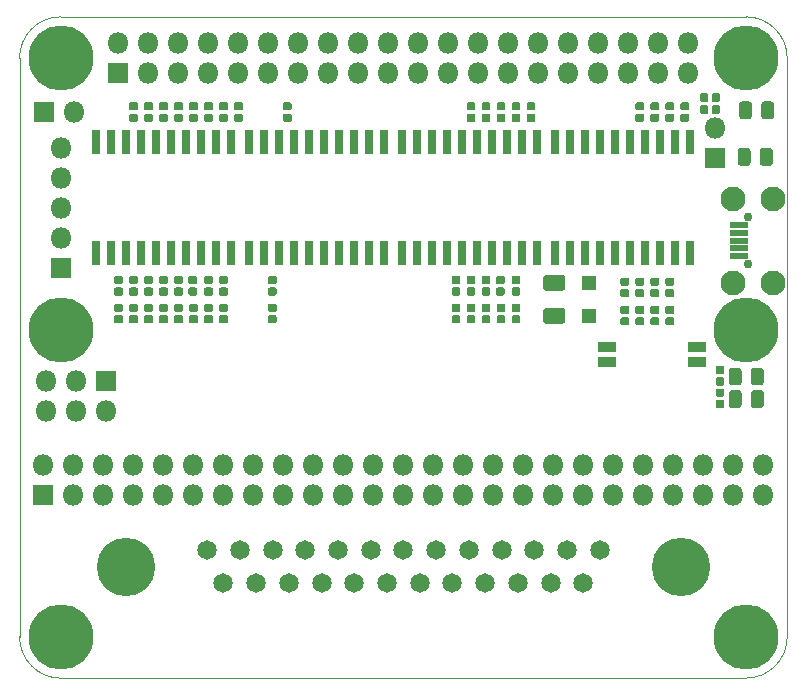
<source format=gbr>
%TF.GenerationSoftware,KiCad,Pcbnew,(5.1.4)-1*%
%TF.CreationDate,2020-08-22T19:54:55-05:00*%
%TF.ProjectId,rascsi_2p2,72617363-7369-45f3-9270-322e6b696361,rev?*%
%TF.SameCoordinates,PX59d60c0PY325aa00*%
%TF.FileFunction,Soldermask,Top*%
%TF.FilePolarity,Negative*%
%FSLAX46Y46*%
G04 Gerber Fmt 4.6, Leading zero omitted, Abs format (unit mm)*
G04 Created by KiCad (PCBNEW (5.1.4)-1) date 2020-08-22 19:54:55*
%MOMM*%
%LPD*%
G04 APERTURE LIST*
%ADD10C,0.050000*%
%ADD11C,4.945000*%
%ADD12C,1.645000*%
%ADD13R,0.750000X2.050000*%
%ADD14R,1.200000X1.200000*%
%ADD15C,0.750000*%
%ADD16C,2.100000*%
%ADD17R,1.500000X0.500000*%
%ADD18O,1.800000X1.800000*%
%ADD19R,1.800000X1.800000*%
%ADD20C,0.150000*%
%ADD21C,0.690000*%
%ADD22C,1.350000*%
%ADD23C,0.900000*%
%ADD24C,5.500000*%
%ADD25C,1.075000*%
%ADD26R,1.525000X0.850000*%
G04 APERTURE END LIST*
D10*
X83800000Y-45696000D02*
X141800000Y-45696000D01*
X83800000Y-45696000D02*
G75*
G02X80300000Y-42196000I0J3500000D01*
G01*
X145300000Y-42196000D02*
G75*
G02X141800000Y-45696000I-3500000J0D01*
G01*
X80300000Y6800000D02*
X80300000Y-42196000D01*
X145300000Y6800000D02*
X145300000Y-42196000D01*
X83800000Y10300000D02*
X141800000Y10300000D01*
X80300000Y6800000D02*
G75*
G02X83800000Y10300000I3500000J0D01*
G01*
X141800000Y10300000D02*
G75*
G02X145300000Y6800000I0J-3500000D01*
G01*
D11*
%TO.C,J6*%
X89281600Y-36250000D03*
X136321600Y-36250000D03*
D12*
X97566600Y-37670000D03*
X100336600Y-37670000D03*
X103106600Y-37670000D03*
X105876600Y-37670000D03*
X108646600Y-37670000D03*
X111416600Y-37670000D03*
X114186600Y-37670000D03*
X116956600Y-37670000D03*
X119726600Y-37670000D03*
X122496600Y-37670000D03*
X125266600Y-37670000D03*
X128036600Y-37670000D03*
X96181600Y-34830000D03*
X98951600Y-34830000D03*
X101721600Y-34830000D03*
X104491600Y-34830000D03*
X107261600Y-34830000D03*
X110031600Y-34830000D03*
X112801600Y-34830000D03*
X115571600Y-34830000D03*
X118341600Y-34830000D03*
X121111600Y-34830000D03*
X123881600Y-34830000D03*
X126651600Y-34830000D03*
X129421600Y-34830000D03*
%TD*%
D13*
%TO.C,IC4*%
X137067000Y-9710000D03*
X135797000Y-9710000D03*
X134527000Y-9710000D03*
X133257000Y-9710000D03*
X131987000Y-9710000D03*
X130717000Y-9710000D03*
X129447000Y-9710000D03*
X128177000Y-9710000D03*
X126907000Y-9710000D03*
X125637000Y-9710000D03*
X125637000Y-260000D03*
X126907000Y-260000D03*
X128177000Y-260000D03*
X129447000Y-260000D03*
X130717000Y-260000D03*
X131987000Y-260000D03*
X133257000Y-260000D03*
X134527000Y-260000D03*
X135797000Y-260000D03*
X137067000Y-260000D03*
%TD*%
%TO.C,IC3*%
X124113000Y-9710000D03*
X122843000Y-9710000D03*
X121573000Y-9710000D03*
X120303000Y-9710000D03*
X119033000Y-9710000D03*
X117763000Y-9710000D03*
X116493000Y-9710000D03*
X115223000Y-9710000D03*
X113953000Y-9710000D03*
X112683000Y-9710000D03*
X112683000Y-260000D03*
X113953000Y-260000D03*
X115223000Y-260000D03*
X116493000Y-260000D03*
X117763000Y-260000D03*
X119033000Y-260000D03*
X120303000Y-260000D03*
X121573000Y-260000D03*
X122843000Y-260000D03*
X124113000Y-260000D03*
%TD*%
%TO.C,IC2*%
X86775000Y-260000D03*
X88045000Y-260000D03*
X89315000Y-260000D03*
X90585000Y-260000D03*
X91855000Y-260000D03*
X93125000Y-260000D03*
X94395000Y-260000D03*
X95665000Y-260000D03*
X96935000Y-260000D03*
X98205000Y-260000D03*
X98205000Y-9710000D03*
X96935000Y-9710000D03*
X95665000Y-9710000D03*
X94395000Y-9710000D03*
X93125000Y-9710000D03*
X91855000Y-9710000D03*
X90585000Y-9710000D03*
X89315000Y-9710000D03*
X88045000Y-9710000D03*
X86775000Y-9710000D03*
%TD*%
%TO.C,IC1*%
X99729000Y-260000D03*
X100999000Y-260000D03*
X102269000Y-260000D03*
X103539000Y-260000D03*
X104809000Y-260000D03*
X106079000Y-260000D03*
X107349000Y-260000D03*
X108619000Y-260000D03*
X109889000Y-260000D03*
X111159000Y-260000D03*
X111159000Y-9710000D03*
X109889000Y-9710000D03*
X108619000Y-9710000D03*
X107349000Y-9710000D03*
X106079000Y-9710000D03*
X104809000Y-9710000D03*
X103539000Y-9710000D03*
X102269000Y-9710000D03*
X100999000Y-9710000D03*
X99729000Y-9710000D03*
%TD*%
D14*
%TO.C,D5*%
X128494500Y-15020000D03*
X128494500Y-12220000D03*
%TD*%
D15*
%TO.C,J8*%
X141998000Y-6668000D03*
X141998000Y-10668000D03*
D16*
X140678000Y-12243000D03*
X140678000Y-5093000D03*
X144128000Y-5093000D03*
X144128000Y-12243000D03*
D17*
X141178000Y-7368000D03*
X141178000Y-8018000D03*
X141178000Y-8668000D03*
X141178000Y-9318000D03*
X141178000Y-9968000D03*
%TD*%
D18*
%TO.C,J2*%
X139226000Y857000D03*
D19*
X139226000Y-1683000D03*
%TD*%
D18*
%TO.C,J7*%
X84920000Y2280000D03*
D19*
X82380000Y2280000D03*
%TD*%
D18*
%TO.C,J5*%
X82560000Y-23110000D03*
X82560000Y-20570000D03*
X85100000Y-23110000D03*
X85100000Y-20570000D03*
X87640000Y-23110000D03*
D19*
X87640000Y-20570000D03*
%TD*%
D20*
%TO.C,R4*%
G36*
X139821408Y-20238831D02*
G01*
X139838153Y-20241315D01*
X139854574Y-20245428D01*
X139870513Y-20251131D01*
X139885816Y-20258369D01*
X139900336Y-20267071D01*
X139913933Y-20277156D01*
X139926476Y-20288524D01*
X139937844Y-20301067D01*
X139947929Y-20314664D01*
X139956631Y-20329184D01*
X139963869Y-20344487D01*
X139969572Y-20360426D01*
X139973685Y-20376847D01*
X139976169Y-20393592D01*
X139977000Y-20410500D01*
X139977000Y-20755500D01*
X139976169Y-20772408D01*
X139973685Y-20789153D01*
X139969572Y-20805574D01*
X139963869Y-20821513D01*
X139956631Y-20836816D01*
X139947929Y-20851336D01*
X139937844Y-20864933D01*
X139926476Y-20877476D01*
X139913933Y-20888844D01*
X139900336Y-20898929D01*
X139885816Y-20907631D01*
X139870513Y-20914869D01*
X139854574Y-20920572D01*
X139838153Y-20924685D01*
X139821408Y-20927169D01*
X139804500Y-20928000D01*
X139409500Y-20928000D01*
X139392592Y-20927169D01*
X139375847Y-20924685D01*
X139359426Y-20920572D01*
X139343487Y-20914869D01*
X139328184Y-20907631D01*
X139313664Y-20898929D01*
X139300067Y-20888844D01*
X139287524Y-20877476D01*
X139276156Y-20864933D01*
X139266071Y-20851336D01*
X139257369Y-20836816D01*
X139250131Y-20821513D01*
X139244428Y-20805574D01*
X139240315Y-20789153D01*
X139237831Y-20772408D01*
X139237000Y-20755500D01*
X139237000Y-20410500D01*
X139237831Y-20393592D01*
X139240315Y-20376847D01*
X139244428Y-20360426D01*
X139250131Y-20344487D01*
X139257369Y-20329184D01*
X139266071Y-20314664D01*
X139276156Y-20301067D01*
X139287524Y-20288524D01*
X139300067Y-20277156D01*
X139313664Y-20267071D01*
X139328184Y-20258369D01*
X139343487Y-20251131D01*
X139359426Y-20245428D01*
X139375847Y-20241315D01*
X139392592Y-20238831D01*
X139409500Y-20238000D01*
X139804500Y-20238000D01*
X139821408Y-20238831D01*
X139821408Y-20238831D01*
G37*
D21*
X139607000Y-20583000D03*
D20*
G36*
X139821408Y-19268831D02*
G01*
X139838153Y-19271315D01*
X139854574Y-19275428D01*
X139870513Y-19281131D01*
X139885816Y-19288369D01*
X139900336Y-19297071D01*
X139913933Y-19307156D01*
X139926476Y-19318524D01*
X139937844Y-19331067D01*
X139947929Y-19344664D01*
X139956631Y-19359184D01*
X139963869Y-19374487D01*
X139969572Y-19390426D01*
X139973685Y-19406847D01*
X139976169Y-19423592D01*
X139977000Y-19440500D01*
X139977000Y-19785500D01*
X139976169Y-19802408D01*
X139973685Y-19819153D01*
X139969572Y-19835574D01*
X139963869Y-19851513D01*
X139956631Y-19866816D01*
X139947929Y-19881336D01*
X139937844Y-19894933D01*
X139926476Y-19907476D01*
X139913933Y-19918844D01*
X139900336Y-19928929D01*
X139885816Y-19937631D01*
X139870513Y-19944869D01*
X139854574Y-19950572D01*
X139838153Y-19954685D01*
X139821408Y-19957169D01*
X139804500Y-19958000D01*
X139409500Y-19958000D01*
X139392592Y-19957169D01*
X139375847Y-19954685D01*
X139359426Y-19950572D01*
X139343487Y-19944869D01*
X139328184Y-19937631D01*
X139313664Y-19928929D01*
X139300067Y-19918844D01*
X139287524Y-19907476D01*
X139276156Y-19894933D01*
X139266071Y-19881336D01*
X139257369Y-19866816D01*
X139250131Y-19851513D01*
X139244428Y-19835574D01*
X139240315Y-19819153D01*
X139237831Y-19802408D01*
X139237000Y-19785500D01*
X139237000Y-19440500D01*
X139237831Y-19423592D01*
X139240315Y-19406847D01*
X139244428Y-19390426D01*
X139250131Y-19374487D01*
X139257369Y-19359184D01*
X139266071Y-19344664D01*
X139276156Y-19331067D01*
X139287524Y-19318524D01*
X139300067Y-19307156D01*
X139313664Y-19297071D01*
X139328184Y-19288369D01*
X139343487Y-19281131D01*
X139359426Y-19275428D01*
X139375847Y-19271315D01*
X139392592Y-19268831D01*
X139409500Y-19268000D01*
X139804500Y-19268000D01*
X139821408Y-19268831D01*
X139821408Y-19268831D01*
G37*
D21*
X139607000Y-19613000D03*
%TD*%
D20*
%TO.C,R2*%
G36*
X139432908Y3829669D02*
G01*
X139449653Y3827185D01*
X139466074Y3823072D01*
X139482013Y3817369D01*
X139497316Y3810131D01*
X139511836Y3801429D01*
X139525433Y3791344D01*
X139537976Y3779976D01*
X139549344Y3767433D01*
X139559429Y3753836D01*
X139568131Y3739316D01*
X139575369Y3724013D01*
X139581072Y3708074D01*
X139585185Y3691653D01*
X139587669Y3674908D01*
X139588500Y3658000D01*
X139588500Y3263000D01*
X139587669Y3246092D01*
X139585185Y3229347D01*
X139581072Y3212926D01*
X139575369Y3196987D01*
X139568131Y3181684D01*
X139559429Y3167164D01*
X139549344Y3153567D01*
X139537976Y3141024D01*
X139525433Y3129656D01*
X139511836Y3119571D01*
X139497316Y3110869D01*
X139482013Y3103631D01*
X139466074Y3097928D01*
X139449653Y3093815D01*
X139432908Y3091331D01*
X139416000Y3090500D01*
X139071000Y3090500D01*
X139054092Y3091331D01*
X139037347Y3093815D01*
X139020926Y3097928D01*
X139004987Y3103631D01*
X138989684Y3110869D01*
X138975164Y3119571D01*
X138961567Y3129656D01*
X138949024Y3141024D01*
X138937656Y3153567D01*
X138927571Y3167164D01*
X138918869Y3181684D01*
X138911631Y3196987D01*
X138905928Y3212926D01*
X138901815Y3229347D01*
X138899331Y3246092D01*
X138898500Y3263000D01*
X138898500Y3658000D01*
X138899331Y3674908D01*
X138901815Y3691653D01*
X138905928Y3708074D01*
X138911631Y3724013D01*
X138918869Y3739316D01*
X138927571Y3753836D01*
X138937656Y3767433D01*
X138949024Y3779976D01*
X138961567Y3791344D01*
X138975164Y3801429D01*
X138989684Y3810131D01*
X139004987Y3817369D01*
X139020926Y3823072D01*
X139037347Y3827185D01*
X139054092Y3829669D01*
X139071000Y3830500D01*
X139416000Y3830500D01*
X139432908Y3829669D01*
X139432908Y3829669D01*
G37*
D21*
X139243500Y3460500D03*
D20*
G36*
X138462908Y3829669D02*
G01*
X138479653Y3827185D01*
X138496074Y3823072D01*
X138512013Y3817369D01*
X138527316Y3810131D01*
X138541836Y3801429D01*
X138555433Y3791344D01*
X138567976Y3779976D01*
X138579344Y3767433D01*
X138589429Y3753836D01*
X138598131Y3739316D01*
X138605369Y3724013D01*
X138611072Y3708074D01*
X138615185Y3691653D01*
X138617669Y3674908D01*
X138618500Y3658000D01*
X138618500Y3263000D01*
X138617669Y3246092D01*
X138615185Y3229347D01*
X138611072Y3212926D01*
X138605369Y3196987D01*
X138598131Y3181684D01*
X138589429Y3167164D01*
X138579344Y3153567D01*
X138567976Y3141024D01*
X138555433Y3129656D01*
X138541836Y3119571D01*
X138527316Y3110869D01*
X138512013Y3103631D01*
X138496074Y3097928D01*
X138479653Y3093815D01*
X138462908Y3091331D01*
X138446000Y3090500D01*
X138101000Y3090500D01*
X138084092Y3091331D01*
X138067347Y3093815D01*
X138050926Y3097928D01*
X138034987Y3103631D01*
X138019684Y3110869D01*
X138005164Y3119571D01*
X137991567Y3129656D01*
X137979024Y3141024D01*
X137967656Y3153567D01*
X137957571Y3167164D01*
X137948869Y3181684D01*
X137941631Y3196987D01*
X137935928Y3212926D01*
X137931815Y3229347D01*
X137929331Y3246092D01*
X137928500Y3263000D01*
X137928500Y3658000D01*
X137929331Y3674908D01*
X137931815Y3691653D01*
X137935928Y3708074D01*
X137941631Y3724013D01*
X137948869Y3739316D01*
X137957571Y3753836D01*
X137967656Y3767433D01*
X137979024Y3779976D01*
X137991567Y3791344D01*
X138005164Y3801429D01*
X138019684Y3810131D01*
X138034987Y3817369D01*
X138050926Y3823072D01*
X138067347Y3827185D01*
X138084092Y3829669D01*
X138101000Y3830500D01*
X138446000Y3830500D01*
X138462908Y3829669D01*
X138462908Y3829669D01*
G37*
D21*
X138273500Y3460500D03*
%TD*%
D20*
%TO.C,R1*%
G36*
X139432908Y2813669D02*
G01*
X139449653Y2811185D01*
X139466074Y2807072D01*
X139482013Y2801369D01*
X139497316Y2794131D01*
X139511836Y2785429D01*
X139525433Y2775344D01*
X139537976Y2763976D01*
X139549344Y2751433D01*
X139559429Y2737836D01*
X139568131Y2723316D01*
X139575369Y2708013D01*
X139581072Y2692074D01*
X139585185Y2675653D01*
X139587669Y2658908D01*
X139588500Y2642000D01*
X139588500Y2247000D01*
X139587669Y2230092D01*
X139585185Y2213347D01*
X139581072Y2196926D01*
X139575369Y2180987D01*
X139568131Y2165684D01*
X139559429Y2151164D01*
X139549344Y2137567D01*
X139537976Y2125024D01*
X139525433Y2113656D01*
X139511836Y2103571D01*
X139497316Y2094869D01*
X139482013Y2087631D01*
X139466074Y2081928D01*
X139449653Y2077815D01*
X139432908Y2075331D01*
X139416000Y2074500D01*
X139071000Y2074500D01*
X139054092Y2075331D01*
X139037347Y2077815D01*
X139020926Y2081928D01*
X139004987Y2087631D01*
X138989684Y2094869D01*
X138975164Y2103571D01*
X138961567Y2113656D01*
X138949024Y2125024D01*
X138937656Y2137567D01*
X138927571Y2151164D01*
X138918869Y2165684D01*
X138911631Y2180987D01*
X138905928Y2196926D01*
X138901815Y2213347D01*
X138899331Y2230092D01*
X138898500Y2247000D01*
X138898500Y2642000D01*
X138899331Y2658908D01*
X138901815Y2675653D01*
X138905928Y2692074D01*
X138911631Y2708013D01*
X138918869Y2723316D01*
X138927571Y2737836D01*
X138937656Y2751433D01*
X138949024Y2763976D01*
X138961567Y2775344D01*
X138975164Y2785429D01*
X138989684Y2794131D01*
X139004987Y2801369D01*
X139020926Y2807072D01*
X139037347Y2811185D01*
X139054092Y2813669D01*
X139071000Y2814500D01*
X139416000Y2814500D01*
X139432908Y2813669D01*
X139432908Y2813669D01*
G37*
D21*
X139243500Y2444500D03*
D20*
G36*
X138462908Y2813669D02*
G01*
X138479653Y2811185D01*
X138496074Y2807072D01*
X138512013Y2801369D01*
X138527316Y2794131D01*
X138541836Y2785429D01*
X138555433Y2775344D01*
X138567976Y2763976D01*
X138579344Y2751433D01*
X138589429Y2737836D01*
X138598131Y2723316D01*
X138605369Y2708013D01*
X138611072Y2692074D01*
X138615185Y2675653D01*
X138617669Y2658908D01*
X138618500Y2642000D01*
X138618500Y2247000D01*
X138617669Y2230092D01*
X138615185Y2213347D01*
X138611072Y2196926D01*
X138605369Y2180987D01*
X138598131Y2165684D01*
X138589429Y2151164D01*
X138579344Y2137567D01*
X138567976Y2125024D01*
X138555433Y2113656D01*
X138541836Y2103571D01*
X138527316Y2094869D01*
X138512013Y2087631D01*
X138496074Y2081928D01*
X138479653Y2077815D01*
X138462908Y2075331D01*
X138446000Y2074500D01*
X138101000Y2074500D01*
X138084092Y2075331D01*
X138067347Y2077815D01*
X138050926Y2081928D01*
X138034987Y2087631D01*
X138019684Y2094869D01*
X138005164Y2103571D01*
X137991567Y2113656D01*
X137979024Y2125024D01*
X137967656Y2137567D01*
X137957571Y2151164D01*
X137948869Y2165684D01*
X137941631Y2180987D01*
X137935928Y2196926D01*
X137931815Y2213347D01*
X137929331Y2230092D01*
X137928500Y2247000D01*
X137928500Y2642000D01*
X137929331Y2658908D01*
X137931815Y2675653D01*
X137935928Y2692074D01*
X137941631Y2708013D01*
X137948869Y2723316D01*
X137957571Y2737836D01*
X137967656Y2751433D01*
X137979024Y2763976D01*
X137991567Y2775344D01*
X138005164Y2785429D01*
X138019684Y2794131D01*
X138034987Y2801369D01*
X138050926Y2807072D01*
X138067347Y2811185D01*
X138084092Y2813669D01*
X138101000Y2814500D01*
X138446000Y2814500D01*
X138462908Y2813669D01*
X138462908Y2813669D01*
G37*
D21*
X138273500Y2444500D03*
%TD*%
D18*
%TO.C,J3*%
X143226500Y-27654500D03*
X143226500Y-30194500D03*
X140686500Y-27654500D03*
X140686500Y-30194500D03*
X138146500Y-27654500D03*
X138146500Y-30194500D03*
X135606500Y-27654500D03*
X135606500Y-30194500D03*
X133066500Y-27654500D03*
X133066500Y-30194500D03*
X130526500Y-27654500D03*
X130526500Y-30194500D03*
X127986500Y-27654500D03*
X127986500Y-30194500D03*
X125446500Y-27654500D03*
X125446500Y-30194500D03*
X122906500Y-27654500D03*
X122906500Y-30194500D03*
X120366500Y-27654500D03*
X120366500Y-30194500D03*
X117826500Y-27654500D03*
X117826500Y-30194500D03*
X115286500Y-27654500D03*
X115286500Y-30194500D03*
X112746500Y-27654500D03*
X112746500Y-30194500D03*
X110206500Y-27654500D03*
X110206500Y-30194500D03*
X107666500Y-27654500D03*
X107666500Y-30194500D03*
X105126500Y-27654500D03*
X105126500Y-30194500D03*
X102586500Y-27654500D03*
X102586500Y-30194500D03*
X100046500Y-27654500D03*
X100046500Y-30194500D03*
X97506500Y-27654500D03*
X97506500Y-30194500D03*
X94966500Y-27654500D03*
X94966500Y-30194500D03*
X92426500Y-27654500D03*
X92426500Y-30194500D03*
X89886500Y-27654500D03*
X89886500Y-30194500D03*
X87346500Y-27654500D03*
X87346500Y-30194500D03*
X84806500Y-27654500D03*
X84806500Y-30194500D03*
X82266500Y-27654500D03*
D19*
X82266500Y-30194500D03*
%TD*%
D20*
%TO.C,R58*%
G36*
X101911908Y-13998331D02*
G01*
X101928653Y-14000815D01*
X101945074Y-14004928D01*
X101961013Y-14010631D01*
X101976316Y-14017869D01*
X101990836Y-14026571D01*
X102004433Y-14036656D01*
X102016976Y-14048024D01*
X102028344Y-14060567D01*
X102038429Y-14074164D01*
X102047131Y-14088684D01*
X102054369Y-14103987D01*
X102060072Y-14119926D01*
X102064185Y-14136347D01*
X102066669Y-14153092D01*
X102067500Y-14170000D01*
X102067500Y-14515000D01*
X102066669Y-14531908D01*
X102064185Y-14548653D01*
X102060072Y-14565074D01*
X102054369Y-14581013D01*
X102047131Y-14596316D01*
X102038429Y-14610836D01*
X102028344Y-14624433D01*
X102016976Y-14636976D01*
X102004433Y-14648344D01*
X101990836Y-14658429D01*
X101976316Y-14667131D01*
X101961013Y-14674369D01*
X101945074Y-14680072D01*
X101928653Y-14684185D01*
X101911908Y-14686669D01*
X101895000Y-14687500D01*
X101500000Y-14687500D01*
X101483092Y-14686669D01*
X101466347Y-14684185D01*
X101449926Y-14680072D01*
X101433987Y-14674369D01*
X101418684Y-14667131D01*
X101404164Y-14658429D01*
X101390567Y-14648344D01*
X101378024Y-14636976D01*
X101366656Y-14624433D01*
X101356571Y-14610836D01*
X101347869Y-14596316D01*
X101340631Y-14581013D01*
X101334928Y-14565074D01*
X101330815Y-14548653D01*
X101328331Y-14531908D01*
X101327500Y-14515000D01*
X101327500Y-14170000D01*
X101328331Y-14153092D01*
X101330815Y-14136347D01*
X101334928Y-14119926D01*
X101340631Y-14103987D01*
X101347869Y-14088684D01*
X101356571Y-14074164D01*
X101366656Y-14060567D01*
X101378024Y-14048024D01*
X101390567Y-14036656D01*
X101404164Y-14026571D01*
X101418684Y-14017869D01*
X101433987Y-14010631D01*
X101449926Y-14004928D01*
X101466347Y-14000815D01*
X101483092Y-13998331D01*
X101500000Y-13997500D01*
X101895000Y-13997500D01*
X101911908Y-13998331D01*
X101911908Y-13998331D01*
G37*
D21*
X101697500Y-14342500D03*
D20*
G36*
X101911908Y-14968331D02*
G01*
X101928653Y-14970815D01*
X101945074Y-14974928D01*
X101961013Y-14980631D01*
X101976316Y-14987869D01*
X101990836Y-14996571D01*
X102004433Y-15006656D01*
X102016976Y-15018024D01*
X102028344Y-15030567D01*
X102038429Y-15044164D01*
X102047131Y-15058684D01*
X102054369Y-15073987D01*
X102060072Y-15089926D01*
X102064185Y-15106347D01*
X102066669Y-15123092D01*
X102067500Y-15140000D01*
X102067500Y-15485000D01*
X102066669Y-15501908D01*
X102064185Y-15518653D01*
X102060072Y-15535074D01*
X102054369Y-15551013D01*
X102047131Y-15566316D01*
X102038429Y-15580836D01*
X102028344Y-15594433D01*
X102016976Y-15606976D01*
X102004433Y-15618344D01*
X101990836Y-15628429D01*
X101976316Y-15637131D01*
X101961013Y-15644369D01*
X101945074Y-15650072D01*
X101928653Y-15654185D01*
X101911908Y-15656669D01*
X101895000Y-15657500D01*
X101500000Y-15657500D01*
X101483092Y-15656669D01*
X101466347Y-15654185D01*
X101449926Y-15650072D01*
X101433987Y-15644369D01*
X101418684Y-15637131D01*
X101404164Y-15628429D01*
X101390567Y-15618344D01*
X101378024Y-15606976D01*
X101366656Y-15594433D01*
X101356571Y-15580836D01*
X101347869Y-15566316D01*
X101340631Y-15551013D01*
X101334928Y-15535074D01*
X101330815Y-15518653D01*
X101328331Y-15501908D01*
X101327500Y-15485000D01*
X101327500Y-15140000D01*
X101328331Y-15123092D01*
X101330815Y-15106347D01*
X101334928Y-15089926D01*
X101340631Y-15073987D01*
X101347869Y-15058684D01*
X101356571Y-15044164D01*
X101366656Y-15030567D01*
X101378024Y-15018024D01*
X101390567Y-15006656D01*
X101404164Y-14996571D01*
X101418684Y-14987869D01*
X101433987Y-14980631D01*
X101449926Y-14974928D01*
X101466347Y-14970815D01*
X101483092Y-14968331D01*
X101500000Y-14967500D01*
X101895000Y-14967500D01*
X101911908Y-14968331D01*
X101911908Y-14968331D01*
G37*
D21*
X101697500Y-15312500D03*
%TD*%
D20*
%TO.C,R57*%
G36*
X97784408Y-13998331D02*
G01*
X97801153Y-14000815D01*
X97817574Y-14004928D01*
X97833513Y-14010631D01*
X97848816Y-14017869D01*
X97863336Y-14026571D01*
X97876933Y-14036656D01*
X97889476Y-14048024D01*
X97900844Y-14060567D01*
X97910929Y-14074164D01*
X97919631Y-14088684D01*
X97926869Y-14103987D01*
X97932572Y-14119926D01*
X97936685Y-14136347D01*
X97939169Y-14153092D01*
X97940000Y-14170000D01*
X97940000Y-14515000D01*
X97939169Y-14531908D01*
X97936685Y-14548653D01*
X97932572Y-14565074D01*
X97926869Y-14581013D01*
X97919631Y-14596316D01*
X97910929Y-14610836D01*
X97900844Y-14624433D01*
X97889476Y-14636976D01*
X97876933Y-14648344D01*
X97863336Y-14658429D01*
X97848816Y-14667131D01*
X97833513Y-14674369D01*
X97817574Y-14680072D01*
X97801153Y-14684185D01*
X97784408Y-14686669D01*
X97767500Y-14687500D01*
X97372500Y-14687500D01*
X97355592Y-14686669D01*
X97338847Y-14684185D01*
X97322426Y-14680072D01*
X97306487Y-14674369D01*
X97291184Y-14667131D01*
X97276664Y-14658429D01*
X97263067Y-14648344D01*
X97250524Y-14636976D01*
X97239156Y-14624433D01*
X97229071Y-14610836D01*
X97220369Y-14596316D01*
X97213131Y-14581013D01*
X97207428Y-14565074D01*
X97203315Y-14548653D01*
X97200831Y-14531908D01*
X97200000Y-14515000D01*
X97200000Y-14170000D01*
X97200831Y-14153092D01*
X97203315Y-14136347D01*
X97207428Y-14119926D01*
X97213131Y-14103987D01*
X97220369Y-14088684D01*
X97229071Y-14074164D01*
X97239156Y-14060567D01*
X97250524Y-14048024D01*
X97263067Y-14036656D01*
X97276664Y-14026571D01*
X97291184Y-14017869D01*
X97306487Y-14010631D01*
X97322426Y-14004928D01*
X97338847Y-14000815D01*
X97355592Y-13998331D01*
X97372500Y-13997500D01*
X97767500Y-13997500D01*
X97784408Y-13998331D01*
X97784408Y-13998331D01*
G37*
D21*
X97570000Y-14342500D03*
D20*
G36*
X97784408Y-14968331D02*
G01*
X97801153Y-14970815D01*
X97817574Y-14974928D01*
X97833513Y-14980631D01*
X97848816Y-14987869D01*
X97863336Y-14996571D01*
X97876933Y-15006656D01*
X97889476Y-15018024D01*
X97900844Y-15030567D01*
X97910929Y-15044164D01*
X97919631Y-15058684D01*
X97926869Y-15073987D01*
X97932572Y-15089926D01*
X97936685Y-15106347D01*
X97939169Y-15123092D01*
X97940000Y-15140000D01*
X97940000Y-15485000D01*
X97939169Y-15501908D01*
X97936685Y-15518653D01*
X97932572Y-15535074D01*
X97926869Y-15551013D01*
X97919631Y-15566316D01*
X97910929Y-15580836D01*
X97900844Y-15594433D01*
X97889476Y-15606976D01*
X97876933Y-15618344D01*
X97863336Y-15628429D01*
X97848816Y-15637131D01*
X97833513Y-15644369D01*
X97817574Y-15650072D01*
X97801153Y-15654185D01*
X97784408Y-15656669D01*
X97767500Y-15657500D01*
X97372500Y-15657500D01*
X97355592Y-15656669D01*
X97338847Y-15654185D01*
X97322426Y-15650072D01*
X97306487Y-15644369D01*
X97291184Y-15637131D01*
X97276664Y-15628429D01*
X97263067Y-15618344D01*
X97250524Y-15606976D01*
X97239156Y-15594433D01*
X97229071Y-15580836D01*
X97220369Y-15566316D01*
X97213131Y-15551013D01*
X97207428Y-15535074D01*
X97203315Y-15518653D01*
X97200831Y-15501908D01*
X97200000Y-15485000D01*
X97200000Y-15140000D01*
X97200831Y-15123092D01*
X97203315Y-15106347D01*
X97207428Y-15089926D01*
X97213131Y-15073987D01*
X97220369Y-15058684D01*
X97229071Y-15044164D01*
X97239156Y-15030567D01*
X97250524Y-15018024D01*
X97263067Y-15006656D01*
X97276664Y-14996571D01*
X97291184Y-14987869D01*
X97306487Y-14980631D01*
X97322426Y-14974928D01*
X97338847Y-14970815D01*
X97355592Y-14968331D01*
X97372500Y-14967500D01*
X97767500Y-14967500D01*
X97784408Y-14968331D01*
X97784408Y-14968331D01*
G37*
D21*
X97570000Y-15312500D03*
%TD*%
D20*
%TO.C,R56*%
G36*
X96514408Y-13998331D02*
G01*
X96531153Y-14000815D01*
X96547574Y-14004928D01*
X96563513Y-14010631D01*
X96578816Y-14017869D01*
X96593336Y-14026571D01*
X96606933Y-14036656D01*
X96619476Y-14048024D01*
X96630844Y-14060567D01*
X96640929Y-14074164D01*
X96649631Y-14088684D01*
X96656869Y-14103987D01*
X96662572Y-14119926D01*
X96666685Y-14136347D01*
X96669169Y-14153092D01*
X96670000Y-14170000D01*
X96670000Y-14515000D01*
X96669169Y-14531908D01*
X96666685Y-14548653D01*
X96662572Y-14565074D01*
X96656869Y-14581013D01*
X96649631Y-14596316D01*
X96640929Y-14610836D01*
X96630844Y-14624433D01*
X96619476Y-14636976D01*
X96606933Y-14648344D01*
X96593336Y-14658429D01*
X96578816Y-14667131D01*
X96563513Y-14674369D01*
X96547574Y-14680072D01*
X96531153Y-14684185D01*
X96514408Y-14686669D01*
X96497500Y-14687500D01*
X96102500Y-14687500D01*
X96085592Y-14686669D01*
X96068847Y-14684185D01*
X96052426Y-14680072D01*
X96036487Y-14674369D01*
X96021184Y-14667131D01*
X96006664Y-14658429D01*
X95993067Y-14648344D01*
X95980524Y-14636976D01*
X95969156Y-14624433D01*
X95959071Y-14610836D01*
X95950369Y-14596316D01*
X95943131Y-14581013D01*
X95937428Y-14565074D01*
X95933315Y-14548653D01*
X95930831Y-14531908D01*
X95930000Y-14515000D01*
X95930000Y-14170000D01*
X95930831Y-14153092D01*
X95933315Y-14136347D01*
X95937428Y-14119926D01*
X95943131Y-14103987D01*
X95950369Y-14088684D01*
X95959071Y-14074164D01*
X95969156Y-14060567D01*
X95980524Y-14048024D01*
X95993067Y-14036656D01*
X96006664Y-14026571D01*
X96021184Y-14017869D01*
X96036487Y-14010631D01*
X96052426Y-14004928D01*
X96068847Y-14000815D01*
X96085592Y-13998331D01*
X96102500Y-13997500D01*
X96497500Y-13997500D01*
X96514408Y-13998331D01*
X96514408Y-13998331D01*
G37*
D21*
X96300000Y-14342500D03*
D20*
G36*
X96514408Y-14968331D02*
G01*
X96531153Y-14970815D01*
X96547574Y-14974928D01*
X96563513Y-14980631D01*
X96578816Y-14987869D01*
X96593336Y-14996571D01*
X96606933Y-15006656D01*
X96619476Y-15018024D01*
X96630844Y-15030567D01*
X96640929Y-15044164D01*
X96649631Y-15058684D01*
X96656869Y-15073987D01*
X96662572Y-15089926D01*
X96666685Y-15106347D01*
X96669169Y-15123092D01*
X96670000Y-15140000D01*
X96670000Y-15485000D01*
X96669169Y-15501908D01*
X96666685Y-15518653D01*
X96662572Y-15535074D01*
X96656869Y-15551013D01*
X96649631Y-15566316D01*
X96640929Y-15580836D01*
X96630844Y-15594433D01*
X96619476Y-15606976D01*
X96606933Y-15618344D01*
X96593336Y-15628429D01*
X96578816Y-15637131D01*
X96563513Y-15644369D01*
X96547574Y-15650072D01*
X96531153Y-15654185D01*
X96514408Y-15656669D01*
X96497500Y-15657500D01*
X96102500Y-15657500D01*
X96085592Y-15656669D01*
X96068847Y-15654185D01*
X96052426Y-15650072D01*
X96036487Y-15644369D01*
X96021184Y-15637131D01*
X96006664Y-15628429D01*
X95993067Y-15618344D01*
X95980524Y-15606976D01*
X95969156Y-15594433D01*
X95959071Y-15580836D01*
X95950369Y-15566316D01*
X95943131Y-15551013D01*
X95937428Y-15535074D01*
X95933315Y-15518653D01*
X95930831Y-15501908D01*
X95930000Y-15485000D01*
X95930000Y-15140000D01*
X95930831Y-15123092D01*
X95933315Y-15106347D01*
X95937428Y-15089926D01*
X95943131Y-15073987D01*
X95950369Y-15058684D01*
X95959071Y-15044164D01*
X95969156Y-15030567D01*
X95980524Y-15018024D01*
X95993067Y-15006656D01*
X96006664Y-14996571D01*
X96021184Y-14987869D01*
X96036487Y-14980631D01*
X96052426Y-14974928D01*
X96068847Y-14970815D01*
X96085592Y-14968331D01*
X96102500Y-14967500D01*
X96497500Y-14967500D01*
X96514408Y-14968331D01*
X96514408Y-14968331D01*
G37*
D21*
X96300000Y-15312500D03*
%TD*%
D20*
%TO.C,R55*%
G36*
X95244408Y-13998331D02*
G01*
X95261153Y-14000815D01*
X95277574Y-14004928D01*
X95293513Y-14010631D01*
X95308816Y-14017869D01*
X95323336Y-14026571D01*
X95336933Y-14036656D01*
X95349476Y-14048024D01*
X95360844Y-14060567D01*
X95370929Y-14074164D01*
X95379631Y-14088684D01*
X95386869Y-14103987D01*
X95392572Y-14119926D01*
X95396685Y-14136347D01*
X95399169Y-14153092D01*
X95400000Y-14170000D01*
X95400000Y-14515000D01*
X95399169Y-14531908D01*
X95396685Y-14548653D01*
X95392572Y-14565074D01*
X95386869Y-14581013D01*
X95379631Y-14596316D01*
X95370929Y-14610836D01*
X95360844Y-14624433D01*
X95349476Y-14636976D01*
X95336933Y-14648344D01*
X95323336Y-14658429D01*
X95308816Y-14667131D01*
X95293513Y-14674369D01*
X95277574Y-14680072D01*
X95261153Y-14684185D01*
X95244408Y-14686669D01*
X95227500Y-14687500D01*
X94832500Y-14687500D01*
X94815592Y-14686669D01*
X94798847Y-14684185D01*
X94782426Y-14680072D01*
X94766487Y-14674369D01*
X94751184Y-14667131D01*
X94736664Y-14658429D01*
X94723067Y-14648344D01*
X94710524Y-14636976D01*
X94699156Y-14624433D01*
X94689071Y-14610836D01*
X94680369Y-14596316D01*
X94673131Y-14581013D01*
X94667428Y-14565074D01*
X94663315Y-14548653D01*
X94660831Y-14531908D01*
X94660000Y-14515000D01*
X94660000Y-14170000D01*
X94660831Y-14153092D01*
X94663315Y-14136347D01*
X94667428Y-14119926D01*
X94673131Y-14103987D01*
X94680369Y-14088684D01*
X94689071Y-14074164D01*
X94699156Y-14060567D01*
X94710524Y-14048024D01*
X94723067Y-14036656D01*
X94736664Y-14026571D01*
X94751184Y-14017869D01*
X94766487Y-14010631D01*
X94782426Y-14004928D01*
X94798847Y-14000815D01*
X94815592Y-13998331D01*
X94832500Y-13997500D01*
X95227500Y-13997500D01*
X95244408Y-13998331D01*
X95244408Y-13998331D01*
G37*
D21*
X95030000Y-14342500D03*
D20*
G36*
X95244408Y-14968331D02*
G01*
X95261153Y-14970815D01*
X95277574Y-14974928D01*
X95293513Y-14980631D01*
X95308816Y-14987869D01*
X95323336Y-14996571D01*
X95336933Y-15006656D01*
X95349476Y-15018024D01*
X95360844Y-15030567D01*
X95370929Y-15044164D01*
X95379631Y-15058684D01*
X95386869Y-15073987D01*
X95392572Y-15089926D01*
X95396685Y-15106347D01*
X95399169Y-15123092D01*
X95400000Y-15140000D01*
X95400000Y-15485000D01*
X95399169Y-15501908D01*
X95396685Y-15518653D01*
X95392572Y-15535074D01*
X95386869Y-15551013D01*
X95379631Y-15566316D01*
X95370929Y-15580836D01*
X95360844Y-15594433D01*
X95349476Y-15606976D01*
X95336933Y-15618344D01*
X95323336Y-15628429D01*
X95308816Y-15637131D01*
X95293513Y-15644369D01*
X95277574Y-15650072D01*
X95261153Y-15654185D01*
X95244408Y-15656669D01*
X95227500Y-15657500D01*
X94832500Y-15657500D01*
X94815592Y-15656669D01*
X94798847Y-15654185D01*
X94782426Y-15650072D01*
X94766487Y-15644369D01*
X94751184Y-15637131D01*
X94736664Y-15628429D01*
X94723067Y-15618344D01*
X94710524Y-15606976D01*
X94699156Y-15594433D01*
X94689071Y-15580836D01*
X94680369Y-15566316D01*
X94673131Y-15551013D01*
X94667428Y-15535074D01*
X94663315Y-15518653D01*
X94660831Y-15501908D01*
X94660000Y-15485000D01*
X94660000Y-15140000D01*
X94660831Y-15123092D01*
X94663315Y-15106347D01*
X94667428Y-15089926D01*
X94673131Y-15073987D01*
X94680369Y-15058684D01*
X94689071Y-15044164D01*
X94699156Y-15030567D01*
X94710524Y-15018024D01*
X94723067Y-15006656D01*
X94736664Y-14996571D01*
X94751184Y-14987869D01*
X94766487Y-14980631D01*
X94782426Y-14974928D01*
X94798847Y-14970815D01*
X94815592Y-14968331D01*
X94832500Y-14967500D01*
X95227500Y-14967500D01*
X95244408Y-14968331D01*
X95244408Y-14968331D01*
G37*
D21*
X95030000Y-15312500D03*
%TD*%
D20*
%TO.C,R54*%
G36*
X93974408Y-13998331D02*
G01*
X93991153Y-14000815D01*
X94007574Y-14004928D01*
X94023513Y-14010631D01*
X94038816Y-14017869D01*
X94053336Y-14026571D01*
X94066933Y-14036656D01*
X94079476Y-14048024D01*
X94090844Y-14060567D01*
X94100929Y-14074164D01*
X94109631Y-14088684D01*
X94116869Y-14103987D01*
X94122572Y-14119926D01*
X94126685Y-14136347D01*
X94129169Y-14153092D01*
X94130000Y-14170000D01*
X94130000Y-14515000D01*
X94129169Y-14531908D01*
X94126685Y-14548653D01*
X94122572Y-14565074D01*
X94116869Y-14581013D01*
X94109631Y-14596316D01*
X94100929Y-14610836D01*
X94090844Y-14624433D01*
X94079476Y-14636976D01*
X94066933Y-14648344D01*
X94053336Y-14658429D01*
X94038816Y-14667131D01*
X94023513Y-14674369D01*
X94007574Y-14680072D01*
X93991153Y-14684185D01*
X93974408Y-14686669D01*
X93957500Y-14687500D01*
X93562500Y-14687500D01*
X93545592Y-14686669D01*
X93528847Y-14684185D01*
X93512426Y-14680072D01*
X93496487Y-14674369D01*
X93481184Y-14667131D01*
X93466664Y-14658429D01*
X93453067Y-14648344D01*
X93440524Y-14636976D01*
X93429156Y-14624433D01*
X93419071Y-14610836D01*
X93410369Y-14596316D01*
X93403131Y-14581013D01*
X93397428Y-14565074D01*
X93393315Y-14548653D01*
X93390831Y-14531908D01*
X93390000Y-14515000D01*
X93390000Y-14170000D01*
X93390831Y-14153092D01*
X93393315Y-14136347D01*
X93397428Y-14119926D01*
X93403131Y-14103987D01*
X93410369Y-14088684D01*
X93419071Y-14074164D01*
X93429156Y-14060567D01*
X93440524Y-14048024D01*
X93453067Y-14036656D01*
X93466664Y-14026571D01*
X93481184Y-14017869D01*
X93496487Y-14010631D01*
X93512426Y-14004928D01*
X93528847Y-14000815D01*
X93545592Y-13998331D01*
X93562500Y-13997500D01*
X93957500Y-13997500D01*
X93974408Y-13998331D01*
X93974408Y-13998331D01*
G37*
D21*
X93760000Y-14342500D03*
D20*
G36*
X93974408Y-14968331D02*
G01*
X93991153Y-14970815D01*
X94007574Y-14974928D01*
X94023513Y-14980631D01*
X94038816Y-14987869D01*
X94053336Y-14996571D01*
X94066933Y-15006656D01*
X94079476Y-15018024D01*
X94090844Y-15030567D01*
X94100929Y-15044164D01*
X94109631Y-15058684D01*
X94116869Y-15073987D01*
X94122572Y-15089926D01*
X94126685Y-15106347D01*
X94129169Y-15123092D01*
X94130000Y-15140000D01*
X94130000Y-15485000D01*
X94129169Y-15501908D01*
X94126685Y-15518653D01*
X94122572Y-15535074D01*
X94116869Y-15551013D01*
X94109631Y-15566316D01*
X94100929Y-15580836D01*
X94090844Y-15594433D01*
X94079476Y-15606976D01*
X94066933Y-15618344D01*
X94053336Y-15628429D01*
X94038816Y-15637131D01*
X94023513Y-15644369D01*
X94007574Y-15650072D01*
X93991153Y-15654185D01*
X93974408Y-15656669D01*
X93957500Y-15657500D01*
X93562500Y-15657500D01*
X93545592Y-15656669D01*
X93528847Y-15654185D01*
X93512426Y-15650072D01*
X93496487Y-15644369D01*
X93481184Y-15637131D01*
X93466664Y-15628429D01*
X93453067Y-15618344D01*
X93440524Y-15606976D01*
X93429156Y-15594433D01*
X93419071Y-15580836D01*
X93410369Y-15566316D01*
X93403131Y-15551013D01*
X93397428Y-15535074D01*
X93393315Y-15518653D01*
X93390831Y-15501908D01*
X93390000Y-15485000D01*
X93390000Y-15140000D01*
X93390831Y-15123092D01*
X93393315Y-15106347D01*
X93397428Y-15089926D01*
X93403131Y-15073987D01*
X93410369Y-15058684D01*
X93419071Y-15044164D01*
X93429156Y-15030567D01*
X93440524Y-15018024D01*
X93453067Y-15006656D01*
X93466664Y-14996571D01*
X93481184Y-14987869D01*
X93496487Y-14980631D01*
X93512426Y-14974928D01*
X93528847Y-14970815D01*
X93545592Y-14968331D01*
X93562500Y-14967500D01*
X93957500Y-14967500D01*
X93974408Y-14968331D01*
X93974408Y-14968331D01*
G37*
D21*
X93760000Y-15312500D03*
%TD*%
D20*
%TO.C,R53*%
G36*
X92704408Y-13998331D02*
G01*
X92721153Y-14000815D01*
X92737574Y-14004928D01*
X92753513Y-14010631D01*
X92768816Y-14017869D01*
X92783336Y-14026571D01*
X92796933Y-14036656D01*
X92809476Y-14048024D01*
X92820844Y-14060567D01*
X92830929Y-14074164D01*
X92839631Y-14088684D01*
X92846869Y-14103987D01*
X92852572Y-14119926D01*
X92856685Y-14136347D01*
X92859169Y-14153092D01*
X92860000Y-14170000D01*
X92860000Y-14515000D01*
X92859169Y-14531908D01*
X92856685Y-14548653D01*
X92852572Y-14565074D01*
X92846869Y-14581013D01*
X92839631Y-14596316D01*
X92830929Y-14610836D01*
X92820844Y-14624433D01*
X92809476Y-14636976D01*
X92796933Y-14648344D01*
X92783336Y-14658429D01*
X92768816Y-14667131D01*
X92753513Y-14674369D01*
X92737574Y-14680072D01*
X92721153Y-14684185D01*
X92704408Y-14686669D01*
X92687500Y-14687500D01*
X92292500Y-14687500D01*
X92275592Y-14686669D01*
X92258847Y-14684185D01*
X92242426Y-14680072D01*
X92226487Y-14674369D01*
X92211184Y-14667131D01*
X92196664Y-14658429D01*
X92183067Y-14648344D01*
X92170524Y-14636976D01*
X92159156Y-14624433D01*
X92149071Y-14610836D01*
X92140369Y-14596316D01*
X92133131Y-14581013D01*
X92127428Y-14565074D01*
X92123315Y-14548653D01*
X92120831Y-14531908D01*
X92120000Y-14515000D01*
X92120000Y-14170000D01*
X92120831Y-14153092D01*
X92123315Y-14136347D01*
X92127428Y-14119926D01*
X92133131Y-14103987D01*
X92140369Y-14088684D01*
X92149071Y-14074164D01*
X92159156Y-14060567D01*
X92170524Y-14048024D01*
X92183067Y-14036656D01*
X92196664Y-14026571D01*
X92211184Y-14017869D01*
X92226487Y-14010631D01*
X92242426Y-14004928D01*
X92258847Y-14000815D01*
X92275592Y-13998331D01*
X92292500Y-13997500D01*
X92687500Y-13997500D01*
X92704408Y-13998331D01*
X92704408Y-13998331D01*
G37*
D21*
X92490000Y-14342500D03*
D20*
G36*
X92704408Y-14968331D02*
G01*
X92721153Y-14970815D01*
X92737574Y-14974928D01*
X92753513Y-14980631D01*
X92768816Y-14987869D01*
X92783336Y-14996571D01*
X92796933Y-15006656D01*
X92809476Y-15018024D01*
X92820844Y-15030567D01*
X92830929Y-15044164D01*
X92839631Y-15058684D01*
X92846869Y-15073987D01*
X92852572Y-15089926D01*
X92856685Y-15106347D01*
X92859169Y-15123092D01*
X92860000Y-15140000D01*
X92860000Y-15485000D01*
X92859169Y-15501908D01*
X92856685Y-15518653D01*
X92852572Y-15535074D01*
X92846869Y-15551013D01*
X92839631Y-15566316D01*
X92830929Y-15580836D01*
X92820844Y-15594433D01*
X92809476Y-15606976D01*
X92796933Y-15618344D01*
X92783336Y-15628429D01*
X92768816Y-15637131D01*
X92753513Y-15644369D01*
X92737574Y-15650072D01*
X92721153Y-15654185D01*
X92704408Y-15656669D01*
X92687500Y-15657500D01*
X92292500Y-15657500D01*
X92275592Y-15656669D01*
X92258847Y-15654185D01*
X92242426Y-15650072D01*
X92226487Y-15644369D01*
X92211184Y-15637131D01*
X92196664Y-15628429D01*
X92183067Y-15618344D01*
X92170524Y-15606976D01*
X92159156Y-15594433D01*
X92149071Y-15580836D01*
X92140369Y-15566316D01*
X92133131Y-15551013D01*
X92127428Y-15535074D01*
X92123315Y-15518653D01*
X92120831Y-15501908D01*
X92120000Y-15485000D01*
X92120000Y-15140000D01*
X92120831Y-15123092D01*
X92123315Y-15106347D01*
X92127428Y-15089926D01*
X92133131Y-15073987D01*
X92140369Y-15058684D01*
X92149071Y-15044164D01*
X92159156Y-15030567D01*
X92170524Y-15018024D01*
X92183067Y-15006656D01*
X92196664Y-14996571D01*
X92211184Y-14987869D01*
X92226487Y-14980631D01*
X92242426Y-14974928D01*
X92258847Y-14970815D01*
X92275592Y-14968331D01*
X92292500Y-14967500D01*
X92687500Y-14967500D01*
X92704408Y-14968331D01*
X92704408Y-14968331D01*
G37*
D21*
X92490000Y-15312500D03*
%TD*%
D20*
%TO.C,R52*%
G36*
X91434408Y-13998331D02*
G01*
X91451153Y-14000815D01*
X91467574Y-14004928D01*
X91483513Y-14010631D01*
X91498816Y-14017869D01*
X91513336Y-14026571D01*
X91526933Y-14036656D01*
X91539476Y-14048024D01*
X91550844Y-14060567D01*
X91560929Y-14074164D01*
X91569631Y-14088684D01*
X91576869Y-14103987D01*
X91582572Y-14119926D01*
X91586685Y-14136347D01*
X91589169Y-14153092D01*
X91590000Y-14170000D01*
X91590000Y-14515000D01*
X91589169Y-14531908D01*
X91586685Y-14548653D01*
X91582572Y-14565074D01*
X91576869Y-14581013D01*
X91569631Y-14596316D01*
X91560929Y-14610836D01*
X91550844Y-14624433D01*
X91539476Y-14636976D01*
X91526933Y-14648344D01*
X91513336Y-14658429D01*
X91498816Y-14667131D01*
X91483513Y-14674369D01*
X91467574Y-14680072D01*
X91451153Y-14684185D01*
X91434408Y-14686669D01*
X91417500Y-14687500D01*
X91022500Y-14687500D01*
X91005592Y-14686669D01*
X90988847Y-14684185D01*
X90972426Y-14680072D01*
X90956487Y-14674369D01*
X90941184Y-14667131D01*
X90926664Y-14658429D01*
X90913067Y-14648344D01*
X90900524Y-14636976D01*
X90889156Y-14624433D01*
X90879071Y-14610836D01*
X90870369Y-14596316D01*
X90863131Y-14581013D01*
X90857428Y-14565074D01*
X90853315Y-14548653D01*
X90850831Y-14531908D01*
X90850000Y-14515000D01*
X90850000Y-14170000D01*
X90850831Y-14153092D01*
X90853315Y-14136347D01*
X90857428Y-14119926D01*
X90863131Y-14103987D01*
X90870369Y-14088684D01*
X90879071Y-14074164D01*
X90889156Y-14060567D01*
X90900524Y-14048024D01*
X90913067Y-14036656D01*
X90926664Y-14026571D01*
X90941184Y-14017869D01*
X90956487Y-14010631D01*
X90972426Y-14004928D01*
X90988847Y-14000815D01*
X91005592Y-13998331D01*
X91022500Y-13997500D01*
X91417500Y-13997500D01*
X91434408Y-13998331D01*
X91434408Y-13998331D01*
G37*
D21*
X91220000Y-14342500D03*
D20*
G36*
X91434408Y-14968331D02*
G01*
X91451153Y-14970815D01*
X91467574Y-14974928D01*
X91483513Y-14980631D01*
X91498816Y-14987869D01*
X91513336Y-14996571D01*
X91526933Y-15006656D01*
X91539476Y-15018024D01*
X91550844Y-15030567D01*
X91560929Y-15044164D01*
X91569631Y-15058684D01*
X91576869Y-15073987D01*
X91582572Y-15089926D01*
X91586685Y-15106347D01*
X91589169Y-15123092D01*
X91590000Y-15140000D01*
X91590000Y-15485000D01*
X91589169Y-15501908D01*
X91586685Y-15518653D01*
X91582572Y-15535074D01*
X91576869Y-15551013D01*
X91569631Y-15566316D01*
X91560929Y-15580836D01*
X91550844Y-15594433D01*
X91539476Y-15606976D01*
X91526933Y-15618344D01*
X91513336Y-15628429D01*
X91498816Y-15637131D01*
X91483513Y-15644369D01*
X91467574Y-15650072D01*
X91451153Y-15654185D01*
X91434408Y-15656669D01*
X91417500Y-15657500D01*
X91022500Y-15657500D01*
X91005592Y-15656669D01*
X90988847Y-15654185D01*
X90972426Y-15650072D01*
X90956487Y-15644369D01*
X90941184Y-15637131D01*
X90926664Y-15628429D01*
X90913067Y-15618344D01*
X90900524Y-15606976D01*
X90889156Y-15594433D01*
X90879071Y-15580836D01*
X90870369Y-15566316D01*
X90863131Y-15551013D01*
X90857428Y-15535074D01*
X90853315Y-15518653D01*
X90850831Y-15501908D01*
X90850000Y-15485000D01*
X90850000Y-15140000D01*
X90850831Y-15123092D01*
X90853315Y-15106347D01*
X90857428Y-15089926D01*
X90863131Y-15073987D01*
X90870369Y-15058684D01*
X90879071Y-15044164D01*
X90889156Y-15030567D01*
X90900524Y-15018024D01*
X90913067Y-15006656D01*
X90926664Y-14996571D01*
X90941184Y-14987869D01*
X90956487Y-14980631D01*
X90972426Y-14974928D01*
X90988847Y-14970815D01*
X91005592Y-14968331D01*
X91022500Y-14967500D01*
X91417500Y-14967500D01*
X91434408Y-14968331D01*
X91434408Y-14968331D01*
G37*
D21*
X91220000Y-15312500D03*
%TD*%
D20*
%TO.C,R51*%
G36*
X90164408Y-13998331D02*
G01*
X90181153Y-14000815D01*
X90197574Y-14004928D01*
X90213513Y-14010631D01*
X90228816Y-14017869D01*
X90243336Y-14026571D01*
X90256933Y-14036656D01*
X90269476Y-14048024D01*
X90280844Y-14060567D01*
X90290929Y-14074164D01*
X90299631Y-14088684D01*
X90306869Y-14103987D01*
X90312572Y-14119926D01*
X90316685Y-14136347D01*
X90319169Y-14153092D01*
X90320000Y-14170000D01*
X90320000Y-14515000D01*
X90319169Y-14531908D01*
X90316685Y-14548653D01*
X90312572Y-14565074D01*
X90306869Y-14581013D01*
X90299631Y-14596316D01*
X90290929Y-14610836D01*
X90280844Y-14624433D01*
X90269476Y-14636976D01*
X90256933Y-14648344D01*
X90243336Y-14658429D01*
X90228816Y-14667131D01*
X90213513Y-14674369D01*
X90197574Y-14680072D01*
X90181153Y-14684185D01*
X90164408Y-14686669D01*
X90147500Y-14687500D01*
X89752500Y-14687500D01*
X89735592Y-14686669D01*
X89718847Y-14684185D01*
X89702426Y-14680072D01*
X89686487Y-14674369D01*
X89671184Y-14667131D01*
X89656664Y-14658429D01*
X89643067Y-14648344D01*
X89630524Y-14636976D01*
X89619156Y-14624433D01*
X89609071Y-14610836D01*
X89600369Y-14596316D01*
X89593131Y-14581013D01*
X89587428Y-14565074D01*
X89583315Y-14548653D01*
X89580831Y-14531908D01*
X89580000Y-14515000D01*
X89580000Y-14170000D01*
X89580831Y-14153092D01*
X89583315Y-14136347D01*
X89587428Y-14119926D01*
X89593131Y-14103987D01*
X89600369Y-14088684D01*
X89609071Y-14074164D01*
X89619156Y-14060567D01*
X89630524Y-14048024D01*
X89643067Y-14036656D01*
X89656664Y-14026571D01*
X89671184Y-14017869D01*
X89686487Y-14010631D01*
X89702426Y-14004928D01*
X89718847Y-14000815D01*
X89735592Y-13998331D01*
X89752500Y-13997500D01*
X90147500Y-13997500D01*
X90164408Y-13998331D01*
X90164408Y-13998331D01*
G37*
D21*
X89950000Y-14342500D03*
D20*
G36*
X90164408Y-14968331D02*
G01*
X90181153Y-14970815D01*
X90197574Y-14974928D01*
X90213513Y-14980631D01*
X90228816Y-14987869D01*
X90243336Y-14996571D01*
X90256933Y-15006656D01*
X90269476Y-15018024D01*
X90280844Y-15030567D01*
X90290929Y-15044164D01*
X90299631Y-15058684D01*
X90306869Y-15073987D01*
X90312572Y-15089926D01*
X90316685Y-15106347D01*
X90319169Y-15123092D01*
X90320000Y-15140000D01*
X90320000Y-15485000D01*
X90319169Y-15501908D01*
X90316685Y-15518653D01*
X90312572Y-15535074D01*
X90306869Y-15551013D01*
X90299631Y-15566316D01*
X90290929Y-15580836D01*
X90280844Y-15594433D01*
X90269476Y-15606976D01*
X90256933Y-15618344D01*
X90243336Y-15628429D01*
X90228816Y-15637131D01*
X90213513Y-15644369D01*
X90197574Y-15650072D01*
X90181153Y-15654185D01*
X90164408Y-15656669D01*
X90147500Y-15657500D01*
X89752500Y-15657500D01*
X89735592Y-15656669D01*
X89718847Y-15654185D01*
X89702426Y-15650072D01*
X89686487Y-15644369D01*
X89671184Y-15637131D01*
X89656664Y-15628429D01*
X89643067Y-15618344D01*
X89630524Y-15606976D01*
X89619156Y-15594433D01*
X89609071Y-15580836D01*
X89600369Y-15566316D01*
X89593131Y-15551013D01*
X89587428Y-15535074D01*
X89583315Y-15518653D01*
X89580831Y-15501908D01*
X89580000Y-15485000D01*
X89580000Y-15140000D01*
X89580831Y-15123092D01*
X89583315Y-15106347D01*
X89587428Y-15089926D01*
X89593131Y-15073987D01*
X89600369Y-15058684D01*
X89609071Y-15044164D01*
X89619156Y-15030567D01*
X89630524Y-15018024D01*
X89643067Y-15006656D01*
X89656664Y-14996571D01*
X89671184Y-14987869D01*
X89686487Y-14980631D01*
X89702426Y-14974928D01*
X89718847Y-14970815D01*
X89735592Y-14968331D01*
X89752500Y-14967500D01*
X90147500Y-14967500D01*
X90164408Y-14968331D01*
X90164408Y-14968331D01*
G37*
D21*
X89950000Y-15312500D03*
%TD*%
D20*
%TO.C,R50*%
G36*
X88894408Y-13998331D02*
G01*
X88911153Y-14000815D01*
X88927574Y-14004928D01*
X88943513Y-14010631D01*
X88958816Y-14017869D01*
X88973336Y-14026571D01*
X88986933Y-14036656D01*
X88999476Y-14048024D01*
X89010844Y-14060567D01*
X89020929Y-14074164D01*
X89029631Y-14088684D01*
X89036869Y-14103987D01*
X89042572Y-14119926D01*
X89046685Y-14136347D01*
X89049169Y-14153092D01*
X89050000Y-14170000D01*
X89050000Y-14515000D01*
X89049169Y-14531908D01*
X89046685Y-14548653D01*
X89042572Y-14565074D01*
X89036869Y-14581013D01*
X89029631Y-14596316D01*
X89020929Y-14610836D01*
X89010844Y-14624433D01*
X88999476Y-14636976D01*
X88986933Y-14648344D01*
X88973336Y-14658429D01*
X88958816Y-14667131D01*
X88943513Y-14674369D01*
X88927574Y-14680072D01*
X88911153Y-14684185D01*
X88894408Y-14686669D01*
X88877500Y-14687500D01*
X88482500Y-14687500D01*
X88465592Y-14686669D01*
X88448847Y-14684185D01*
X88432426Y-14680072D01*
X88416487Y-14674369D01*
X88401184Y-14667131D01*
X88386664Y-14658429D01*
X88373067Y-14648344D01*
X88360524Y-14636976D01*
X88349156Y-14624433D01*
X88339071Y-14610836D01*
X88330369Y-14596316D01*
X88323131Y-14581013D01*
X88317428Y-14565074D01*
X88313315Y-14548653D01*
X88310831Y-14531908D01*
X88310000Y-14515000D01*
X88310000Y-14170000D01*
X88310831Y-14153092D01*
X88313315Y-14136347D01*
X88317428Y-14119926D01*
X88323131Y-14103987D01*
X88330369Y-14088684D01*
X88339071Y-14074164D01*
X88349156Y-14060567D01*
X88360524Y-14048024D01*
X88373067Y-14036656D01*
X88386664Y-14026571D01*
X88401184Y-14017869D01*
X88416487Y-14010631D01*
X88432426Y-14004928D01*
X88448847Y-14000815D01*
X88465592Y-13998331D01*
X88482500Y-13997500D01*
X88877500Y-13997500D01*
X88894408Y-13998331D01*
X88894408Y-13998331D01*
G37*
D21*
X88680000Y-14342500D03*
D20*
G36*
X88894408Y-14968331D02*
G01*
X88911153Y-14970815D01*
X88927574Y-14974928D01*
X88943513Y-14980631D01*
X88958816Y-14987869D01*
X88973336Y-14996571D01*
X88986933Y-15006656D01*
X88999476Y-15018024D01*
X89010844Y-15030567D01*
X89020929Y-15044164D01*
X89029631Y-15058684D01*
X89036869Y-15073987D01*
X89042572Y-15089926D01*
X89046685Y-15106347D01*
X89049169Y-15123092D01*
X89050000Y-15140000D01*
X89050000Y-15485000D01*
X89049169Y-15501908D01*
X89046685Y-15518653D01*
X89042572Y-15535074D01*
X89036869Y-15551013D01*
X89029631Y-15566316D01*
X89020929Y-15580836D01*
X89010844Y-15594433D01*
X88999476Y-15606976D01*
X88986933Y-15618344D01*
X88973336Y-15628429D01*
X88958816Y-15637131D01*
X88943513Y-15644369D01*
X88927574Y-15650072D01*
X88911153Y-15654185D01*
X88894408Y-15656669D01*
X88877500Y-15657500D01*
X88482500Y-15657500D01*
X88465592Y-15656669D01*
X88448847Y-15654185D01*
X88432426Y-15650072D01*
X88416487Y-15644369D01*
X88401184Y-15637131D01*
X88386664Y-15628429D01*
X88373067Y-15618344D01*
X88360524Y-15606976D01*
X88349156Y-15594433D01*
X88339071Y-15580836D01*
X88330369Y-15566316D01*
X88323131Y-15551013D01*
X88317428Y-15535074D01*
X88313315Y-15518653D01*
X88310831Y-15501908D01*
X88310000Y-15485000D01*
X88310000Y-15140000D01*
X88310831Y-15123092D01*
X88313315Y-15106347D01*
X88317428Y-15089926D01*
X88323131Y-15073987D01*
X88330369Y-15058684D01*
X88339071Y-15044164D01*
X88349156Y-15030567D01*
X88360524Y-15018024D01*
X88373067Y-15006656D01*
X88386664Y-14996571D01*
X88401184Y-14987869D01*
X88416487Y-14980631D01*
X88432426Y-14974928D01*
X88448847Y-14970815D01*
X88465592Y-14968331D01*
X88482500Y-14967500D01*
X88877500Y-14967500D01*
X88894408Y-14968331D01*
X88894408Y-14968331D01*
G37*
D21*
X88680000Y-15312500D03*
%TD*%
D20*
%TO.C,R49*%
G36*
X122549408Y-13998331D02*
G01*
X122566153Y-14000815D01*
X122582574Y-14004928D01*
X122598513Y-14010631D01*
X122613816Y-14017869D01*
X122628336Y-14026571D01*
X122641933Y-14036656D01*
X122654476Y-14048024D01*
X122665844Y-14060567D01*
X122675929Y-14074164D01*
X122684631Y-14088684D01*
X122691869Y-14103987D01*
X122697572Y-14119926D01*
X122701685Y-14136347D01*
X122704169Y-14153092D01*
X122705000Y-14170000D01*
X122705000Y-14515000D01*
X122704169Y-14531908D01*
X122701685Y-14548653D01*
X122697572Y-14565074D01*
X122691869Y-14581013D01*
X122684631Y-14596316D01*
X122675929Y-14610836D01*
X122665844Y-14624433D01*
X122654476Y-14636976D01*
X122641933Y-14648344D01*
X122628336Y-14658429D01*
X122613816Y-14667131D01*
X122598513Y-14674369D01*
X122582574Y-14680072D01*
X122566153Y-14684185D01*
X122549408Y-14686669D01*
X122532500Y-14687500D01*
X122137500Y-14687500D01*
X122120592Y-14686669D01*
X122103847Y-14684185D01*
X122087426Y-14680072D01*
X122071487Y-14674369D01*
X122056184Y-14667131D01*
X122041664Y-14658429D01*
X122028067Y-14648344D01*
X122015524Y-14636976D01*
X122004156Y-14624433D01*
X121994071Y-14610836D01*
X121985369Y-14596316D01*
X121978131Y-14581013D01*
X121972428Y-14565074D01*
X121968315Y-14548653D01*
X121965831Y-14531908D01*
X121965000Y-14515000D01*
X121965000Y-14170000D01*
X121965831Y-14153092D01*
X121968315Y-14136347D01*
X121972428Y-14119926D01*
X121978131Y-14103987D01*
X121985369Y-14088684D01*
X121994071Y-14074164D01*
X122004156Y-14060567D01*
X122015524Y-14048024D01*
X122028067Y-14036656D01*
X122041664Y-14026571D01*
X122056184Y-14017869D01*
X122071487Y-14010631D01*
X122087426Y-14004928D01*
X122103847Y-14000815D01*
X122120592Y-13998331D01*
X122137500Y-13997500D01*
X122532500Y-13997500D01*
X122549408Y-13998331D01*
X122549408Y-13998331D01*
G37*
D21*
X122335000Y-14342500D03*
D20*
G36*
X122549408Y-14968331D02*
G01*
X122566153Y-14970815D01*
X122582574Y-14974928D01*
X122598513Y-14980631D01*
X122613816Y-14987869D01*
X122628336Y-14996571D01*
X122641933Y-15006656D01*
X122654476Y-15018024D01*
X122665844Y-15030567D01*
X122675929Y-15044164D01*
X122684631Y-15058684D01*
X122691869Y-15073987D01*
X122697572Y-15089926D01*
X122701685Y-15106347D01*
X122704169Y-15123092D01*
X122705000Y-15140000D01*
X122705000Y-15485000D01*
X122704169Y-15501908D01*
X122701685Y-15518653D01*
X122697572Y-15535074D01*
X122691869Y-15551013D01*
X122684631Y-15566316D01*
X122675929Y-15580836D01*
X122665844Y-15594433D01*
X122654476Y-15606976D01*
X122641933Y-15618344D01*
X122628336Y-15628429D01*
X122613816Y-15637131D01*
X122598513Y-15644369D01*
X122582574Y-15650072D01*
X122566153Y-15654185D01*
X122549408Y-15656669D01*
X122532500Y-15657500D01*
X122137500Y-15657500D01*
X122120592Y-15656669D01*
X122103847Y-15654185D01*
X122087426Y-15650072D01*
X122071487Y-15644369D01*
X122056184Y-15637131D01*
X122041664Y-15628429D01*
X122028067Y-15618344D01*
X122015524Y-15606976D01*
X122004156Y-15594433D01*
X121994071Y-15580836D01*
X121985369Y-15566316D01*
X121978131Y-15551013D01*
X121972428Y-15535074D01*
X121968315Y-15518653D01*
X121965831Y-15501908D01*
X121965000Y-15485000D01*
X121965000Y-15140000D01*
X121965831Y-15123092D01*
X121968315Y-15106347D01*
X121972428Y-15089926D01*
X121978131Y-15073987D01*
X121985369Y-15058684D01*
X121994071Y-15044164D01*
X122004156Y-15030567D01*
X122015524Y-15018024D01*
X122028067Y-15006656D01*
X122041664Y-14996571D01*
X122056184Y-14987869D01*
X122071487Y-14980631D01*
X122087426Y-14974928D01*
X122103847Y-14970815D01*
X122120592Y-14968331D01*
X122137500Y-14967500D01*
X122532500Y-14967500D01*
X122549408Y-14968331D01*
X122549408Y-14968331D01*
G37*
D21*
X122335000Y-15312500D03*
%TD*%
D20*
%TO.C,R48*%
G36*
X121279408Y-13998331D02*
G01*
X121296153Y-14000815D01*
X121312574Y-14004928D01*
X121328513Y-14010631D01*
X121343816Y-14017869D01*
X121358336Y-14026571D01*
X121371933Y-14036656D01*
X121384476Y-14048024D01*
X121395844Y-14060567D01*
X121405929Y-14074164D01*
X121414631Y-14088684D01*
X121421869Y-14103987D01*
X121427572Y-14119926D01*
X121431685Y-14136347D01*
X121434169Y-14153092D01*
X121435000Y-14170000D01*
X121435000Y-14515000D01*
X121434169Y-14531908D01*
X121431685Y-14548653D01*
X121427572Y-14565074D01*
X121421869Y-14581013D01*
X121414631Y-14596316D01*
X121405929Y-14610836D01*
X121395844Y-14624433D01*
X121384476Y-14636976D01*
X121371933Y-14648344D01*
X121358336Y-14658429D01*
X121343816Y-14667131D01*
X121328513Y-14674369D01*
X121312574Y-14680072D01*
X121296153Y-14684185D01*
X121279408Y-14686669D01*
X121262500Y-14687500D01*
X120867500Y-14687500D01*
X120850592Y-14686669D01*
X120833847Y-14684185D01*
X120817426Y-14680072D01*
X120801487Y-14674369D01*
X120786184Y-14667131D01*
X120771664Y-14658429D01*
X120758067Y-14648344D01*
X120745524Y-14636976D01*
X120734156Y-14624433D01*
X120724071Y-14610836D01*
X120715369Y-14596316D01*
X120708131Y-14581013D01*
X120702428Y-14565074D01*
X120698315Y-14548653D01*
X120695831Y-14531908D01*
X120695000Y-14515000D01*
X120695000Y-14170000D01*
X120695831Y-14153092D01*
X120698315Y-14136347D01*
X120702428Y-14119926D01*
X120708131Y-14103987D01*
X120715369Y-14088684D01*
X120724071Y-14074164D01*
X120734156Y-14060567D01*
X120745524Y-14048024D01*
X120758067Y-14036656D01*
X120771664Y-14026571D01*
X120786184Y-14017869D01*
X120801487Y-14010631D01*
X120817426Y-14004928D01*
X120833847Y-14000815D01*
X120850592Y-13998331D01*
X120867500Y-13997500D01*
X121262500Y-13997500D01*
X121279408Y-13998331D01*
X121279408Y-13998331D01*
G37*
D21*
X121065000Y-14342500D03*
D20*
G36*
X121279408Y-14968331D02*
G01*
X121296153Y-14970815D01*
X121312574Y-14974928D01*
X121328513Y-14980631D01*
X121343816Y-14987869D01*
X121358336Y-14996571D01*
X121371933Y-15006656D01*
X121384476Y-15018024D01*
X121395844Y-15030567D01*
X121405929Y-15044164D01*
X121414631Y-15058684D01*
X121421869Y-15073987D01*
X121427572Y-15089926D01*
X121431685Y-15106347D01*
X121434169Y-15123092D01*
X121435000Y-15140000D01*
X121435000Y-15485000D01*
X121434169Y-15501908D01*
X121431685Y-15518653D01*
X121427572Y-15535074D01*
X121421869Y-15551013D01*
X121414631Y-15566316D01*
X121405929Y-15580836D01*
X121395844Y-15594433D01*
X121384476Y-15606976D01*
X121371933Y-15618344D01*
X121358336Y-15628429D01*
X121343816Y-15637131D01*
X121328513Y-15644369D01*
X121312574Y-15650072D01*
X121296153Y-15654185D01*
X121279408Y-15656669D01*
X121262500Y-15657500D01*
X120867500Y-15657500D01*
X120850592Y-15656669D01*
X120833847Y-15654185D01*
X120817426Y-15650072D01*
X120801487Y-15644369D01*
X120786184Y-15637131D01*
X120771664Y-15628429D01*
X120758067Y-15618344D01*
X120745524Y-15606976D01*
X120734156Y-15594433D01*
X120724071Y-15580836D01*
X120715369Y-15566316D01*
X120708131Y-15551013D01*
X120702428Y-15535074D01*
X120698315Y-15518653D01*
X120695831Y-15501908D01*
X120695000Y-15485000D01*
X120695000Y-15140000D01*
X120695831Y-15123092D01*
X120698315Y-15106347D01*
X120702428Y-15089926D01*
X120708131Y-15073987D01*
X120715369Y-15058684D01*
X120724071Y-15044164D01*
X120734156Y-15030567D01*
X120745524Y-15018024D01*
X120758067Y-15006656D01*
X120771664Y-14996571D01*
X120786184Y-14987869D01*
X120801487Y-14980631D01*
X120817426Y-14974928D01*
X120833847Y-14970815D01*
X120850592Y-14968331D01*
X120867500Y-14967500D01*
X121262500Y-14967500D01*
X121279408Y-14968331D01*
X121279408Y-14968331D01*
G37*
D21*
X121065000Y-15312500D03*
%TD*%
D20*
%TO.C,R47*%
G36*
X120009408Y-13998331D02*
G01*
X120026153Y-14000815D01*
X120042574Y-14004928D01*
X120058513Y-14010631D01*
X120073816Y-14017869D01*
X120088336Y-14026571D01*
X120101933Y-14036656D01*
X120114476Y-14048024D01*
X120125844Y-14060567D01*
X120135929Y-14074164D01*
X120144631Y-14088684D01*
X120151869Y-14103987D01*
X120157572Y-14119926D01*
X120161685Y-14136347D01*
X120164169Y-14153092D01*
X120165000Y-14170000D01*
X120165000Y-14515000D01*
X120164169Y-14531908D01*
X120161685Y-14548653D01*
X120157572Y-14565074D01*
X120151869Y-14581013D01*
X120144631Y-14596316D01*
X120135929Y-14610836D01*
X120125844Y-14624433D01*
X120114476Y-14636976D01*
X120101933Y-14648344D01*
X120088336Y-14658429D01*
X120073816Y-14667131D01*
X120058513Y-14674369D01*
X120042574Y-14680072D01*
X120026153Y-14684185D01*
X120009408Y-14686669D01*
X119992500Y-14687500D01*
X119597500Y-14687500D01*
X119580592Y-14686669D01*
X119563847Y-14684185D01*
X119547426Y-14680072D01*
X119531487Y-14674369D01*
X119516184Y-14667131D01*
X119501664Y-14658429D01*
X119488067Y-14648344D01*
X119475524Y-14636976D01*
X119464156Y-14624433D01*
X119454071Y-14610836D01*
X119445369Y-14596316D01*
X119438131Y-14581013D01*
X119432428Y-14565074D01*
X119428315Y-14548653D01*
X119425831Y-14531908D01*
X119425000Y-14515000D01*
X119425000Y-14170000D01*
X119425831Y-14153092D01*
X119428315Y-14136347D01*
X119432428Y-14119926D01*
X119438131Y-14103987D01*
X119445369Y-14088684D01*
X119454071Y-14074164D01*
X119464156Y-14060567D01*
X119475524Y-14048024D01*
X119488067Y-14036656D01*
X119501664Y-14026571D01*
X119516184Y-14017869D01*
X119531487Y-14010631D01*
X119547426Y-14004928D01*
X119563847Y-14000815D01*
X119580592Y-13998331D01*
X119597500Y-13997500D01*
X119992500Y-13997500D01*
X120009408Y-13998331D01*
X120009408Y-13998331D01*
G37*
D21*
X119795000Y-14342500D03*
D20*
G36*
X120009408Y-14968331D02*
G01*
X120026153Y-14970815D01*
X120042574Y-14974928D01*
X120058513Y-14980631D01*
X120073816Y-14987869D01*
X120088336Y-14996571D01*
X120101933Y-15006656D01*
X120114476Y-15018024D01*
X120125844Y-15030567D01*
X120135929Y-15044164D01*
X120144631Y-15058684D01*
X120151869Y-15073987D01*
X120157572Y-15089926D01*
X120161685Y-15106347D01*
X120164169Y-15123092D01*
X120165000Y-15140000D01*
X120165000Y-15485000D01*
X120164169Y-15501908D01*
X120161685Y-15518653D01*
X120157572Y-15535074D01*
X120151869Y-15551013D01*
X120144631Y-15566316D01*
X120135929Y-15580836D01*
X120125844Y-15594433D01*
X120114476Y-15606976D01*
X120101933Y-15618344D01*
X120088336Y-15628429D01*
X120073816Y-15637131D01*
X120058513Y-15644369D01*
X120042574Y-15650072D01*
X120026153Y-15654185D01*
X120009408Y-15656669D01*
X119992500Y-15657500D01*
X119597500Y-15657500D01*
X119580592Y-15656669D01*
X119563847Y-15654185D01*
X119547426Y-15650072D01*
X119531487Y-15644369D01*
X119516184Y-15637131D01*
X119501664Y-15628429D01*
X119488067Y-15618344D01*
X119475524Y-15606976D01*
X119464156Y-15594433D01*
X119454071Y-15580836D01*
X119445369Y-15566316D01*
X119438131Y-15551013D01*
X119432428Y-15535074D01*
X119428315Y-15518653D01*
X119425831Y-15501908D01*
X119425000Y-15485000D01*
X119425000Y-15140000D01*
X119425831Y-15123092D01*
X119428315Y-15106347D01*
X119432428Y-15089926D01*
X119438131Y-15073987D01*
X119445369Y-15058684D01*
X119454071Y-15044164D01*
X119464156Y-15030567D01*
X119475524Y-15018024D01*
X119488067Y-15006656D01*
X119501664Y-14996571D01*
X119516184Y-14987869D01*
X119531487Y-14980631D01*
X119547426Y-14974928D01*
X119563847Y-14970815D01*
X119580592Y-14968331D01*
X119597500Y-14967500D01*
X119992500Y-14967500D01*
X120009408Y-14968331D01*
X120009408Y-14968331D01*
G37*
D21*
X119795000Y-15312500D03*
%TD*%
D20*
%TO.C,R46*%
G36*
X118739408Y-13998331D02*
G01*
X118756153Y-14000815D01*
X118772574Y-14004928D01*
X118788513Y-14010631D01*
X118803816Y-14017869D01*
X118818336Y-14026571D01*
X118831933Y-14036656D01*
X118844476Y-14048024D01*
X118855844Y-14060567D01*
X118865929Y-14074164D01*
X118874631Y-14088684D01*
X118881869Y-14103987D01*
X118887572Y-14119926D01*
X118891685Y-14136347D01*
X118894169Y-14153092D01*
X118895000Y-14170000D01*
X118895000Y-14515000D01*
X118894169Y-14531908D01*
X118891685Y-14548653D01*
X118887572Y-14565074D01*
X118881869Y-14581013D01*
X118874631Y-14596316D01*
X118865929Y-14610836D01*
X118855844Y-14624433D01*
X118844476Y-14636976D01*
X118831933Y-14648344D01*
X118818336Y-14658429D01*
X118803816Y-14667131D01*
X118788513Y-14674369D01*
X118772574Y-14680072D01*
X118756153Y-14684185D01*
X118739408Y-14686669D01*
X118722500Y-14687500D01*
X118327500Y-14687500D01*
X118310592Y-14686669D01*
X118293847Y-14684185D01*
X118277426Y-14680072D01*
X118261487Y-14674369D01*
X118246184Y-14667131D01*
X118231664Y-14658429D01*
X118218067Y-14648344D01*
X118205524Y-14636976D01*
X118194156Y-14624433D01*
X118184071Y-14610836D01*
X118175369Y-14596316D01*
X118168131Y-14581013D01*
X118162428Y-14565074D01*
X118158315Y-14548653D01*
X118155831Y-14531908D01*
X118155000Y-14515000D01*
X118155000Y-14170000D01*
X118155831Y-14153092D01*
X118158315Y-14136347D01*
X118162428Y-14119926D01*
X118168131Y-14103987D01*
X118175369Y-14088684D01*
X118184071Y-14074164D01*
X118194156Y-14060567D01*
X118205524Y-14048024D01*
X118218067Y-14036656D01*
X118231664Y-14026571D01*
X118246184Y-14017869D01*
X118261487Y-14010631D01*
X118277426Y-14004928D01*
X118293847Y-14000815D01*
X118310592Y-13998331D01*
X118327500Y-13997500D01*
X118722500Y-13997500D01*
X118739408Y-13998331D01*
X118739408Y-13998331D01*
G37*
D21*
X118525000Y-14342500D03*
D20*
G36*
X118739408Y-14968331D02*
G01*
X118756153Y-14970815D01*
X118772574Y-14974928D01*
X118788513Y-14980631D01*
X118803816Y-14987869D01*
X118818336Y-14996571D01*
X118831933Y-15006656D01*
X118844476Y-15018024D01*
X118855844Y-15030567D01*
X118865929Y-15044164D01*
X118874631Y-15058684D01*
X118881869Y-15073987D01*
X118887572Y-15089926D01*
X118891685Y-15106347D01*
X118894169Y-15123092D01*
X118895000Y-15140000D01*
X118895000Y-15485000D01*
X118894169Y-15501908D01*
X118891685Y-15518653D01*
X118887572Y-15535074D01*
X118881869Y-15551013D01*
X118874631Y-15566316D01*
X118865929Y-15580836D01*
X118855844Y-15594433D01*
X118844476Y-15606976D01*
X118831933Y-15618344D01*
X118818336Y-15628429D01*
X118803816Y-15637131D01*
X118788513Y-15644369D01*
X118772574Y-15650072D01*
X118756153Y-15654185D01*
X118739408Y-15656669D01*
X118722500Y-15657500D01*
X118327500Y-15657500D01*
X118310592Y-15656669D01*
X118293847Y-15654185D01*
X118277426Y-15650072D01*
X118261487Y-15644369D01*
X118246184Y-15637131D01*
X118231664Y-15628429D01*
X118218067Y-15618344D01*
X118205524Y-15606976D01*
X118194156Y-15594433D01*
X118184071Y-15580836D01*
X118175369Y-15566316D01*
X118168131Y-15551013D01*
X118162428Y-15535074D01*
X118158315Y-15518653D01*
X118155831Y-15501908D01*
X118155000Y-15485000D01*
X118155000Y-15140000D01*
X118155831Y-15123092D01*
X118158315Y-15106347D01*
X118162428Y-15089926D01*
X118168131Y-15073987D01*
X118175369Y-15058684D01*
X118184071Y-15044164D01*
X118194156Y-15030567D01*
X118205524Y-15018024D01*
X118218067Y-15006656D01*
X118231664Y-14996571D01*
X118246184Y-14987869D01*
X118261487Y-14980631D01*
X118277426Y-14974928D01*
X118293847Y-14970815D01*
X118310592Y-14968331D01*
X118327500Y-14967500D01*
X118722500Y-14967500D01*
X118739408Y-14968331D01*
X118739408Y-14968331D01*
G37*
D21*
X118525000Y-15312500D03*
%TD*%
D20*
%TO.C,R45*%
G36*
X117469408Y-13998331D02*
G01*
X117486153Y-14000815D01*
X117502574Y-14004928D01*
X117518513Y-14010631D01*
X117533816Y-14017869D01*
X117548336Y-14026571D01*
X117561933Y-14036656D01*
X117574476Y-14048024D01*
X117585844Y-14060567D01*
X117595929Y-14074164D01*
X117604631Y-14088684D01*
X117611869Y-14103987D01*
X117617572Y-14119926D01*
X117621685Y-14136347D01*
X117624169Y-14153092D01*
X117625000Y-14170000D01*
X117625000Y-14515000D01*
X117624169Y-14531908D01*
X117621685Y-14548653D01*
X117617572Y-14565074D01*
X117611869Y-14581013D01*
X117604631Y-14596316D01*
X117595929Y-14610836D01*
X117585844Y-14624433D01*
X117574476Y-14636976D01*
X117561933Y-14648344D01*
X117548336Y-14658429D01*
X117533816Y-14667131D01*
X117518513Y-14674369D01*
X117502574Y-14680072D01*
X117486153Y-14684185D01*
X117469408Y-14686669D01*
X117452500Y-14687500D01*
X117057500Y-14687500D01*
X117040592Y-14686669D01*
X117023847Y-14684185D01*
X117007426Y-14680072D01*
X116991487Y-14674369D01*
X116976184Y-14667131D01*
X116961664Y-14658429D01*
X116948067Y-14648344D01*
X116935524Y-14636976D01*
X116924156Y-14624433D01*
X116914071Y-14610836D01*
X116905369Y-14596316D01*
X116898131Y-14581013D01*
X116892428Y-14565074D01*
X116888315Y-14548653D01*
X116885831Y-14531908D01*
X116885000Y-14515000D01*
X116885000Y-14170000D01*
X116885831Y-14153092D01*
X116888315Y-14136347D01*
X116892428Y-14119926D01*
X116898131Y-14103987D01*
X116905369Y-14088684D01*
X116914071Y-14074164D01*
X116924156Y-14060567D01*
X116935524Y-14048024D01*
X116948067Y-14036656D01*
X116961664Y-14026571D01*
X116976184Y-14017869D01*
X116991487Y-14010631D01*
X117007426Y-14004928D01*
X117023847Y-14000815D01*
X117040592Y-13998331D01*
X117057500Y-13997500D01*
X117452500Y-13997500D01*
X117469408Y-13998331D01*
X117469408Y-13998331D01*
G37*
D21*
X117255000Y-14342500D03*
D20*
G36*
X117469408Y-14968331D02*
G01*
X117486153Y-14970815D01*
X117502574Y-14974928D01*
X117518513Y-14980631D01*
X117533816Y-14987869D01*
X117548336Y-14996571D01*
X117561933Y-15006656D01*
X117574476Y-15018024D01*
X117585844Y-15030567D01*
X117595929Y-15044164D01*
X117604631Y-15058684D01*
X117611869Y-15073987D01*
X117617572Y-15089926D01*
X117621685Y-15106347D01*
X117624169Y-15123092D01*
X117625000Y-15140000D01*
X117625000Y-15485000D01*
X117624169Y-15501908D01*
X117621685Y-15518653D01*
X117617572Y-15535074D01*
X117611869Y-15551013D01*
X117604631Y-15566316D01*
X117595929Y-15580836D01*
X117585844Y-15594433D01*
X117574476Y-15606976D01*
X117561933Y-15618344D01*
X117548336Y-15628429D01*
X117533816Y-15637131D01*
X117518513Y-15644369D01*
X117502574Y-15650072D01*
X117486153Y-15654185D01*
X117469408Y-15656669D01*
X117452500Y-15657500D01*
X117057500Y-15657500D01*
X117040592Y-15656669D01*
X117023847Y-15654185D01*
X117007426Y-15650072D01*
X116991487Y-15644369D01*
X116976184Y-15637131D01*
X116961664Y-15628429D01*
X116948067Y-15618344D01*
X116935524Y-15606976D01*
X116924156Y-15594433D01*
X116914071Y-15580836D01*
X116905369Y-15566316D01*
X116898131Y-15551013D01*
X116892428Y-15535074D01*
X116888315Y-15518653D01*
X116885831Y-15501908D01*
X116885000Y-15485000D01*
X116885000Y-15140000D01*
X116885831Y-15123092D01*
X116888315Y-15106347D01*
X116892428Y-15089926D01*
X116898131Y-15073987D01*
X116905369Y-15058684D01*
X116914071Y-15044164D01*
X116924156Y-15030567D01*
X116935524Y-15018024D01*
X116948067Y-15006656D01*
X116961664Y-14996571D01*
X116976184Y-14987869D01*
X116991487Y-14980631D01*
X117007426Y-14974928D01*
X117023847Y-14970815D01*
X117040592Y-14968331D01*
X117057500Y-14967500D01*
X117452500Y-14967500D01*
X117469408Y-14968331D01*
X117469408Y-14968331D01*
G37*
D21*
X117255000Y-15312500D03*
%TD*%
D20*
%TO.C,R44*%
G36*
X135566908Y-14173332D02*
G01*
X135583653Y-14175816D01*
X135600074Y-14179929D01*
X135616013Y-14185632D01*
X135631316Y-14192870D01*
X135645836Y-14201572D01*
X135659433Y-14211657D01*
X135671976Y-14223025D01*
X135683344Y-14235568D01*
X135693429Y-14249165D01*
X135702131Y-14263685D01*
X135709369Y-14278988D01*
X135715072Y-14294927D01*
X135719185Y-14311348D01*
X135721669Y-14328093D01*
X135722500Y-14345001D01*
X135722500Y-14690001D01*
X135721669Y-14706909D01*
X135719185Y-14723654D01*
X135715072Y-14740075D01*
X135709369Y-14756014D01*
X135702131Y-14771317D01*
X135693429Y-14785837D01*
X135683344Y-14799434D01*
X135671976Y-14811977D01*
X135659433Y-14823345D01*
X135645836Y-14833430D01*
X135631316Y-14842132D01*
X135616013Y-14849370D01*
X135600074Y-14855073D01*
X135583653Y-14859186D01*
X135566908Y-14861670D01*
X135550000Y-14862501D01*
X135155000Y-14862501D01*
X135138092Y-14861670D01*
X135121347Y-14859186D01*
X135104926Y-14855073D01*
X135088987Y-14849370D01*
X135073684Y-14842132D01*
X135059164Y-14833430D01*
X135045567Y-14823345D01*
X135033024Y-14811977D01*
X135021656Y-14799434D01*
X135011571Y-14785837D01*
X135002869Y-14771317D01*
X134995631Y-14756014D01*
X134989928Y-14740075D01*
X134985815Y-14723654D01*
X134983331Y-14706909D01*
X134982500Y-14690001D01*
X134982500Y-14345001D01*
X134983331Y-14328093D01*
X134985815Y-14311348D01*
X134989928Y-14294927D01*
X134995631Y-14278988D01*
X135002869Y-14263685D01*
X135011571Y-14249165D01*
X135021656Y-14235568D01*
X135033024Y-14223025D01*
X135045567Y-14211657D01*
X135059164Y-14201572D01*
X135073684Y-14192870D01*
X135088987Y-14185632D01*
X135104926Y-14179929D01*
X135121347Y-14175816D01*
X135138092Y-14173332D01*
X135155000Y-14172501D01*
X135550000Y-14172501D01*
X135566908Y-14173332D01*
X135566908Y-14173332D01*
G37*
D21*
X135352500Y-14517501D03*
D20*
G36*
X135566908Y-15143332D02*
G01*
X135583653Y-15145816D01*
X135600074Y-15149929D01*
X135616013Y-15155632D01*
X135631316Y-15162870D01*
X135645836Y-15171572D01*
X135659433Y-15181657D01*
X135671976Y-15193025D01*
X135683344Y-15205568D01*
X135693429Y-15219165D01*
X135702131Y-15233685D01*
X135709369Y-15248988D01*
X135715072Y-15264927D01*
X135719185Y-15281348D01*
X135721669Y-15298093D01*
X135722500Y-15315001D01*
X135722500Y-15660001D01*
X135721669Y-15676909D01*
X135719185Y-15693654D01*
X135715072Y-15710075D01*
X135709369Y-15726014D01*
X135702131Y-15741317D01*
X135693429Y-15755837D01*
X135683344Y-15769434D01*
X135671976Y-15781977D01*
X135659433Y-15793345D01*
X135645836Y-15803430D01*
X135631316Y-15812132D01*
X135616013Y-15819370D01*
X135600074Y-15825073D01*
X135583653Y-15829186D01*
X135566908Y-15831670D01*
X135550000Y-15832501D01*
X135155000Y-15832501D01*
X135138092Y-15831670D01*
X135121347Y-15829186D01*
X135104926Y-15825073D01*
X135088987Y-15819370D01*
X135073684Y-15812132D01*
X135059164Y-15803430D01*
X135045567Y-15793345D01*
X135033024Y-15781977D01*
X135021656Y-15769434D01*
X135011571Y-15755837D01*
X135002869Y-15741317D01*
X134995631Y-15726014D01*
X134989928Y-15710075D01*
X134985815Y-15693654D01*
X134983331Y-15676909D01*
X134982500Y-15660001D01*
X134982500Y-15315001D01*
X134983331Y-15298093D01*
X134985815Y-15281348D01*
X134989928Y-15264927D01*
X134995631Y-15248988D01*
X135002869Y-15233685D01*
X135011571Y-15219165D01*
X135021656Y-15205568D01*
X135033024Y-15193025D01*
X135045567Y-15181657D01*
X135059164Y-15171572D01*
X135073684Y-15162870D01*
X135088987Y-15155632D01*
X135104926Y-15149929D01*
X135121347Y-15145816D01*
X135138092Y-15143332D01*
X135155000Y-15142501D01*
X135550000Y-15142501D01*
X135566908Y-15143332D01*
X135566908Y-15143332D01*
G37*
D21*
X135352500Y-15487501D03*
%TD*%
D20*
%TO.C,R43*%
G36*
X134296908Y-14173332D02*
G01*
X134313653Y-14175816D01*
X134330074Y-14179929D01*
X134346013Y-14185632D01*
X134361316Y-14192870D01*
X134375836Y-14201572D01*
X134389433Y-14211657D01*
X134401976Y-14223025D01*
X134413344Y-14235568D01*
X134423429Y-14249165D01*
X134432131Y-14263685D01*
X134439369Y-14278988D01*
X134445072Y-14294927D01*
X134449185Y-14311348D01*
X134451669Y-14328093D01*
X134452500Y-14345001D01*
X134452500Y-14690001D01*
X134451669Y-14706909D01*
X134449185Y-14723654D01*
X134445072Y-14740075D01*
X134439369Y-14756014D01*
X134432131Y-14771317D01*
X134423429Y-14785837D01*
X134413344Y-14799434D01*
X134401976Y-14811977D01*
X134389433Y-14823345D01*
X134375836Y-14833430D01*
X134361316Y-14842132D01*
X134346013Y-14849370D01*
X134330074Y-14855073D01*
X134313653Y-14859186D01*
X134296908Y-14861670D01*
X134280000Y-14862501D01*
X133885000Y-14862501D01*
X133868092Y-14861670D01*
X133851347Y-14859186D01*
X133834926Y-14855073D01*
X133818987Y-14849370D01*
X133803684Y-14842132D01*
X133789164Y-14833430D01*
X133775567Y-14823345D01*
X133763024Y-14811977D01*
X133751656Y-14799434D01*
X133741571Y-14785837D01*
X133732869Y-14771317D01*
X133725631Y-14756014D01*
X133719928Y-14740075D01*
X133715815Y-14723654D01*
X133713331Y-14706909D01*
X133712500Y-14690001D01*
X133712500Y-14345001D01*
X133713331Y-14328093D01*
X133715815Y-14311348D01*
X133719928Y-14294927D01*
X133725631Y-14278988D01*
X133732869Y-14263685D01*
X133741571Y-14249165D01*
X133751656Y-14235568D01*
X133763024Y-14223025D01*
X133775567Y-14211657D01*
X133789164Y-14201572D01*
X133803684Y-14192870D01*
X133818987Y-14185632D01*
X133834926Y-14179929D01*
X133851347Y-14175816D01*
X133868092Y-14173332D01*
X133885000Y-14172501D01*
X134280000Y-14172501D01*
X134296908Y-14173332D01*
X134296908Y-14173332D01*
G37*
D21*
X134082500Y-14517501D03*
D20*
G36*
X134296908Y-15143332D02*
G01*
X134313653Y-15145816D01*
X134330074Y-15149929D01*
X134346013Y-15155632D01*
X134361316Y-15162870D01*
X134375836Y-15171572D01*
X134389433Y-15181657D01*
X134401976Y-15193025D01*
X134413344Y-15205568D01*
X134423429Y-15219165D01*
X134432131Y-15233685D01*
X134439369Y-15248988D01*
X134445072Y-15264927D01*
X134449185Y-15281348D01*
X134451669Y-15298093D01*
X134452500Y-15315001D01*
X134452500Y-15660001D01*
X134451669Y-15676909D01*
X134449185Y-15693654D01*
X134445072Y-15710075D01*
X134439369Y-15726014D01*
X134432131Y-15741317D01*
X134423429Y-15755837D01*
X134413344Y-15769434D01*
X134401976Y-15781977D01*
X134389433Y-15793345D01*
X134375836Y-15803430D01*
X134361316Y-15812132D01*
X134346013Y-15819370D01*
X134330074Y-15825073D01*
X134313653Y-15829186D01*
X134296908Y-15831670D01*
X134280000Y-15832501D01*
X133885000Y-15832501D01*
X133868092Y-15831670D01*
X133851347Y-15829186D01*
X133834926Y-15825073D01*
X133818987Y-15819370D01*
X133803684Y-15812132D01*
X133789164Y-15803430D01*
X133775567Y-15793345D01*
X133763024Y-15781977D01*
X133751656Y-15769434D01*
X133741571Y-15755837D01*
X133732869Y-15741317D01*
X133725631Y-15726014D01*
X133719928Y-15710075D01*
X133715815Y-15693654D01*
X133713331Y-15676909D01*
X133712500Y-15660001D01*
X133712500Y-15315001D01*
X133713331Y-15298093D01*
X133715815Y-15281348D01*
X133719928Y-15264927D01*
X133725631Y-15248988D01*
X133732869Y-15233685D01*
X133741571Y-15219165D01*
X133751656Y-15205568D01*
X133763024Y-15193025D01*
X133775567Y-15181657D01*
X133789164Y-15171572D01*
X133803684Y-15162870D01*
X133818987Y-15155632D01*
X133834926Y-15149929D01*
X133851347Y-15145816D01*
X133868092Y-15143332D01*
X133885000Y-15142501D01*
X134280000Y-15142501D01*
X134296908Y-15143332D01*
X134296908Y-15143332D01*
G37*
D21*
X134082500Y-15487501D03*
%TD*%
D20*
%TO.C,R42*%
G36*
X133026908Y-14173332D02*
G01*
X133043653Y-14175816D01*
X133060074Y-14179929D01*
X133076013Y-14185632D01*
X133091316Y-14192870D01*
X133105836Y-14201572D01*
X133119433Y-14211657D01*
X133131976Y-14223025D01*
X133143344Y-14235568D01*
X133153429Y-14249165D01*
X133162131Y-14263685D01*
X133169369Y-14278988D01*
X133175072Y-14294927D01*
X133179185Y-14311348D01*
X133181669Y-14328093D01*
X133182500Y-14345001D01*
X133182500Y-14690001D01*
X133181669Y-14706909D01*
X133179185Y-14723654D01*
X133175072Y-14740075D01*
X133169369Y-14756014D01*
X133162131Y-14771317D01*
X133153429Y-14785837D01*
X133143344Y-14799434D01*
X133131976Y-14811977D01*
X133119433Y-14823345D01*
X133105836Y-14833430D01*
X133091316Y-14842132D01*
X133076013Y-14849370D01*
X133060074Y-14855073D01*
X133043653Y-14859186D01*
X133026908Y-14861670D01*
X133010000Y-14862501D01*
X132615000Y-14862501D01*
X132598092Y-14861670D01*
X132581347Y-14859186D01*
X132564926Y-14855073D01*
X132548987Y-14849370D01*
X132533684Y-14842132D01*
X132519164Y-14833430D01*
X132505567Y-14823345D01*
X132493024Y-14811977D01*
X132481656Y-14799434D01*
X132471571Y-14785837D01*
X132462869Y-14771317D01*
X132455631Y-14756014D01*
X132449928Y-14740075D01*
X132445815Y-14723654D01*
X132443331Y-14706909D01*
X132442500Y-14690001D01*
X132442500Y-14345001D01*
X132443331Y-14328093D01*
X132445815Y-14311348D01*
X132449928Y-14294927D01*
X132455631Y-14278988D01*
X132462869Y-14263685D01*
X132471571Y-14249165D01*
X132481656Y-14235568D01*
X132493024Y-14223025D01*
X132505567Y-14211657D01*
X132519164Y-14201572D01*
X132533684Y-14192870D01*
X132548987Y-14185632D01*
X132564926Y-14179929D01*
X132581347Y-14175816D01*
X132598092Y-14173332D01*
X132615000Y-14172501D01*
X133010000Y-14172501D01*
X133026908Y-14173332D01*
X133026908Y-14173332D01*
G37*
D21*
X132812500Y-14517501D03*
D20*
G36*
X133026908Y-15143332D02*
G01*
X133043653Y-15145816D01*
X133060074Y-15149929D01*
X133076013Y-15155632D01*
X133091316Y-15162870D01*
X133105836Y-15171572D01*
X133119433Y-15181657D01*
X133131976Y-15193025D01*
X133143344Y-15205568D01*
X133153429Y-15219165D01*
X133162131Y-15233685D01*
X133169369Y-15248988D01*
X133175072Y-15264927D01*
X133179185Y-15281348D01*
X133181669Y-15298093D01*
X133182500Y-15315001D01*
X133182500Y-15660001D01*
X133181669Y-15676909D01*
X133179185Y-15693654D01*
X133175072Y-15710075D01*
X133169369Y-15726014D01*
X133162131Y-15741317D01*
X133153429Y-15755837D01*
X133143344Y-15769434D01*
X133131976Y-15781977D01*
X133119433Y-15793345D01*
X133105836Y-15803430D01*
X133091316Y-15812132D01*
X133076013Y-15819370D01*
X133060074Y-15825073D01*
X133043653Y-15829186D01*
X133026908Y-15831670D01*
X133010000Y-15832501D01*
X132615000Y-15832501D01*
X132598092Y-15831670D01*
X132581347Y-15829186D01*
X132564926Y-15825073D01*
X132548987Y-15819370D01*
X132533684Y-15812132D01*
X132519164Y-15803430D01*
X132505567Y-15793345D01*
X132493024Y-15781977D01*
X132481656Y-15769434D01*
X132471571Y-15755837D01*
X132462869Y-15741317D01*
X132455631Y-15726014D01*
X132449928Y-15710075D01*
X132445815Y-15693654D01*
X132443331Y-15676909D01*
X132442500Y-15660001D01*
X132442500Y-15315001D01*
X132443331Y-15298093D01*
X132445815Y-15281348D01*
X132449928Y-15264927D01*
X132455631Y-15248988D01*
X132462869Y-15233685D01*
X132471571Y-15219165D01*
X132481656Y-15205568D01*
X132493024Y-15193025D01*
X132505567Y-15181657D01*
X132519164Y-15171572D01*
X132533684Y-15162870D01*
X132548987Y-15155632D01*
X132564926Y-15149929D01*
X132581347Y-15145816D01*
X132598092Y-15143332D01*
X132615000Y-15142501D01*
X133010000Y-15142501D01*
X133026908Y-15143332D01*
X133026908Y-15143332D01*
G37*
D21*
X132812500Y-15487501D03*
%TD*%
D20*
%TO.C,R41*%
G36*
X131756908Y-14173332D02*
G01*
X131773653Y-14175816D01*
X131790074Y-14179929D01*
X131806013Y-14185632D01*
X131821316Y-14192870D01*
X131835836Y-14201572D01*
X131849433Y-14211657D01*
X131861976Y-14223025D01*
X131873344Y-14235568D01*
X131883429Y-14249165D01*
X131892131Y-14263685D01*
X131899369Y-14278988D01*
X131905072Y-14294927D01*
X131909185Y-14311348D01*
X131911669Y-14328093D01*
X131912500Y-14345001D01*
X131912500Y-14690001D01*
X131911669Y-14706909D01*
X131909185Y-14723654D01*
X131905072Y-14740075D01*
X131899369Y-14756014D01*
X131892131Y-14771317D01*
X131883429Y-14785837D01*
X131873344Y-14799434D01*
X131861976Y-14811977D01*
X131849433Y-14823345D01*
X131835836Y-14833430D01*
X131821316Y-14842132D01*
X131806013Y-14849370D01*
X131790074Y-14855073D01*
X131773653Y-14859186D01*
X131756908Y-14861670D01*
X131740000Y-14862501D01*
X131345000Y-14862501D01*
X131328092Y-14861670D01*
X131311347Y-14859186D01*
X131294926Y-14855073D01*
X131278987Y-14849370D01*
X131263684Y-14842132D01*
X131249164Y-14833430D01*
X131235567Y-14823345D01*
X131223024Y-14811977D01*
X131211656Y-14799434D01*
X131201571Y-14785837D01*
X131192869Y-14771317D01*
X131185631Y-14756014D01*
X131179928Y-14740075D01*
X131175815Y-14723654D01*
X131173331Y-14706909D01*
X131172500Y-14690001D01*
X131172500Y-14345001D01*
X131173331Y-14328093D01*
X131175815Y-14311348D01*
X131179928Y-14294927D01*
X131185631Y-14278988D01*
X131192869Y-14263685D01*
X131201571Y-14249165D01*
X131211656Y-14235568D01*
X131223024Y-14223025D01*
X131235567Y-14211657D01*
X131249164Y-14201572D01*
X131263684Y-14192870D01*
X131278987Y-14185632D01*
X131294926Y-14179929D01*
X131311347Y-14175816D01*
X131328092Y-14173332D01*
X131345000Y-14172501D01*
X131740000Y-14172501D01*
X131756908Y-14173332D01*
X131756908Y-14173332D01*
G37*
D21*
X131542500Y-14517501D03*
D20*
G36*
X131756908Y-15143332D02*
G01*
X131773653Y-15145816D01*
X131790074Y-15149929D01*
X131806013Y-15155632D01*
X131821316Y-15162870D01*
X131835836Y-15171572D01*
X131849433Y-15181657D01*
X131861976Y-15193025D01*
X131873344Y-15205568D01*
X131883429Y-15219165D01*
X131892131Y-15233685D01*
X131899369Y-15248988D01*
X131905072Y-15264927D01*
X131909185Y-15281348D01*
X131911669Y-15298093D01*
X131912500Y-15315001D01*
X131912500Y-15660001D01*
X131911669Y-15676909D01*
X131909185Y-15693654D01*
X131905072Y-15710075D01*
X131899369Y-15726014D01*
X131892131Y-15741317D01*
X131883429Y-15755837D01*
X131873344Y-15769434D01*
X131861976Y-15781977D01*
X131849433Y-15793345D01*
X131835836Y-15803430D01*
X131821316Y-15812132D01*
X131806013Y-15819370D01*
X131790074Y-15825073D01*
X131773653Y-15829186D01*
X131756908Y-15831670D01*
X131740000Y-15832501D01*
X131345000Y-15832501D01*
X131328092Y-15831670D01*
X131311347Y-15829186D01*
X131294926Y-15825073D01*
X131278987Y-15819370D01*
X131263684Y-15812132D01*
X131249164Y-15803430D01*
X131235567Y-15793345D01*
X131223024Y-15781977D01*
X131211656Y-15769434D01*
X131201571Y-15755837D01*
X131192869Y-15741317D01*
X131185631Y-15726014D01*
X131179928Y-15710075D01*
X131175815Y-15693654D01*
X131173331Y-15676909D01*
X131172500Y-15660001D01*
X131172500Y-15315001D01*
X131173331Y-15298093D01*
X131175815Y-15281348D01*
X131179928Y-15264927D01*
X131185631Y-15248988D01*
X131192869Y-15233685D01*
X131201571Y-15219165D01*
X131211656Y-15205568D01*
X131223024Y-15193025D01*
X131235567Y-15181657D01*
X131249164Y-15171572D01*
X131263684Y-15162870D01*
X131278987Y-15155632D01*
X131294926Y-15149929D01*
X131311347Y-15145816D01*
X131328092Y-15143332D01*
X131345000Y-15142501D01*
X131740000Y-15142501D01*
X131756908Y-15143332D01*
X131756908Y-15143332D01*
G37*
D21*
X131542500Y-15487501D03*
%TD*%
D20*
%TO.C,R40*%
G36*
X101911908Y-12618831D02*
G01*
X101928653Y-12621315D01*
X101945074Y-12625428D01*
X101961013Y-12631131D01*
X101976316Y-12638369D01*
X101990836Y-12647071D01*
X102004433Y-12657156D01*
X102016976Y-12668524D01*
X102028344Y-12681067D01*
X102038429Y-12694664D01*
X102047131Y-12709184D01*
X102054369Y-12724487D01*
X102060072Y-12740426D01*
X102064185Y-12756847D01*
X102066669Y-12773592D01*
X102067500Y-12790500D01*
X102067500Y-13135500D01*
X102066669Y-13152408D01*
X102064185Y-13169153D01*
X102060072Y-13185574D01*
X102054369Y-13201513D01*
X102047131Y-13216816D01*
X102038429Y-13231336D01*
X102028344Y-13244933D01*
X102016976Y-13257476D01*
X102004433Y-13268844D01*
X101990836Y-13278929D01*
X101976316Y-13287631D01*
X101961013Y-13294869D01*
X101945074Y-13300572D01*
X101928653Y-13304685D01*
X101911908Y-13307169D01*
X101895000Y-13308000D01*
X101500000Y-13308000D01*
X101483092Y-13307169D01*
X101466347Y-13304685D01*
X101449926Y-13300572D01*
X101433987Y-13294869D01*
X101418684Y-13287631D01*
X101404164Y-13278929D01*
X101390567Y-13268844D01*
X101378024Y-13257476D01*
X101366656Y-13244933D01*
X101356571Y-13231336D01*
X101347869Y-13216816D01*
X101340631Y-13201513D01*
X101334928Y-13185574D01*
X101330815Y-13169153D01*
X101328331Y-13152408D01*
X101327500Y-13135500D01*
X101327500Y-12790500D01*
X101328331Y-12773592D01*
X101330815Y-12756847D01*
X101334928Y-12740426D01*
X101340631Y-12724487D01*
X101347869Y-12709184D01*
X101356571Y-12694664D01*
X101366656Y-12681067D01*
X101378024Y-12668524D01*
X101390567Y-12657156D01*
X101404164Y-12647071D01*
X101418684Y-12638369D01*
X101433987Y-12631131D01*
X101449926Y-12625428D01*
X101466347Y-12621315D01*
X101483092Y-12618831D01*
X101500000Y-12618000D01*
X101895000Y-12618000D01*
X101911908Y-12618831D01*
X101911908Y-12618831D01*
G37*
D21*
X101697500Y-12963000D03*
D20*
G36*
X101911908Y-11648831D02*
G01*
X101928653Y-11651315D01*
X101945074Y-11655428D01*
X101961013Y-11661131D01*
X101976316Y-11668369D01*
X101990836Y-11677071D01*
X102004433Y-11687156D01*
X102016976Y-11698524D01*
X102028344Y-11711067D01*
X102038429Y-11724664D01*
X102047131Y-11739184D01*
X102054369Y-11754487D01*
X102060072Y-11770426D01*
X102064185Y-11786847D01*
X102066669Y-11803592D01*
X102067500Y-11820500D01*
X102067500Y-12165500D01*
X102066669Y-12182408D01*
X102064185Y-12199153D01*
X102060072Y-12215574D01*
X102054369Y-12231513D01*
X102047131Y-12246816D01*
X102038429Y-12261336D01*
X102028344Y-12274933D01*
X102016976Y-12287476D01*
X102004433Y-12298844D01*
X101990836Y-12308929D01*
X101976316Y-12317631D01*
X101961013Y-12324869D01*
X101945074Y-12330572D01*
X101928653Y-12334685D01*
X101911908Y-12337169D01*
X101895000Y-12338000D01*
X101500000Y-12338000D01*
X101483092Y-12337169D01*
X101466347Y-12334685D01*
X101449926Y-12330572D01*
X101433987Y-12324869D01*
X101418684Y-12317631D01*
X101404164Y-12308929D01*
X101390567Y-12298844D01*
X101378024Y-12287476D01*
X101366656Y-12274933D01*
X101356571Y-12261336D01*
X101347869Y-12246816D01*
X101340631Y-12231513D01*
X101334928Y-12215574D01*
X101330815Y-12199153D01*
X101328331Y-12182408D01*
X101327500Y-12165500D01*
X101327500Y-11820500D01*
X101328331Y-11803592D01*
X101330815Y-11786847D01*
X101334928Y-11770426D01*
X101340631Y-11754487D01*
X101347869Y-11739184D01*
X101356571Y-11724664D01*
X101366656Y-11711067D01*
X101378024Y-11698524D01*
X101390567Y-11687156D01*
X101404164Y-11677071D01*
X101418684Y-11668369D01*
X101433987Y-11661131D01*
X101449926Y-11655428D01*
X101466347Y-11651315D01*
X101483092Y-11648831D01*
X101500000Y-11648000D01*
X101895000Y-11648000D01*
X101911908Y-11648831D01*
X101911908Y-11648831D01*
G37*
D21*
X101697500Y-11993000D03*
%TD*%
D20*
%TO.C,R39*%
G36*
X97784408Y-12618831D02*
G01*
X97801153Y-12621315D01*
X97817574Y-12625428D01*
X97833513Y-12631131D01*
X97848816Y-12638369D01*
X97863336Y-12647071D01*
X97876933Y-12657156D01*
X97889476Y-12668524D01*
X97900844Y-12681067D01*
X97910929Y-12694664D01*
X97919631Y-12709184D01*
X97926869Y-12724487D01*
X97932572Y-12740426D01*
X97936685Y-12756847D01*
X97939169Y-12773592D01*
X97940000Y-12790500D01*
X97940000Y-13135500D01*
X97939169Y-13152408D01*
X97936685Y-13169153D01*
X97932572Y-13185574D01*
X97926869Y-13201513D01*
X97919631Y-13216816D01*
X97910929Y-13231336D01*
X97900844Y-13244933D01*
X97889476Y-13257476D01*
X97876933Y-13268844D01*
X97863336Y-13278929D01*
X97848816Y-13287631D01*
X97833513Y-13294869D01*
X97817574Y-13300572D01*
X97801153Y-13304685D01*
X97784408Y-13307169D01*
X97767500Y-13308000D01*
X97372500Y-13308000D01*
X97355592Y-13307169D01*
X97338847Y-13304685D01*
X97322426Y-13300572D01*
X97306487Y-13294869D01*
X97291184Y-13287631D01*
X97276664Y-13278929D01*
X97263067Y-13268844D01*
X97250524Y-13257476D01*
X97239156Y-13244933D01*
X97229071Y-13231336D01*
X97220369Y-13216816D01*
X97213131Y-13201513D01*
X97207428Y-13185574D01*
X97203315Y-13169153D01*
X97200831Y-13152408D01*
X97200000Y-13135500D01*
X97200000Y-12790500D01*
X97200831Y-12773592D01*
X97203315Y-12756847D01*
X97207428Y-12740426D01*
X97213131Y-12724487D01*
X97220369Y-12709184D01*
X97229071Y-12694664D01*
X97239156Y-12681067D01*
X97250524Y-12668524D01*
X97263067Y-12657156D01*
X97276664Y-12647071D01*
X97291184Y-12638369D01*
X97306487Y-12631131D01*
X97322426Y-12625428D01*
X97338847Y-12621315D01*
X97355592Y-12618831D01*
X97372500Y-12618000D01*
X97767500Y-12618000D01*
X97784408Y-12618831D01*
X97784408Y-12618831D01*
G37*
D21*
X97570000Y-12963000D03*
D20*
G36*
X97784408Y-11648831D02*
G01*
X97801153Y-11651315D01*
X97817574Y-11655428D01*
X97833513Y-11661131D01*
X97848816Y-11668369D01*
X97863336Y-11677071D01*
X97876933Y-11687156D01*
X97889476Y-11698524D01*
X97900844Y-11711067D01*
X97910929Y-11724664D01*
X97919631Y-11739184D01*
X97926869Y-11754487D01*
X97932572Y-11770426D01*
X97936685Y-11786847D01*
X97939169Y-11803592D01*
X97940000Y-11820500D01*
X97940000Y-12165500D01*
X97939169Y-12182408D01*
X97936685Y-12199153D01*
X97932572Y-12215574D01*
X97926869Y-12231513D01*
X97919631Y-12246816D01*
X97910929Y-12261336D01*
X97900844Y-12274933D01*
X97889476Y-12287476D01*
X97876933Y-12298844D01*
X97863336Y-12308929D01*
X97848816Y-12317631D01*
X97833513Y-12324869D01*
X97817574Y-12330572D01*
X97801153Y-12334685D01*
X97784408Y-12337169D01*
X97767500Y-12338000D01*
X97372500Y-12338000D01*
X97355592Y-12337169D01*
X97338847Y-12334685D01*
X97322426Y-12330572D01*
X97306487Y-12324869D01*
X97291184Y-12317631D01*
X97276664Y-12308929D01*
X97263067Y-12298844D01*
X97250524Y-12287476D01*
X97239156Y-12274933D01*
X97229071Y-12261336D01*
X97220369Y-12246816D01*
X97213131Y-12231513D01*
X97207428Y-12215574D01*
X97203315Y-12199153D01*
X97200831Y-12182408D01*
X97200000Y-12165500D01*
X97200000Y-11820500D01*
X97200831Y-11803592D01*
X97203315Y-11786847D01*
X97207428Y-11770426D01*
X97213131Y-11754487D01*
X97220369Y-11739184D01*
X97229071Y-11724664D01*
X97239156Y-11711067D01*
X97250524Y-11698524D01*
X97263067Y-11687156D01*
X97276664Y-11677071D01*
X97291184Y-11668369D01*
X97306487Y-11661131D01*
X97322426Y-11655428D01*
X97338847Y-11651315D01*
X97355592Y-11648831D01*
X97372500Y-11648000D01*
X97767500Y-11648000D01*
X97784408Y-11648831D01*
X97784408Y-11648831D01*
G37*
D21*
X97570000Y-11993000D03*
%TD*%
D20*
%TO.C,R38*%
G36*
X96514408Y-12618831D02*
G01*
X96531153Y-12621315D01*
X96547574Y-12625428D01*
X96563513Y-12631131D01*
X96578816Y-12638369D01*
X96593336Y-12647071D01*
X96606933Y-12657156D01*
X96619476Y-12668524D01*
X96630844Y-12681067D01*
X96640929Y-12694664D01*
X96649631Y-12709184D01*
X96656869Y-12724487D01*
X96662572Y-12740426D01*
X96666685Y-12756847D01*
X96669169Y-12773592D01*
X96670000Y-12790500D01*
X96670000Y-13135500D01*
X96669169Y-13152408D01*
X96666685Y-13169153D01*
X96662572Y-13185574D01*
X96656869Y-13201513D01*
X96649631Y-13216816D01*
X96640929Y-13231336D01*
X96630844Y-13244933D01*
X96619476Y-13257476D01*
X96606933Y-13268844D01*
X96593336Y-13278929D01*
X96578816Y-13287631D01*
X96563513Y-13294869D01*
X96547574Y-13300572D01*
X96531153Y-13304685D01*
X96514408Y-13307169D01*
X96497500Y-13308000D01*
X96102500Y-13308000D01*
X96085592Y-13307169D01*
X96068847Y-13304685D01*
X96052426Y-13300572D01*
X96036487Y-13294869D01*
X96021184Y-13287631D01*
X96006664Y-13278929D01*
X95993067Y-13268844D01*
X95980524Y-13257476D01*
X95969156Y-13244933D01*
X95959071Y-13231336D01*
X95950369Y-13216816D01*
X95943131Y-13201513D01*
X95937428Y-13185574D01*
X95933315Y-13169153D01*
X95930831Y-13152408D01*
X95930000Y-13135500D01*
X95930000Y-12790500D01*
X95930831Y-12773592D01*
X95933315Y-12756847D01*
X95937428Y-12740426D01*
X95943131Y-12724487D01*
X95950369Y-12709184D01*
X95959071Y-12694664D01*
X95969156Y-12681067D01*
X95980524Y-12668524D01*
X95993067Y-12657156D01*
X96006664Y-12647071D01*
X96021184Y-12638369D01*
X96036487Y-12631131D01*
X96052426Y-12625428D01*
X96068847Y-12621315D01*
X96085592Y-12618831D01*
X96102500Y-12618000D01*
X96497500Y-12618000D01*
X96514408Y-12618831D01*
X96514408Y-12618831D01*
G37*
D21*
X96300000Y-12963000D03*
D20*
G36*
X96514408Y-11648831D02*
G01*
X96531153Y-11651315D01*
X96547574Y-11655428D01*
X96563513Y-11661131D01*
X96578816Y-11668369D01*
X96593336Y-11677071D01*
X96606933Y-11687156D01*
X96619476Y-11698524D01*
X96630844Y-11711067D01*
X96640929Y-11724664D01*
X96649631Y-11739184D01*
X96656869Y-11754487D01*
X96662572Y-11770426D01*
X96666685Y-11786847D01*
X96669169Y-11803592D01*
X96670000Y-11820500D01*
X96670000Y-12165500D01*
X96669169Y-12182408D01*
X96666685Y-12199153D01*
X96662572Y-12215574D01*
X96656869Y-12231513D01*
X96649631Y-12246816D01*
X96640929Y-12261336D01*
X96630844Y-12274933D01*
X96619476Y-12287476D01*
X96606933Y-12298844D01*
X96593336Y-12308929D01*
X96578816Y-12317631D01*
X96563513Y-12324869D01*
X96547574Y-12330572D01*
X96531153Y-12334685D01*
X96514408Y-12337169D01*
X96497500Y-12338000D01*
X96102500Y-12338000D01*
X96085592Y-12337169D01*
X96068847Y-12334685D01*
X96052426Y-12330572D01*
X96036487Y-12324869D01*
X96021184Y-12317631D01*
X96006664Y-12308929D01*
X95993067Y-12298844D01*
X95980524Y-12287476D01*
X95969156Y-12274933D01*
X95959071Y-12261336D01*
X95950369Y-12246816D01*
X95943131Y-12231513D01*
X95937428Y-12215574D01*
X95933315Y-12199153D01*
X95930831Y-12182408D01*
X95930000Y-12165500D01*
X95930000Y-11820500D01*
X95930831Y-11803592D01*
X95933315Y-11786847D01*
X95937428Y-11770426D01*
X95943131Y-11754487D01*
X95950369Y-11739184D01*
X95959071Y-11724664D01*
X95969156Y-11711067D01*
X95980524Y-11698524D01*
X95993067Y-11687156D01*
X96006664Y-11677071D01*
X96021184Y-11668369D01*
X96036487Y-11661131D01*
X96052426Y-11655428D01*
X96068847Y-11651315D01*
X96085592Y-11648831D01*
X96102500Y-11648000D01*
X96497500Y-11648000D01*
X96514408Y-11648831D01*
X96514408Y-11648831D01*
G37*
D21*
X96300000Y-11993000D03*
%TD*%
D20*
%TO.C,R37*%
G36*
X95180908Y-12618831D02*
G01*
X95197653Y-12621315D01*
X95214074Y-12625428D01*
X95230013Y-12631131D01*
X95245316Y-12638369D01*
X95259836Y-12647071D01*
X95273433Y-12657156D01*
X95285976Y-12668524D01*
X95297344Y-12681067D01*
X95307429Y-12694664D01*
X95316131Y-12709184D01*
X95323369Y-12724487D01*
X95329072Y-12740426D01*
X95333185Y-12756847D01*
X95335669Y-12773592D01*
X95336500Y-12790500D01*
X95336500Y-13135500D01*
X95335669Y-13152408D01*
X95333185Y-13169153D01*
X95329072Y-13185574D01*
X95323369Y-13201513D01*
X95316131Y-13216816D01*
X95307429Y-13231336D01*
X95297344Y-13244933D01*
X95285976Y-13257476D01*
X95273433Y-13268844D01*
X95259836Y-13278929D01*
X95245316Y-13287631D01*
X95230013Y-13294869D01*
X95214074Y-13300572D01*
X95197653Y-13304685D01*
X95180908Y-13307169D01*
X95164000Y-13308000D01*
X94769000Y-13308000D01*
X94752092Y-13307169D01*
X94735347Y-13304685D01*
X94718926Y-13300572D01*
X94702987Y-13294869D01*
X94687684Y-13287631D01*
X94673164Y-13278929D01*
X94659567Y-13268844D01*
X94647024Y-13257476D01*
X94635656Y-13244933D01*
X94625571Y-13231336D01*
X94616869Y-13216816D01*
X94609631Y-13201513D01*
X94603928Y-13185574D01*
X94599815Y-13169153D01*
X94597331Y-13152408D01*
X94596500Y-13135500D01*
X94596500Y-12790500D01*
X94597331Y-12773592D01*
X94599815Y-12756847D01*
X94603928Y-12740426D01*
X94609631Y-12724487D01*
X94616869Y-12709184D01*
X94625571Y-12694664D01*
X94635656Y-12681067D01*
X94647024Y-12668524D01*
X94659567Y-12657156D01*
X94673164Y-12647071D01*
X94687684Y-12638369D01*
X94702987Y-12631131D01*
X94718926Y-12625428D01*
X94735347Y-12621315D01*
X94752092Y-12618831D01*
X94769000Y-12618000D01*
X95164000Y-12618000D01*
X95180908Y-12618831D01*
X95180908Y-12618831D01*
G37*
D21*
X94966500Y-12963000D03*
D20*
G36*
X95180908Y-11648831D02*
G01*
X95197653Y-11651315D01*
X95214074Y-11655428D01*
X95230013Y-11661131D01*
X95245316Y-11668369D01*
X95259836Y-11677071D01*
X95273433Y-11687156D01*
X95285976Y-11698524D01*
X95297344Y-11711067D01*
X95307429Y-11724664D01*
X95316131Y-11739184D01*
X95323369Y-11754487D01*
X95329072Y-11770426D01*
X95333185Y-11786847D01*
X95335669Y-11803592D01*
X95336500Y-11820500D01*
X95336500Y-12165500D01*
X95335669Y-12182408D01*
X95333185Y-12199153D01*
X95329072Y-12215574D01*
X95323369Y-12231513D01*
X95316131Y-12246816D01*
X95307429Y-12261336D01*
X95297344Y-12274933D01*
X95285976Y-12287476D01*
X95273433Y-12298844D01*
X95259836Y-12308929D01*
X95245316Y-12317631D01*
X95230013Y-12324869D01*
X95214074Y-12330572D01*
X95197653Y-12334685D01*
X95180908Y-12337169D01*
X95164000Y-12338000D01*
X94769000Y-12338000D01*
X94752092Y-12337169D01*
X94735347Y-12334685D01*
X94718926Y-12330572D01*
X94702987Y-12324869D01*
X94687684Y-12317631D01*
X94673164Y-12308929D01*
X94659567Y-12298844D01*
X94647024Y-12287476D01*
X94635656Y-12274933D01*
X94625571Y-12261336D01*
X94616869Y-12246816D01*
X94609631Y-12231513D01*
X94603928Y-12215574D01*
X94599815Y-12199153D01*
X94597331Y-12182408D01*
X94596500Y-12165500D01*
X94596500Y-11820500D01*
X94597331Y-11803592D01*
X94599815Y-11786847D01*
X94603928Y-11770426D01*
X94609631Y-11754487D01*
X94616869Y-11739184D01*
X94625571Y-11724664D01*
X94635656Y-11711067D01*
X94647024Y-11698524D01*
X94659567Y-11687156D01*
X94673164Y-11677071D01*
X94687684Y-11668369D01*
X94702987Y-11661131D01*
X94718926Y-11655428D01*
X94735347Y-11651315D01*
X94752092Y-11648831D01*
X94769000Y-11648000D01*
X95164000Y-11648000D01*
X95180908Y-11648831D01*
X95180908Y-11648831D01*
G37*
D21*
X94966500Y-11993000D03*
%TD*%
D20*
%TO.C,R36*%
G36*
X93974408Y-12618831D02*
G01*
X93991153Y-12621315D01*
X94007574Y-12625428D01*
X94023513Y-12631131D01*
X94038816Y-12638369D01*
X94053336Y-12647071D01*
X94066933Y-12657156D01*
X94079476Y-12668524D01*
X94090844Y-12681067D01*
X94100929Y-12694664D01*
X94109631Y-12709184D01*
X94116869Y-12724487D01*
X94122572Y-12740426D01*
X94126685Y-12756847D01*
X94129169Y-12773592D01*
X94130000Y-12790500D01*
X94130000Y-13135500D01*
X94129169Y-13152408D01*
X94126685Y-13169153D01*
X94122572Y-13185574D01*
X94116869Y-13201513D01*
X94109631Y-13216816D01*
X94100929Y-13231336D01*
X94090844Y-13244933D01*
X94079476Y-13257476D01*
X94066933Y-13268844D01*
X94053336Y-13278929D01*
X94038816Y-13287631D01*
X94023513Y-13294869D01*
X94007574Y-13300572D01*
X93991153Y-13304685D01*
X93974408Y-13307169D01*
X93957500Y-13308000D01*
X93562500Y-13308000D01*
X93545592Y-13307169D01*
X93528847Y-13304685D01*
X93512426Y-13300572D01*
X93496487Y-13294869D01*
X93481184Y-13287631D01*
X93466664Y-13278929D01*
X93453067Y-13268844D01*
X93440524Y-13257476D01*
X93429156Y-13244933D01*
X93419071Y-13231336D01*
X93410369Y-13216816D01*
X93403131Y-13201513D01*
X93397428Y-13185574D01*
X93393315Y-13169153D01*
X93390831Y-13152408D01*
X93390000Y-13135500D01*
X93390000Y-12790500D01*
X93390831Y-12773592D01*
X93393315Y-12756847D01*
X93397428Y-12740426D01*
X93403131Y-12724487D01*
X93410369Y-12709184D01*
X93419071Y-12694664D01*
X93429156Y-12681067D01*
X93440524Y-12668524D01*
X93453067Y-12657156D01*
X93466664Y-12647071D01*
X93481184Y-12638369D01*
X93496487Y-12631131D01*
X93512426Y-12625428D01*
X93528847Y-12621315D01*
X93545592Y-12618831D01*
X93562500Y-12618000D01*
X93957500Y-12618000D01*
X93974408Y-12618831D01*
X93974408Y-12618831D01*
G37*
D21*
X93760000Y-12963000D03*
D20*
G36*
X93974408Y-11648831D02*
G01*
X93991153Y-11651315D01*
X94007574Y-11655428D01*
X94023513Y-11661131D01*
X94038816Y-11668369D01*
X94053336Y-11677071D01*
X94066933Y-11687156D01*
X94079476Y-11698524D01*
X94090844Y-11711067D01*
X94100929Y-11724664D01*
X94109631Y-11739184D01*
X94116869Y-11754487D01*
X94122572Y-11770426D01*
X94126685Y-11786847D01*
X94129169Y-11803592D01*
X94130000Y-11820500D01*
X94130000Y-12165500D01*
X94129169Y-12182408D01*
X94126685Y-12199153D01*
X94122572Y-12215574D01*
X94116869Y-12231513D01*
X94109631Y-12246816D01*
X94100929Y-12261336D01*
X94090844Y-12274933D01*
X94079476Y-12287476D01*
X94066933Y-12298844D01*
X94053336Y-12308929D01*
X94038816Y-12317631D01*
X94023513Y-12324869D01*
X94007574Y-12330572D01*
X93991153Y-12334685D01*
X93974408Y-12337169D01*
X93957500Y-12338000D01*
X93562500Y-12338000D01*
X93545592Y-12337169D01*
X93528847Y-12334685D01*
X93512426Y-12330572D01*
X93496487Y-12324869D01*
X93481184Y-12317631D01*
X93466664Y-12308929D01*
X93453067Y-12298844D01*
X93440524Y-12287476D01*
X93429156Y-12274933D01*
X93419071Y-12261336D01*
X93410369Y-12246816D01*
X93403131Y-12231513D01*
X93397428Y-12215574D01*
X93393315Y-12199153D01*
X93390831Y-12182408D01*
X93390000Y-12165500D01*
X93390000Y-11820500D01*
X93390831Y-11803592D01*
X93393315Y-11786847D01*
X93397428Y-11770426D01*
X93403131Y-11754487D01*
X93410369Y-11739184D01*
X93419071Y-11724664D01*
X93429156Y-11711067D01*
X93440524Y-11698524D01*
X93453067Y-11687156D01*
X93466664Y-11677071D01*
X93481184Y-11668369D01*
X93496487Y-11661131D01*
X93512426Y-11655428D01*
X93528847Y-11651315D01*
X93545592Y-11648831D01*
X93562500Y-11648000D01*
X93957500Y-11648000D01*
X93974408Y-11648831D01*
X93974408Y-11648831D01*
G37*
D21*
X93760000Y-11993000D03*
%TD*%
D20*
%TO.C,R35*%
G36*
X92704408Y-12618831D02*
G01*
X92721153Y-12621315D01*
X92737574Y-12625428D01*
X92753513Y-12631131D01*
X92768816Y-12638369D01*
X92783336Y-12647071D01*
X92796933Y-12657156D01*
X92809476Y-12668524D01*
X92820844Y-12681067D01*
X92830929Y-12694664D01*
X92839631Y-12709184D01*
X92846869Y-12724487D01*
X92852572Y-12740426D01*
X92856685Y-12756847D01*
X92859169Y-12773592D01*
X92860000Y-12790500D01*
X92860000Y-13135500D01*
X92859169Y-13152408D01*
X92856685Y-13169153D01*
X92852572Y-13185574D01*
X92846869Y-13201513D01*
X92839631Y-13216816D01*
X92830929Y-13231336D01*
X92820844Y-13244933D01*
X92809476Y-13257476D01*
X92796933Y-13268844D01*
X92783336Y-13278929D01*
X92768816Y-13287631D01*
X92753513Y-13294869D01*
X92737574Y-13300572D01*
X92721153Y-13304685D01*
X92704408Y-13307169D01*
X92687500Y-13308000D01*
X92292500Y-13308000D01*
X92275592Y-13307169D01*
X92258847Y-13304685D01*
X92242426Y-13300572D01*
X92226487Y-13294869D01*
X92211184Y-13287631D01*
X92196664Y-13278929D01*
X92183067Y-13268844D01*
X92170524Y-13257476D01*
X92159156Y-13244933D01*
X92149071Y-13231336D01*
X92140369Y-13216816D01*
X92133131Y-13201513D01*
X92127428Y-13185574D01*
X92123315Y-13169153D01*
X92120831Y-13152408D01*
X92120000Y-13135500D01*
X92120000Y-12790500D01*
X92120831Y-12773592D01*
X92123315Y-12756847D01*
X92127428Y-12740426D01*
X92133131Y-12724487D01*
X92140369Y-12709184D01*
X92149071Y-12694664D01*
X92159156Y-12681067D01*
X92170524Y-12668524D01*
X92183067Y-12657156D01*
X92196664Y-12647071D01*
X92211184Y-12638369D01*
X92226487Y-12631131D01*
X92242426Y-12625428D01*
X92258847Y-12621315D01*
X92275592Y-12618831D01*
X92292500Y-12618000D01*
X92687500Y-12618000D01*
X92704408Y-12618831D01*
X92704408Y-12618831D01*
G37*
D21*
X92490000Y-12963000D03*
D20*
G36*
X92704408Y-11648831D02*
G01*
X92721153Y-11651315D01*
X92737574Y-11655428D01*
X92753513Y-11661131D01*
X92768816Y-11668369D01*
X92783336Y-11677071D01*
X92796933Y-11687156D01*
X92809476Y-11698524D01*
X92820844Y-11711067D01*
X92830929Y-11724664D01*
X92839631Y-11739184D01*
X92846869Y-11754487D01*
X92852572Y-11770426D01*
X92856685Y-11786847D01*
X92859169Y-11803592D01*
X92860000Y-11820500D01*
X92860000Y-12165500D01*
X92859169Y-12182408D01*
X92856685Y-12199153D01*
X92852572Y-12215574D01*
X92846869Y-12231513D01*
X92839631Y-12246816D01*
X92830929Y-12261336D01*
X92820844Y-12274933D01*
X92809476Y-12287476D01*
X92796933Y-12298844D01*
X92783336Y-12308929D01*
X92768816Y-12317631D01*
X92753513Y-12324869D01*
X92737574Y-12330572D01*
X92721153Y-12334685D01*
X92704408Y-12337169D01*
X92687500Y-12338000D01*
X92292500Y-12338000D01*
X92275592Y-12337169D01*
X92258847Y-12334685D01*
X92242426Y-12330572D01*
X92226487Y-12324869D01*
X92211184Y-12317631D01*
X92196664Y-12308929D01*
X92183067Y-12298844D01*
X92170524Y-12287476D01*
X92159156Y-12274933D01*
X92149071Y-12261336D01*
X92140369Y-12246816D01*
X92133131Y-12231513D01*
X92127428Y-12215574D01*
X92123315Y-12199153D01*
X92120831Y-12182408D01*
X92120000Y-12165500D01*
X92120000Y-11820500D01*
X92120831Y-11803592D01*
X92123315Y-11786847D01*
X92127428Y-11770426D01*
X92133131Y-11754487D01*
X92140369Y-11739184D01*
X92149071Y-11724664D01*
X92159156Y-11711067D01*
X92170524Y-11698524D01*
X92183067Y-11687156D01*
X92196664Y-11677071D01*
X92211184Y-11668369D01*
X92226487Y-11661131D01*
X92242426Y-11655428D01*
X92258847Y-11651315D01*
X92275592Y-11648831D01*
X92292500Y-11648000D01*
X92687500Y-11648000D01*
X92704408Y-11648831D01*
X92704408Y-11648831D01*
G37*
D21*
X92490000Y-11993000D03*
%TD*%
D20*
%TO.C,R34*%
G36*
X91434408Y-12618831D02*
G01*
X91451153Y-12621315D01*
X91467574Y-12625428D01*
X91483513Y-12631131D01*
X91498816Y-12638369D01*
X91513336Y-12647071D01*
X91526933Y-12657156D01*
X91539476Y-12668524D01*
X91550844Y-12681067D01*
X91560929Y-12694664D01*
X91569631Y-12709184D01*
X91576869Y-12724487D01*
X91582572Y-12740426D01*
X91586685Y-12756847D01*
X91589169Y-12773592D01*
X91590000Y-12790500D01*
X91590000Y-13135500D01*
X91589169Y-13152408D01*
X91586685Y-13169153D01*
X91582572Y-13185574D01*
X91576869Y-13201513D01*
X91569631Y-13216816D01*
X91560929Y-13231336D01*
X91550844Y-13244933D01*
X91539476Y-13257476D01*
X91526933Y-13268844D01*
X91513336Y-13278929D01*
X91498816Y-13287631D01*
X91483513Y-13294869D01*
X91467574Y-13300572D01*
X91451153Y-13304685D01*
X91434408Y-13307169D01*
X91417500Y-13308000D01*
X91022500Y-13308000D01*
X91005592Y-13307169D01*
X90988847Y-13304685D01*
X90972426Y-13300572D01*
X90956487Y-13294869D01*
X90941184Y-13287631D01*
X90926664Y-13278929D01*
X90913067Y-13268844D01*
X90900524Y-13257476D01*
X90889156Y-13244933D01*
X90879071Y-13231336D01*
X90870369Y-13216816D01*
X90863131Y-13201513D01*
X90857428Y-13185574D01*
X90853315Y-13169153D01*
X90850831Y-13152408D01*
X90850000Y-13135500D01*
X90850000Y-12790500D01*
X90850831Y-12773592D01*
X90853315Y-12756847D01*
X90857428Y-12740426D01*
X90863131Y-12724487D01*
X90870369Y-12709184D01*
X90879071Y-12694664D01*
X90889156Y-12681067D01*
X90900524Y-12668524D01*
X90913067Y-12657156D01*
X90926664Y-12647071D01*
X90941184Y-12638369D01*
X90956487Y-12631131D01*
X90972426Y-12625428D01*
X90988847Y-12621315D01*
X91005592Y-12618831D01*
X91022500Y-12618000D01*
X91417500Y-12618000D01*
X91434408Y-12618831D01*
X91434408Y-12618831D01*
G37*
D21*
X91220000Y-12963000D03*
D20*
G36*
X91434408Y-11648831D02*
G01*
X91451153Y-11651315D01*
X91467574Y-11655428D01*
X91483513Y-11661131D01*
X91498816Y-11668369D01*
X91513336Y-11677071D01*
X91526933Y-11687156D01*
X91539476Y-11698524D01*
X91550844Y-11711067D01*
X91560929Y-11724664D01*
X91569631Y-11739184D01*
X91576869Y-11754487D01*
X91582572Y-11770426D01*
X91586685Y-11786847D01*
X91589169Y-11803592D01*
X91590000Y-11820500D01*
X91590000Y-12165500D01*
X91589169Y-12182408D01*
X91586685Y-12199153D01*
X91582572Y-12215574D01*
X91576869Y-12231513D01*
X91569631Y-12246816D01*
X91560929Y-12261336D01*
X91550844Y-12274933D01*
X91539476Y-12287476D01*
X91526933Y-12298844D01*
X91513336Y-12308929D01*
X91498816Y-12317631D01*
X91483513Y-12324869D01*
X91467574Y-12330572D01*
X91451153Y-12334685D01*
X91434408Y-12337169D01*
X91417500Y-12338000D01*
X91022500Y-12338000D01*
X91005592Y-12337169D01*
X90988847Y-12334685D01*
X90972426Y-12330572D01*
X90956487Y-12324869D01*
X90941184Y-12317631D01*
X90926664Y-12308929D01*
X90913067Y-12298844D01*
X90900524Y-12287476D01*
X90889156Y-12274933D01*
X90879071Y-12261336D01*
X90870369Y-12246816D01*
X90863131Y-12231513D01*
X90857428Y-12215574D01*
X90853315Y-12199153D01*
X90850831Y-12182408D01*
X90850000Y-12165500D01*
X90850000Y-11820500D01*
X90850831Y-11803592D01*
X90853315Y-11786847D01*
X90857428Y-11770426D01*
X90863131Y-11754487D01*
X90870369Y-11739184D01*
X90879071Y-11724664D01*
X90889156Y-11711067D01*
X90900524Y-11698524D01*
X90913067Y-11687156D01*
X90926664Y-11677071D01*
X90941184Y-11668369D01*
X90956487Y-11661131D01*
X90972426Y-11655428D01*
X90988847Y-11651315D01*
X91005592Y-11648831D01*
X91022500Y-11648000D01*
X91417500Y-11648000D01*
X91434408Y-11648831D01*
X91434408Y-11648831D01*
G37*
D21*
X91220000Y-11993000D03*
%TD*%
D20*
%TO.C,R33*%
G36*
X90164408Y-12618831D02*
G01*
X90181153Y-12621315D01*
X90197574Y-12625428D01*
X90213513Y-12631131D01*
X90228816Y-12638369D01*
X90243336Y-12647071D01*
X90256933Y-12657156D01*
X90269476Y-12668524D01*
X90280844Y-12681067D01*
X90290929Y-12694664D01*
X90299631Y-12709184D01*
X90306869Y-12724487D01*
X90312572Y-12740426D01*
X90316685Y-12756847D01*
X90319169Y-12773592D01*
X90320000Y-12790500D01*
X90320000Y-13135500D01*
X90319169Y-13152408D01*
X90316685Y-13169153D01*
X90312572Y-13185574D01*
X90306869Y-13201513D01*
X90299631Y-13216816D01*
X90290929Y-13231336D01*
X90280844Y-13244933D01*
X90269476Y-13257476D01*
X90256933Y-13268844D01*
X90243336Y-13278929D01*
X90228816Y-13287631D01*
X90213513Y-13294869D01*
X90197574Y-13300572D01*
X90181153Y-13304685D01*
X90164408Y-13307169D01*
X90147500Y-13308000D01*
X89752500Y-13308000D01*
X89735592Y-13307169D01*
X89718847Y-13304685D01*
X89702426Y-13300572D01*
X89686487Y-13294869D01*
X89671184Y-13287631D01*
X89656664Y-13278929D01*
X89643067Y-13268844D01*
X89630524Y-13257476D01*
X89619156Y-13244933D01*
X89609071Y-13231336D01*
X89600369Y-13216816D01*
X89593131Y-13201513D01*
X89587428Y-13185574D01*
X89583315Y-13169153D01*
X89580831Y-13152408D01*
X89580000Y-13135500D01*
X89580000Y-12790500D01*
X89580831Y-12773592D01*
X89583315Y-12756847D01*
X89587428Y-12740426D01*
X89593131Y-12724487D01*
X89600369Y-12709184D01*
X89609071Y-12694664D01*
X89619156Y-12681067D01*
X89630524Y-12668524D01*
X89643067Y-12657156D01*
X89656664Y-12647071D01*
X89671184Y-12638369D01*
X89686487Y-12631131D01*
X89702426Y-12625428D01*
X89718847Y-12621315D01*
X89735592Y-12618831D01*
X89752500Y-12618000D01*
X90147500Y-12618000D01*
X90164408Y-12618831D01*
X90164408Y-12618831D01*
G37*
D21*
X89950000Y-12963000D03*
D20*
G36*
X90164408Y-11648831D02*
G01*
X90181153Y-11651315D01*
X90197574Y-11655428D01*
X90213513Y-11661131D01*
X90228816Y-11668369D01*
X90243336Y-11677071D01*
X90256933Y-11687156D01*
X90269476Y-11698524D01*
X90280844Y-11711067D01*
X90290929Y-11724664D01*
X90299631Y-11739184D01*
X90306869Y-11754487D01*
X90312572Y-11770426D01*
X90316685Y-11786847D01*
X90319169Y-11803592D01*
X90320000Y-11820500D01*
X90320000Y-12165500D01*
X90319169Y-12182408D01*
X90316685Y-12199153D01*
X90312572Y-12215574D01*
X90306869Y-12231513D01*
X90299631Y-12246816D01*
X90290929Y-12261336D01*
X90280844Y-12274933D01*
X90269476Y-12287476D01*
X90256933Y-12298844D01*
X90243336Y-12308929D01*
X90228816Y-12317631D01*
X90213513Y-12324869D01*
X90197574Y-12330572D01*
X90181153Y-12334685D01*
X90164408Y-12337169D01*
X90147500Y-12338000D01*
X89752500Y-12338000D01*
X89735592Y-12337169D01*
X89718847Y-12334685D01*
X89702426Y-12330572D01*
X89686487Y-12324869D01*
X89671184Y-12317631D01*
X89656664Y-12308929D01*
X89643067Y-12298844D01*
X89630524Y-12287476D01*
X89619156Y-12274933D01*
X89609071Y-12261336D01*
X89600369Y-12246816D01*
X89593131Y-12231513D01*
X89587428Y-12215574D01*
X89583315Y-12199153D01*
X89580831Y-12182408D01*
X89580000Y-12165500D01*
X89580000Y-11820500D01*
X89580831Y-11803592D01*
X89583315Y-11786847D01*
X89587428Y-11770426D01*
X89593131Y-11754487D01*
X89600369Y-11739184D01*
X89609071Y-11724664D01*
X89619156Y-11711067D01*
X89630524Y-11698524D01*
X89643067Y-11687156D01*
X89656664Y-11677071D01*
X89671184Y-11668369D01*
X89686487Y-11661131D01*
X89702426Y-11655428D01*
X89718847Y-11651315D01*
X89735592Y-11648831D01*
X89752500Y-11648000D01*
X90147500Y-11648000D01*
X90164408Y-11648831D01*
X90164408Y-11648831D01*
G37*
D21*
X89950000Y-11993000D03*
%TD*%
D20*
%TO.C,R32*%
G36*
X88894408Y-12618831D02*
G01*
X88911153Y-12621315D01*
X88927574Y-12625428D01*
X88943513Y-12631131D01*
X88958816Y-12638369D01*
X88973336Y-12647071D01*
X88986933Y-12657156D01*
X88999476Y-12668524D01*
X89010844Y-12681067D01*
X89020929Y-12694664D01*
X89029631Y-12709184D01*
X89036869Y-12724487D01*
X89042572Y-12740426D01*
X89046685Y-12756847D01*
X89049169Y-12773592D01*
X89050000Y-12790500D01*
X89050000Y-13135500D01*
X89049169Y-13152408D01*
X89046685Y-13169153D01*
X89042572Y-13185574D01*
X89036869Y-13201513D01*
X89029631Y-13216816D01*
X89020929Y-13231336D01*
X89010844Y-13244933D01*
X88999476Y-13257476D01*
X88986933Y-13268844D01*
X88973336Y-13278929D01*
X88958816Y-13287631D01*
X88943513Y-13294869D01*
X88927574Y-13300572D01*
X88911153Y-13304685D01*
X88894408Y-13307169D01*
X88877500Y-13308000D01*
X88482500Y-13308000D01*
X88465592Y-13307169D01*
X88448847Y-13304685D01*
X88432426Y-13300572D01*
X88416487Y-13294869D01*
X88401184Y-13287631D01*
X88386664Y-13278929D01*
X88373067Y-13268844D01*
X88360524Y-13257476D01*
X88349156Y-13244933D01*
X88339071Y-13231336D01*
X88330369Y-13216816D01*
X88323131Y-13201513D01*
X88317428Y-13185574D01*
X88313315Y-13169153D01*
X88310831Y-13152408D01*
X88310000Y-13135500D01*
X88310000Y-12790500D01*
X88310831Y-12773592D01*
X88313315Y-12756847D01*
X88317428Y-12740426D01*
X88323131Y-12724487D01*
X88330369Y-12709184D01*
X88339071Y-12694664D01*
X88349156Y-12681067D01*
X88360524Y-12668524D01*
X88373067Y-12657156D01*
X88386664Y-12647071D01*
X88401184Y-12638369D01*
X88416487Y-12631131D01*
X88432426Y-12625428D01*
X88448847Y-12621315D01*
X88465592Y-12618831D01*
X88482500Y-12618000D01*
X88877500Y-12618000D01*
X88894408Y-12618831D01*
X88894408Y-12618831D01*
G37*
D21*
X88680000Y-12963000D03*
D20*
G36*
X88894408Y-11648831D02*
G01*
X88911153Y-11651315D01*
X88927574Y-11655428D01*
X88943513Y-11661131D01*
X88958816Y-11668369D01*
X88973336Y-11677071D01*
X88986933Y-11687156D01*
X88999476Y-11698524D01*
X89010844Y-11711067D01*
X89020929Y-11724664D01*
X89029631Y-11739184D01*
X89036869Y-11754487D01*
X89042572Y-11770426D01*
X89046685Y-11786847D01*
X89049169Y-11803592D01*
X89050000Y-11820500D01*
X89050000Y-12165500D01*
X89049169Y-12182408D01*
X89046685Y-12199153D01*
X89042572Y-12215574D01*
X89036869Y-12231513D01*
X89029631Y-12246816D01*
X89020929Y-12261336D01*
X89010844Y-12274933D01*
X88999476Y-12287476D01*
X88986933Y-12298844D01*
X88973336Y-12308929D01*
X88958816Y-12317631D01*
X88943513Y-12324869D01*
X88927574Y-12330572D01*
X88911153Y-12334685D01*
X88894408Y-12337169D01*
X88877500Y-12338000D01*
X88482500Y-12338000D01*
X88465592Y-12337169D01*
X88448847Y-12334685D01*
X88432426Y-12330572D01*
X88416487Y-12324869D01*
X88401184Y-12317631D01*
X88386664Y-12308929D01*
X88373067Y-12298844D01*
X88360524Y-12287476D01*
X88349156Y-12274933D01*
X88339071Y-12261336D01*
X88330369Y-12246816D01*
X88323131Y-12231513D01*
X88317428Y-12215574D01*
X88313315Y-12199153D01*
X88310831Y-12182408D01*
X88310000Y-12165500D01*
X88310000Y-11820500D01*
X88310831Y-11803592D01*
X88313315Y-11786847D01*
X88317428Y-11770426D01*
X88323131Y-11754487D01*
X88330369Y-11739184D01*
X88339071Y-11724664D01*
X88349156Y-11711067D01*
X88360524Y-11698524D01*
X88373067Y-11687156D01*
X88386664Y-11677071D01*
X88401184Y-11668369D01*
X88416487Y-11661131D01*
X88432426Y-11655428D01*
X88448847Y-11651315D01*
X88465592Y-11648831D01*
X88482500Y-11648000D01*
X88877500Y-11648000D01*
X88894408Y-11648831D01*
X88894408Y-11648831D01*
G37*
D21*
X88680000Y-11993000D03*
%TD*%
D20*
%TO.C,R30*%
G36*
X121215908Y-12618831D02*
G01*
X121232653Y-12621315D01*
X121249074Y-12625428D01*
X121265013Y-12631131D01*
X121280316Y-12638369D01*
X121294836Y-12647071D01*
X121308433Y-12657156D01*
X121320976Y-12668524D01*
X121332344Y-12681067D01*
X121342429Y-12694664D01*
X121351131Y-12709184D01*
X121358369Y-12724487D01*
X121364072Y-12740426D01*
X121368185Y-12756847D01*
X121370669Y-12773592D01*
X121371500Y-12790500D01*
X121371500Y-13135500D01*
X121370669Y-13152408D01*
X121368185Y-13169153D01*
X121364072Y-13185574D01*
X121358369Y-13201513D01*
X121351131Y-13216816D01*
X121342429Y-13231336D01*
X121332344Y-13244933D01*
X121320976Y-13257476D01*
X121308433Y-13268844D01*
X121294836Y-13278929D01*
X121280316Y-13287631D01*
X121265013Y-13294869D01*
X121249074Y-13300572D01*
X121232653Y-13304685D01*
X121215908Y-13307169D01*
X121199000Y-13308000D01*
X120804000Y-13308000D01*
X120787092Y-13307169D01*
X120770347Y-13304685D01*
X120753926Y-13300572D01*
X120737987Y-13294869D01*
X120722684Y-13287631D01*
X120708164Y-13278929D01*
X120694567Y-13268844D01*
X120682024Y-13257476D01*
X120670656Y-13244933D01*
X120660571Y-13231336D01*
X120651869Y-13216816D01*
X120644631Y-13201513D01*
X120638928Y-13185574D01*
X120634815Y-13169153D01*
X120632331Y-13152408D01*
X120631500Y-13135500D01*
X120631500Y-12790500D01*
X120632331Y-12773592D01*
X120634815Y-12756847D01*
X120638928Y-12740426D01*
X120644631Y-12724487D01*
X120651869Y-12709184D01*
X120660571Y-12694664D01*
X120670656Y-12681067D01*
X120682024Y-12668524D01*
X120694567Y-12657156D01*
X120708164Y-12647071D01*
X120722684Y-12638369D01*
X120737987Y-12631131D01*
X120753926Y-12625428D01*
X120770347Y-12621315D01*
X120787092Y-12618831D01*
X120804000Y-12618000D01*
X121199000Y-12618000D01*
X121215908Y-12618831D01*
X121215908Y-12618831D01*
G37*
D21*
X121001500Y-12963000D03*
D20*
G36*
X121215908Y-11648831D02*
G01*
X121232653Y-11651315D01*
X121249074Y-11655428D01*
X121265013Y-11661131D01*
X121280316Y-11668369D01*
X121294836Y-11677071D01*
X121308433Y-11687156D01*
X121320976Y-11698524D01*
X121332344Y-11711067D01*
X121342429Y-11724664D01*
X121351131Y-11739184D01*
X121358369Y-11754487D01*
X121364072Y-11770426D01*
X121368185Y-11786847D01*
X121370669Y-11803592D01*
X121371500Y-11820500D01*
X121371500Y-12165500D01*
X121370669Y-12182408D01*
X121368185Y-12199153D01*
X121364072Y-12215574D01*
X121358369Y-12231513D01*
X121351131Y-12246816D01*
X121342429Y-12261336D01*
X121332344Y-12274933D01*
X121320976Y-12287476D01*
X121308433Y-12298844D01*
X121294836Y-12308929D01*
X121280316Y-12317631D01*
X121265013Y-12324869D01*
X121249074Y-12330572D01*
X121232653Y-12334685D01*
X121215908Y-12337169D01*
X121199000Y-12338000D01*
X120804000Y-12338000D01*
X120787092Y-12337169D01*
X120770347Y-12334685D01*
X120753926Y-12330572D01*
X120737987Y-12324869D01*
X120722684Y-12317631D01*
X120708164Y-12308929D01*
X120694567Y-12298844D01*
X120682024Y-12287476D01*
X120670656Y-12274933D01*
X120660571Y-12261336D01*
X120651869Y-12246816D01*
X120644631Y-12231513D01*
X120638928Y-12215574D01*
X120634815Y-12199153D01*
X120632331Y-12182408D01*
X120631500Y-12165500D01*
X120631500Y-11820500D01*
X120632331Y-11803592D01*
X120634815Y-11786847D01*
X120638928Y-11770426D01*
X120644631Y-11754487D01*
X120651869Y-11739184D01*
X120660571Y-11724664D01*
X120670656Y-11711067D01*
X120682024Y-11698524D01*
X120694567Y-11687156D01*
X120708164Y-11677071D01*
X120722684Y-11668369D01*
X120737987Y-11661131D01*
X120753926Y-11655428D01*
X120770347Y-11651315D01*
X120787092Y-11648831D01*
X120804000Y-11648000D01*
X121199000Y-11648000D01*
X121215908Y-11648831D01*
X121215908Y-11648831D01*
G37*
D21*
X121001500Y-11993000D03*
%TD*%
D20*
%TO.C,R29*%
G36*
X120009408Y-12618831D02*
G01*
X120026153Y-12621315D01*
X120042574Y-12625428D01*
X120058513Y-12631131D01*
X120073816Y-12638369D01*
X120088336Y-12647071D01*
X120101933Y-12657156D01*
X120114476Y-12668524D01*
X120125844Y-12681067D01*
X120135929Y-12694664D01*
X120144631Y-12709184D01*
X120151869Y-12724487D01*
X120157572Y-12740426D01*
X120161685Y-12756847D01*
X120164169Y-12773592D01*
X120165000Y-12790500D01*
X120165000Y-13135500D01*
X120164169Y-13152408D01*
X120161685Y-13169153D01*
X120157572Y-13185574D01*
X120151869Y-13201513D01*
X120144631Y-13216816D01*
X120135929Y-13231336D01*
X120125844Y-13244933D01*
X120114476Y-13257476D01*
X120101933Y-13268844D01*
X120088336Y-13278929D01*
X120073816Y-13287631D01*
X120058513Y-13294869D01*
X120042574Y-13300572D01*
X120026153Y-13304685D01*
X120009408Y-13307169D01*
X119992500Y-13308000D01*
X119597500Y-13308000D01*
X119580592Y-13307169D01*
X119563847Y-13304685D01*
X119547426Y-13300572D01*
X119531487Y-13294869D01*
X119516184Y-13287631D01*
X119501664Y-13278929D01*
X119488067Y-13268844D01*
X119475524Y-13257476D01*
X119464156Y-13244933D01*
X119454071Y-13231336D01*
X119445369Y-13216816D01*
X119438131Y-13201513D01*
X119432428Y-13185574D01*
X119428315Y-13169153D01*
X119425831Y-13152408D01*
X119425000Y-13135500D01*
X119425000Y-12790500D01*
X119425831Y-12773592D01*
X119428315Y-12756847D01*
X119432428Y-12740426D01*
X119438131Y-12724487D01*
X119445369Y-12709184D01*
X119454071Y-12694664D01*
X119464156Y-12681067D01*
X119475524Y-12668524D01*
X119488067Y-12657156D01*
X119501664Y-12647071D01*
X119516184Y-12638369D01*
X119531487Y-12631131D01*
X119547426Y-12625428D01*
X119563847Y-12621315D01*
X119580592Y-12618831D01*
X119597500Y-12618000D01*
X119992500Y-12618000D01*
X120009408Y-12618831D01*
X120009408Y-12618831D01*
G37*
D21*
X119795000Y-12963000D03*
D20*
G36*
X120009408Y-11648831D02*
G01*
X120026153Y-11651315D01*
X120042574Y-11655428D01*
X120058513Y-11661131D01*
X120073816Y-11668369D01*
X120088336Y-11677071D01*
X120101933Y-11687156D01*
X120114476Y-11698524D01*
X120125844Y-11711067D01*
X120135929Y-11724664D01*
X120144631Y-11739184D01*
X120151869Y-11754487D01*
X120157572Y-11770426D01*
X120161685Y-11786847D01*
X120164169Y-11803592D01*
X120165000Y-11820500D01*
X120165000Y-12165500D01*
X120164169Y-12182408D01*
X120161685Y-12199153D01*
X120157572Y-12215574D01*
X120151869Y-12231513D01*
X120144631Y-12246816D01*
X120135929Y-12261336D01*
X120125844Y-12274933D01*
X120114476Y-12287476D01*
X120101933Y-12298844D01*
X120088336Y-12308929D01*
X120073816Y-12317631D01*
X120058513Y-12324869D01*
X120042574Y-12330572D01*
X120026153Y-12334685D01*
X120009408Y-12337169D01*
X119992500Y-12338000D01*
X119597500Y-12338000D01*
X119580592Y-12337169D01*
X119563847Y-12334685D01*
X119547426Y-12330572D01*
X119531487Y-12324869D01*
X119516184Y-12317631D01*
X119501664Y-12308929D01*
X119488067Y-12298844D01*
X119475524Y-12287476D01*
X119464156Y-12274933D01*
X119454071Y-12261336D01*
X119445369Y-12246816D01*
X119438131Y-12231513D01*
X119432428Y-12215574D01*
X119428315Y-12199153D01*
X119425831Y-12182408D01*
X119425000Y-12165500D01*
X119425000Y-11820500D01*
X119425831Y-11803592D01*
X119428315Y-11786847D01*
X119432428Y-11770426D01*
X119438131Y-11754487D01*
X119445369Y-11739184D01*
X119454071Y-11724664D01*
X119464156Y-11711067D01*
X119475524Y-11698524D01*
X119488067Y-11687156D01*
X119501664Y-11677071D01*
X119516184Y-11668369D01*
X119531487Y-11661131D01*
X119547426Y-11655428D01*
X119563847Y-11651315D01*
X119580592Y-11648831D01*
X119597500Y-11648000D01*
X119992500Y-11648000D01*
X120009408Y-11648831D01*
X120009408Y-11648831D01*
G37*
D21*
X119795000Y-11993000D03*
%TD*%
D20*
%TO.C,R28*%
G36*
X118739408Y-12618831D02*
G01*
X118756153Y-12621315D01*
X118772574Y-12625428D01*
X118788513Y-12631131D01*
X118803816Y-12638369D01*
X118818336Y-12647071D01*
X118831933Y-12657156D01*
X118844476Y-12668524D01*
X118855844Y-12681067D01*
X118865929Y-12694664D01*
X118874631Y-12709184D01*
X118881869Y-12724487D01*
X118887572Y-12740426D01*
X118891685Y-12756847D01*
X118894169Y-12773592D01*
X118895000Y-12790500D01*
X118895000Y-13135500D01*
X118894169Y-13152408D01*
X118891685Y-13169153D01*
X118887572Y-13185574D01*
X118881869Y-13201513D01*
X118874631Y-13216816D01*
X118865929Y-13231336D01*
X118855844Y-13244933D01*
X118844476Y-13257476D01*
X118831933Y-13268844D01*
X118818336Y-13278929D01*
X118803816Y-13287631D01*
X118788513Y-13294869D01*
X118772574Y-13300572D01*
X118756153Y-13304685D01*
X118739408Y-13307169D01*
X118722500Y-13308000D01*
X118327500Y-13308000D01*
X118310592Y-13307169D01*
X118293847Y-13304685D01*
X118277426Y-13300572D01*
X118261487Y-13294869D01*
X118246184Y-13287631D01*
X118231664Y-13278929D01*
X118218067Y-13268844D01*
X118205524Y-13257476D01*
X118194156Y-13244933D01*
X118184071Y-13231336D01*
X118175369Y-13216816D01*
X118168131Y-13201513D01*
X118162428Y-13185574D01*
X118158315Y-13169153D01*
X118155831Y-13152408D01*
X118155000Y-13135500D01*
X118155000Y-12790500D01*
X118155831Y-12773592D01*
X118158315Y-12756847D01*
X118162428Y-12740426D01*
X118168131Y-12724487D01*
X118175369Y-12709184D01*
X118184071Y-12694664D01*
X118194156Y-12681067D01*
X118205524Y-12668524D01*
X118218067Y-12657156D01*
X118231664Y-12647071D01*
X118246184Y-12638369D01*
X118261487Y-12631131D01*
X118277426Y-12625428D01*
X118293847Y-12621315D01*
X118310592Y-12618831D01*
X118327500Y-12618000D01*
X118722500Y-12618000D01*
X118739408Y-12618831D01*
X118739408Y-12618831D01*
G37*
D21*
X118525000Y-12963000D03*
D20*
G36*
X118739408Y-11648831D02*
G01*
X118756153Y-11651315D01*
X118772574Y-11655428D01*
X118788513Y-11661131D01*
X118803816Y-11668369D01*
X118818336Y-11677071D01*
X118831933Y-11687156D01*
X118844476Y-11698524D01*
X118855844Y-11711067D01*
X118865929Y-11724664D01*
X118874631Y-11739184D01*
X118881869Y-11754487D01*
X118887572Y-11770426D01*
X118891685Y-11786847D01*
X118894169Y-11803592D01*
X118895000Y-11820500D01*
X118895000Y-12165500D01*
X118894169Y-12182408D01*
X118891685Y-12199153D01*
X118887572Y-12215574D01*
X118881869Y-12231513D01*
X118874631Y-12246816D01*
X118865929Y-12261336D01*
X118855844Y-12274933D01*
X118844476Y-12287476D01*
X118831933Y-12298844D01*
X118818336Y-12308929D01*
X118803816Y-12317631D01*
X118788513Y-12324869D01*
X118772574Y-12330572D01*
X118756153Y-12334685D01*
X118739408Y-12337169D01*
X118722500Y-12338000D01*
X118327500Y-12338000D01*
X118310592Y-12337169D01*
X118293847Y-12334685D01*
X118277426Y-12330572D01*
X118261487Y-12324869D01*
X118246184Y-12317631D01*
X118231664Y-12308929D01*
X118218067Y-12298844D01*
X118205524Y-12287476D01*
X118194156Y-12274933D01*
X118184071Y-12261336D01*
X118175369Y-12246816D01*
X118168131Y-12231513D01*
X118162428Y-12215574D01*
X118158315Y-12199153D01*
X118155831Y-12182408D01*
X118155000Y-12165500D01*
X118155000Y-11820500D01*
X118155831Y-11803592D01*
X118158315Y-11786847D01*
X118162428Y-11770426D01*
X118168131Y-11754487D01*
X118175369Y-11739184D01*
X118184071Y-11724664D01*
X118194156Y-11711067D01*
X118205524Y-11698524D01*
X118218067Y-11687156D01*
X118231664Y-11677071D01*
X118246184Y-11668369D01*
X118261487Y-11661131D01*
X118277426Y-11655428D01*
X118293847Y-11651315D01*
X118310592Y-11648831D01*
X118327500Y-11648000D01*
X118722500Y-11648000D01*
X118739408Y-11648831D01*
X118739408Y-11648831D01*
G37*
D21*
X118525000Y-11993000D03*
%TD*%
D20*
%TO.C,R27*%
G36*
X117469408Y-12618831D02*
G01*
X117486153Y-12621315D01*
X117502574Y-12625428D01*
X117518513Y-12631131D01*
X117533816Y-12638369D01*
X117548336Y-12647071D01*
X117561933Y-12657156D01*
X117574476Y-12668524D01*
X117585844Y-12681067D01*
X117595929Y-12694664D01*
X117604631Y-12709184D01*
X117611869Y-12724487D01*
X117617572Y-12740426D01*
X117621685Y-12756847D01*
X117624169Y-12773592D01*
X117625000Y-12790500D01*
X117625000Y-13135500D01*
X117624169Y-13152408D01*
X117621685Y-13169153D01*
X117617572Y-13185574D01*
X117611869Y-13201513D01*
X117604631Y-13216816D01*
X117595929Y-13231336D01*
X117585844Y-13244933D01*
X117574476Y-13257476D01*
X117561933Y-13268844D01*
X117548336Y-13278929D01*
X117533816Y-13287631D01*
X117518513Y-13294869D01*
X117502574Y-13300572D01*
X117486153Y-13304685D01*
X117469408Y-13307169D01*
X117452500Y-13308000D01*
X117057500Y-13308000D01*
X117040592Y-13307169D01*
X117023847Y-13304685D01*
X117007426Y-13300572D01*
X116991487Y-13294869D01*
X116976184Y-13287631D01*
X116961664Y-13278929D01*
X116948067Y-13268844D01*
X116935524Y-13257476D01*
X116924156Y-13244933D01*
X116914071Y-13231336D01*
X116905369Y-13216816D01*
X116898131Y-13201513D01*
X116892428Y-13185574D01*
X116888315Y-13169153D01*
X116885831Y-13152408D01*
X116885000Y-13135500D01*
X116885000Y-12790500D01*
X116885831Y-12773592D01*
X116888315Y-12756847D01*
X116892428Y-12740426D01*
X116898131Y-12724487D01*
X116905369Y-12709184D01*
X116914071Y-12694664D01*
X116924156Y-12681067D01*
X116935524Y-12668524D01*
X116948067Y-12657156D01*
X116961664Y-12647071D01*
X116976184Y-12638369D01*
X116991487Y-12631131D01*
X117007426Y-12625428D01*
X117023847Y-12621315D01*
X117040592Y-12618831D01*
X117057500Y-12618000D01*
X117452500Y-12618000D01*
X117469408Y-12618831D01*
X117469408Y-12618831D01*
G37*
D21*
X117255000Y-12963000D03*
D20*
G36*
X117469408Y-11648831D02*
G01*
X117486153Y-11651315D01*
X117502574Y-11655428D01*
X117518513Y-11661131D01*
X117533816Y-11668369D01*
X117548336Y-11677071D01*
X117561933Y-11687156D01*
X117574476Y-11698524D01*
X117585844Y-11711067D01*
X117595929Y-11724664D01*
X117604631Y-11739184D01*
X117611869Y-11754487D01*
X117617572Y-11770426D01*
X117621685Y-11786847D01*
X117624169Y-11803592D01*
X117625000Y-11820500D01*
X117625000Y-12165500D01*
X117624169Y-12182408D01*
X117621685Y-12199153D01*
X117617572Y-12215574D01*
X117611869Y-12231513D01*
X117604631Y-12246816D01*
X117595929Y-12261336D01*
X117585844Y-12274933D01*
X117574476Y-12287476D01*
X117561933Y-12298844D01*
X117548336Y-12308929D01*
X117533816Y-12317631D01*
X117518513Y-12324869D01*
X117502574Y-12330572D01*
X117486153Y-12334685D01*
X117469408Y-12337169D01*
X117452500Y-12338000D01*
X117057500Y-12338000D01*
X117040592Y-12337169D01*
X117023847Y-12334685D01*
X117007426Y-12330572D01*
X116991487Y-12324869D01*
X116976184Y-12317631D01*
X116961664Y-12308929D01*
X116948067Y-12298844D01*
X116935524Y-12287476D01*
X116924156Y-12274933D01*
X116914071Y-12261336D01*
X116905369Y-12246816D01*
X116898131Y-12231513D01*
X116892428Y-12215574D01*
X116888315Y-12199153D01*
X116885831Y-12182408D01*
X116885000Y-12165500D01*
X116885000Y-11820500D01*
X116885831Y-11803592D01*
X116888315Y-11786847D01*
X116892428Y-11770426D01*
X116898131Y-11754487D01*
X116905369Y-11739184D01*
X116914071Y-11724664D01*
X116924156Y-11711067D01*
X116935524Y-11698524D01*
X116948067Y-11687156D01*
X116961664Y-11677071D01*
X116976184Y-11668369D01*
X116991487Y-11661131D01*
X117007426Y-11655428D01*
X117023847Y-11651315D01*
X117040592Y-11648831D01*
X117057500Y-11648000D01*
X117452500Y-11648000D01*
X117469408Y-11648831D01*
X117469408Y-11648831D01*
G37*
D21*
X117255000Y-11993000D03*
%TD*%
D20*
%TO.C,R26*%
G36*
X135566908Y-12745831D02*
G01*
X135583653Y-12748315D01*
X135600074Y-12752428D01*
X135616013Y-12758131D01*
X135631316Y-12765369D01*
X135645836Y-12774071D01*
X135659433Y-12784156D01*
X135671976Y-12795524D01*
X135683344Y-12808067D01*
X135693429Y-12821664D01*
X135702131Y-12836184D01*
X135709369Y-12851487D01*
X135715072Y-12867426D01*
X135719185Y-12883847D01*
X135721669Y-12900592D01*
X135722500Y-12917500D01*
X135722500Y-13262500D01*
X135721669Y-13279408D01*
X135719185Y-13296153D01*
X135715072Y-13312574D01*
X135709369Y-13328513D01*
X135702131Y-13343816D01*
X135693429Y-13358336D01*
X135683344Y-13371933D01*
X135671976Y-13384476D01*
X135659433Y-13395844D01*
X135645836Y-13405929D01*
X135631316Y-13414631D01*
X135616013Y-13421869D01*
X135600074Y-13427572D01*
X135583653Y-13431685D01*
X135566908Y-13434169D01*
X135550000Y-13435000D01*
X135155000Y-13435000D01*
X135138092Y-13434169D01*
X135121347Y-13431685D01*
X135104926Y-13427572D01*
X135088987Y-13421869D01*
X135073684Y-13414631D01*
X135059164Y-13405929D01*
X135045567Y-13395844D01*
X135033024Y-13384476D01*
X135021656Y-13371933D01*
X135011571Y-13358336D01*
X135002869Y-13343816D01*
X134995631Y-13328513D01*
X134989928Y-13312574D01*
X134985815Y-13296153D01*
X134983331Y-13279408D01*
X134982500Y-13262500D01*
X134982500Y-12917500D01*
X134983331Y-12900592D01*
X134985815Y-12883847D01*
X134989928Y-12867426D01*
X134995631Y-12851487D01*
X135002869Y-12836184D01*
X135011571Y-12821664D01*
X135021656Y-12808067D01*
X135033024Y-12795524D01*
X135045567Y-12784156D01*
X135059164Y-12774071D01*
X135073684Y-12765369D01*
X135088987Y-12758131D01*
X135104926Y-12752428D01*
X135121347Y-12748315D01*
X135138092Y-12745831D01*
X135155000Y-12745000D01*
X135550000Y-12745000D01*
X135566908Y-12745831D01*
X135566908Y-12745831D01*
G37*
D21*
X135352500Y-13090000D03*
D20*
G36*
X135566908Y-11775831D02*
G01*
X135583653Y-11778315D01*
X135600074Y-11782428D01*
X135616013Y-11788131D01*
X135631316Y-11795369D01*
X135645836Y-11804071D01*
X135659433Y-11814156D01*
X135671976Y-11825524D01*
X135683344Y-11838067D01*
X135693429Y-11851664D01*
X135702131Y-11866184D01*
X135709369Y-11881487D01*
X135715072Y-11897426D01*
X135719185Y-11913847D01*
X135721669Y-11930592D01*
X135722500Y-11947500D01*
X135722500Y-12292500D01*
X135721669Y-12309408D01*
X135719185Y-12326153D01*
X135715072Y-12342574D01*
X135709369Y-12358513D01*
X135702131Y-12373816D01*
X135693429Y-12388336D01*
X135683344Y-12401933D01*
X135671976Y-12414476D01*
X135659433Y-12425844D01*
X135645836Y-12435929D01*
X135631316Y-12444631D01*
X135616013Y-12451869D01*
X135600074Y-12457572D01*
X135583653Y-12461685D01*
X135566908Y-12464169D01*
X135550000Y-12465000D01*
X135155000Y-12465000D01*
X135138092Y-12464169D01*
X135121347Y-12461685D01*
X135104926Y-12457572D01*
X135088987Y-12451869D01*
X135073684Y-12444631D01*
X135059164Y-12435929D01*
X135045567Y-12425844D01*
X135033024Y-12414476D01*
X135021656Y-12401933D01*
X135011571Y-12388336D01*
X135002869Y-12373816D01*
X134995631Y-12358513D01*
X134989928Y-12342574D01*
X134985815Y-12326153D01*
X134983331Y-12309408D01*
X134982500Y-12292500D01*
X134982500Y-11947500D01*
X134983331Y-11930592D01*
X134985815Y-11913847D01*
X134989928Y-11897426D01*
X134995631Y-11881487D01*
X135002869Y-11866184D01*
X135011571Y-11851664D01*
X135021656Y-11838067D01*
X135033024Y-11825524D01*
X135045567Y-11814156D01*
X135059164Y-11804071D01*
X135073684Y-11795369D01*
X135088987Y-11788131D01*
X135104926Y-11782428D01*
X135121347Y-11778315D01*
X135138092Y-11775831D01*
X135155000Y-11775000D01*
X135550000Y-11775000D01*
X135566908Y-11775831D01*
X135566908Y-11775831D01*
G37*
D21*
X135352500Y-12120000D03*
%TD*%
D20*
%TO.C,R25*%
G36*
X134296908Y-12745831D02*
G01*
X134313653Y-12748315D01*
X134330074Y-12752428D01*
X134346013Y-12758131D01*
X134361316Y-12765369D01*
X134375836Y-12774071D01*
X134389433Y-12784156D01*
X134401976Y-12795524D01*
X134413344Y-12808067D01*
X134423429Y-12821664D01*
X134432131Y-12836184D01*
X134439369Y-12851487D01*
X134445072Y-12867426D01*
X134449185Y-12883847D01*
X134451669Y-12900592D01*
X134452500Y-12917500D01*
X134452500Y-13262500D01*
X134451669Y-13279408D01*
X134449185Y-13296153D01*
X134445072Y-13312574D01*
X134439369Y-13328513D01*
X134432131Y-13343816D01*
X134423429Y-13358336D01*
X134413344Y-13371933D01*
X134401976Y-13384476D01*
X134389433Y-13395844D01*
X134375836Y-13405929D01*
X134361316Y-13414631D01*
X134346013Y-13421869D01*
X134330074Y-13427572D01*
X134313653Y-13431685D01*
X134296908Y-13434169D01*
X134280000Y-13435000D01*
X133885000Y-13435000D01*
X133868092Y-13434169D01*
X133851347Y-13431685D01*
X133834926Y-13427572D01*
X133818987Y-13421869D01*
X133803684Y-13414631D01*
X133789164Y-13405929D01*
X133775567Y-13395844D01*
X133763024Y-13384476D01*
X133751656Y-13371933D01*
X133741571Y-13358336D01*
X133732869Y-13343816D01*
X133725631Y-13328513D01*
X133719928Y-13312574D01*
X133715815Y-13296153D01*
X133713331Y-13279408D01*
X133712500Y-13262500D01*
X133712500Y-12917500D01*
X133713331Y-12900592D01*
X133715815Y-12883847D01*
X133719928Y-12867426D01*
X133725631Y-12851487D01*
X133732869Y-12836184D01*
X133741571Y-12821664D01*
X133751656Y-12808067D01*
X133763024Y-12795524D01*
X133775567Y-12784156D01*
X133789164Y-12774071D01*
X133803684Y-12765369D01*
X133818987Y-12758131D01*
X133834926Y-12752428D01*
X133851347Y-12748315D01*
X133868092Y-12745831D01*
X133885000Y-12745000D01*
X134280000Y-12745000D01*
X134296908Y-12745831D01*
X134296908Y-12745831D01*
G37*
D21*
X134082500Y-13090000D03*
D20*
G36*
X134296908Y-11775831D02*
G01*
X134313653Y-11778315D01*
X134330074Y-11782428D01*
X134346013Y-11788131D01*
X134361316Y-11795369D01*
X134375836Y-11804071D01*
X134389433Y-11814156D01*
X134401976Y-11825524D01*
X134413344Y-11838067D01*
X134423429Y-11851664D01*
X134432131Y-11866184D01*
X134439369Y-11881487D01*
X134445072Y-11897426D01*
X134449185Y-11913847D01*
X134451669Y-11930592D01*
X134452500Y-11947500D01*
X134452500Y-12292500D01*
X134451669Y-12309408D01*
X134449185Y-12326153D01*
X134445072Y-12342574D01*
X134439369Y-12358513D01*
X134432131Y-12373816D01*
X134423429Y-12388336D01*
X134413344Y-12401933D01*
X134401976Y-12414476D01*
X134389433Y-12425844D01*
X134375836Y-12435929D01*
X134361316Y-12444631D01*
X134346013Y-12451869D01*
X134330074Y-12457572D01*
X134313653Y-12461685D01*
X134296908Y-12464169D01*
X134280000Y-12465000D01*
X133885000Y-12465000D01*
X133868092Y-12464169D01*
X133851347Y-12461685D01*
X133834926Y-12457572D01*
X133818987Y-12451869D01*
X133803684Y-12444631D01*
X133789164Y-12435929D01*
X133775567Y-12425844D01*
X133763024Y-12414476D01*
X133751656Y-12401933D01*
X133741571Y-12388336D01*
X133732869Y-12373816D01*
X133725631Y-12358513D01*
X133719928Y-12342574D01*
X133715815Y-12326153D01*
X133713331Y-12309408D01*
X133712500Y-12292500D01*
X133712500Y-11947500D01*
X133713331Y-11930592D01*
X133715815Y-11913847D01*
X133719928Y-11897426D01*
X133725631Y-11881487D01*
X133732869Y-11866184D01*
X133741571Y-11851664D01*
X133751656Y-11838067D01*
X133763024Y-11825524D01*
X133775567Y-11814156D01*
X133789164Y-11804071D01*
X133803684Y-11795369D01*
X133818987Y-11788131D01*
X133834926Y-11782428D01*
X133851347Y-11778315D01*
X133868092Y-11775831D01*
X133885000Y-11775000D01*
X134280000Y-11775000D01*
X134296908Y-11775831D01*
X134296908Y-11775831D01*
G37*
D21*
X134082500Y-12120000D03*
%TD*%
D20*
%TO.C,R24*%
G36*
X133026908Y-12745831D02*
G01*
X133043653Y-12748315D01*
X133060074Y-12752428D01*
X133076013Y-12758131D01*
X133091316Y-12765369D01*
X133105836Y-12774071D01*
X133119433Y-12784156D01*
X133131976Y-12795524D01*
X133143344Y-12808067D01*
X133153429Y-12821664D01*
X133162131Y-12836184D01*
X133169369Y-12851487D01*
X133175072Y-12867426D01*
X133179185Y-12883847D01*
X133181669Y-12900592D01*
X133182500Y-12917500D01*
X133182500Y-13262500D01*
X133181669Y-13279408D01*
X133179185Y-13296153D01*
X133175072Y-13312574D01*
X133169369Y-13328513D01*
X133162131Y-13343816D01*
X133153429Y-13358336D01*
X133143344Y-13371933D01*
X133131976Y-13384476D01*
X133119433Y-13395844D01*
X133105836Y-13405929D01*
X133091316Y-13414631D01*
X133076013Y-13421869D01*
X133060074Y-13427572D01*
X133043653Y-13431685D01*
X133026908Y-13434169D01*
X133010000Y-13435000D01*
X132615000Y-13435000D01*
X132598092Y-13434169D01*
X132581347Y-13431685D01*
X132564926Y-13427572D01*
X132548987Y-13421869D01*
X132533684Y-13414631D01*
X132519164Y-13405929D01*
X132505567Y-13395844D01*
X132493024Y-13384476D01*
X132481656Y-13371933D01*
X132471571Y-13358336D01*
X132462869Y-13343816D01*
X132455631Y-13328513D01*
X132449928Y-13312574D01*
X132445815Y-13296153D01*
X132443331Y-13279408D01*
X132442500Y-13262500D01*
X132442500Y-12917500D01*
X132443331Y-12900592D01*
X132445815Y-12883847D01*
X132449928Y-12867426D01*
X132455631Y-12851487D01*
X132462869Y-12836184D01*
X132471571Y-12821664D01*
X132481656Y-12808067D01*
X132493024Y-12795524D01*
X132505567Y-12784156D01*
X132519164Y-12774071D01*
X132533684Y-12765369D01*
X132548987Y-12758131D01*
X132564926Y-12752428D01*
X132581347Y-12748315D01*
X132598092Y-12745831D01*
X132615000Y-12745000D01*
X133010000Y-12745000D01*
X133026908Y-12745831D01*
X133026908Y-12745831D01*
G37*
D21*
X132812500Y-13090000D03*
D20*
G36*
X133026908Y-11775831D02*
G01*
X133043653Y-11778315D01*
X133060074Y-11782428D01*
X133076013Y-11788131D01*
X133091316Y-11795369D01*
X133105836Y-11804071D01*
X133119433Y-11814156D01*
X133131976Y-11825524D01*
X133143344Y-11838067D01*
X133153429Y-11851664D01*
X133162131Y-11866184D01*
X133169369Y-11881487D01*
X133175072Y-11897426D01*
X133179185Y-11913847D01*
X133181669Y-11930592D01*
X133182500Y-11947500D01*
X133182500Y-12292500D01*
X133181669Y-12309408D01*
X133179185Y-12326153D01*
X133175072Y-12342574D01*
X133169369Y-12358513D01*
X133162131Y-12373816D01*
X133153429Y-12388336D01*
X133143344Y-12401933D01*
X133131976Y-12414476D01*
X133119433Y-12425844D01*
X133105836Y-12435929D01*
X133091316Y-12444631D01*
X133076013Y-12451869D01*
X133060074Y-12457572D01*
X133043653Y-12461685D01*
X133026908Y-12464169D01*
X133010000Y-12465000D01*
X132615000Y-12465000D01*
X132598092Y-12464169D01*
X132581347Y-12461685D01*
X132564926Y-12457572D01*
X132548987Y-12451869D01*
X132533684Y-12444631D01*
X132519164Y-12435929D01*
X132505567Y-12425844D01*
X132493024Y-12414476D01*
X132481656Y-12401933D01*
X132471571Y-12388336D01*
X132462869Y-12373816D01*
X132455631Y-12358513D01*
X132449928Y-12342574D01*
X132445815Y-12326153D01*
X132443331Y-12309408D01*
X132442500Y-12292500D01*
X132442500Y-11947500D01*
X132443331Y-11930592D01*
X132445815Y-11913847D01*
X132449928Y-11897426D01*
X132455631Y-11881487D01*
X132462869Y-11866184D01*
X132471571Y-11851664D01*
X132481656Y-11838067D01*
X132493024Y-11825524D01*
X132505567Y-11814156D01*
X132519164Y-11804071D01*
X132533684Y-11795369D01*
X132548987Y-11788131D01*
X132564926Y-11782428D01*
X132581347Y-11778315D01*
X132598092Y-11775831D01*
X132615000Y-11775000D01*
X133010000Y-11775000D01*
X133026908Y-11775831D01*
X133026908Y-11775831D01*
G37*
D21*
X132812500Y-12120000D03*
%TD*%
D20*
%TO.C,R23*%
G36*
X131756908Y-12745831D02*
G01*
X131773653Y-12748315D01*
X131790074Y-12752428D01*
X131806013Y-12758131D01*
X131821316Y-12765369D01*
X131835836Y-12774071D01*
X131849433Y-12784156D01*
X131861976Y-12795524D01*
X131873344Y-12808067D01*
X131883429Y-12821664D01*
X131892131Y-12836184D01*
X131899369Y-12851487D01*
X131905072Y-12867426D01*
X131909185Y-12883847D01*
X131911669Y-12900592D01*
X131912500Y-12917500D01*
X131912500Y-13262500D01*
X131911669Y-13279408D01*
X131909185Y-13296153D01*
X131905072Y-13312574D01*
X131899369Y-13328513D01*
X131892131Y-13343816D01*
X131883429Y-13358336D01*
X131873344Y-13371933D01*
X131861976Y-13384476D01*
X131849433Y-13395844D01*
X131835836Y-13405929D01*
X131821316Y-13414631D01*
X131806013Y-13421869D01*
X131790074Y-13427572D01*
X131773653Y-13431685D01*
X131756908Y-13434169D01*
X131740000Y-13435000D01*
X131345000Y-13435000D01*
X131328092Y-13434169D01*
X131311347Y-13431685D01*
X131294926Y-13427572D01*
X131278987Y-13421869D01*
X131263684Y-13414631D01*
X131249164Y-13405929D01*
X131235567Y-13395844D01*
X131223024Y-13384476D01*
X131211656Y-13371933D01*
X131201571Y-13358336D01*
X131192869Y-13343816D01*
X131185631Y-13328513D01*
X131179928Y-13312574D01*
X131175815Y-13296153D01*
X131173331Y-13279408D01*
X131172500Y-13262500D01*
X131172500Y-12917500D01*
X131173331Y-12900592D01*
X131175815Y-12883847D01*
X131179928Y-12867426D01*
X131185631Y-12851487D01*
X131192869Y-12836184D01*
X131201571Y-12821664D01*
X131211656Y-12808067D01*
X131223024Y-12795524D01*
X131235567Y-12784156D01*
X131249164Y-12774071D01*
X131263684Y-12765369D01*
X131278987Y-12758131D01*
X131294926Y-12752428D01*
X131311347Y-12748315D01*
X131328092Y-12745831D01*
X131345000Y-12745000D01*
X131740000Y-12745000D01*
X131756908Y-12745831D01*
X131756908Y-12745831D01*
G37*
D21*
X131542500Y-13090000D03*
D20*
G36*
X131756908Y-11775831D02*
G01*
X131773653Y-11778315D01*
X131790074Y-11782428D01*
X131806013Y-11788131D01*
X131821316Y-11795369D01*
X131835836Y-11804071D01*
X131849433Y-11814156D01*
X131861976Y-11825524D01*
X131873344Y-11838067D01*
X131883429Y-11851664D01*
X131892131Y-11866184D01*
X131899369Y-11881487D01*
X131905072Y-11897426D01*
X131909185Y-11913847D01*
X131911669Y-11930592D01*
X131912500Y-11947500D01*
X131912500Y-12292500D01*
X131911669Y-12309408D01*
X131909185Y-12326153D01*
X131905072Y-12342574D01*
X131899369Y-12358513D01*
X131892131Y-12373816D01*
X131883429Y-12388336D01*
X131873344Y-12401933D01*
X131861976Y-12414476D01*
X131849433Y-12425844D01*
X131835836Y-12435929D01*
X131821316Y-12444631D01*
X131806013Y-12451869D01*
X131790074Y-12457572D01*
X131773653Y-12461685D01*
X131756908Y-12464169D01*
X131740000Y-12465000D01*
X131345000Y-12465000D01*
X131328092Y-12464169D01*
X131311347Y-12461685D01*
X131294926Y-12457572D01*
X131278987Y-12451869D01*
X131263684Y-12444631D01*
X131249164Y-12435929D01*
X131235567Y-12425844D01*
X131223024Y-12414476D01*
X131211656Y-12401933D01*
X131201571Y-12388336D01*
X131192869Y-12373816D01*
X131185631Y-12358513D01*
X131179928Y-12342574D01*
X131175815Y-12326153D01*
X131173331Y-12309408D01*
X131172500Y-12292500D01*
X131172500Y-11947500D01*
X131173331Y-11930592D01*
X131175815Y-11913847D01*
X131179928Y-11897426D01*
X131185631Y-11881487D01*
X131192869Y-11866184D01*
X131201571Y-11851664D01*
X131211656Y-11838067D01*
X131223024Y-11825524D01*
X131235567Y-11814156D01*
X131249164Y-11804071D01*
X131263684Y-11795369D01*
X131278987Y-11788131D01*
X131294926Y-11782428D01*
X131311347Y-11778315D01*
X131328092Y-11775831D01*
X131345000Y-11775000D01*
X131740000Y-11775000D01*
X131756908Y-11775831D01*
X131756908Y-11775831D01*
G37*
D21*
X131542500Y-12120000D03*
%TD*%
D20*
%TO.C,R22*%
G36*
X103181908Y2090169D02*
G01*
X103198653Y2087685D01*
X103215074Y2083572D01*
X103231013Y2077869D01*
X103246316Y2070631D01*
X103260836Y2061929D01*
X103274433Y2051844D01*
X103286976Y2040476D01*
X103298344Y2027933D01*
X103308429Y2014336D01*
X103317131Y1999816D01*
X103324369Y1984513D01*
X103330072Y1968574D01*
X103334185Y1952153D01*
X103336669Y1935408D01*
X103337500Y1918500D01*
X103337500Y1573500D01*
X103336669Y1556592D01*
X103334185Y1539847D01*
X103330072Y1523426D01*
X103324369Y1507487D01*
X103317131Y1492184D01*
X103308429Y1477664D01*
X103298344Y1464067D01*
X103286976Y1451524D01*
X103274433Y1440156D01*
X103260836Y1430071D01*
X103246316Y1421369D01*
X103231013Y1414131D01*
X103215074Y1408428D01*
X103198653Y1404315D01*
X103181908Y1401831D01*
X103165000Y1401000D01*
X102770000Y1401000D01*
X102753092Y1401831D01*
X102736347Y1404315D01*
X102719926Y1408428D01*
X102703987Y1414131D01*
X102688684Y1421369D01*
X102674164Y1430071D01*
X102660567Y1440156D01*
X102648024Y1451524D01*
X102636656Y1464067D01*
X102626571Y1477664D01*
X102617869Y1492184D01*
X102610631Y1507487D01*
X102604928Y1523426D01*
X102600815Y1539847D01*
X102598331Y1556592D01*
X102597500Y1573500D01*
X102597500Y1918500D01*
X102598331Y1935408D01*
X102600815Y1952153D01*
X102604928Y1968574D01*
X102610631Y1984513D01*
X102617869Y1999816D01*
X102626571Y2014336D01*
X102636656Y2027933D01*
X102648024Y2040476D01*
X102660567Y2051844D01*
X102674164Y2061929D01*
X102688684Y2070631D01*
X102703987Y2077869D01*
X102719926Y2083572D01*
X102736347Y2087685D01*
X102753092Y2090169D01*
X102770000Y2091000D01*
X103165000Y2091000D01*
X103181908Y2090169D01*
X103181908Y2090169D01*
G37*
D21*
X102967500Y1746000D03*
D20*
G36*
X103181908Y3060169D02*
G01*
X103198653Y3057685D01*
X103215074Y3053572D01*
X103231013Y3047869D01*
X103246316Y3040631D01*
X103260836Y3031929D01*
X103274433Y3021844D01*
X103286976Y3010476D01*
X103298344Y2997933D01*
X103308429Y2984336D01*
X103317131Y2969816D01*
X103324369Y2954513D01*
X103330072Y2938574D01*
X103334185Y2922153D01*
X103336669Y2905408D01*
X103337500Y2888500D01*
X103337500Y2543500D01*
X103336669Y2526592D01*
X103334185Y2509847D01*
X103330072Y2493426D01*
X103324369Y2477487D01*
X103317131Y2462184D01*
X103308429Y2447664D01*
X103298344Y2434067D01*
X103286976Y2421524D01*
X103274433Y2410156D01*
X103260836Y2400071D01*
X103246316Y2391369D01*
X103231013Y2384131D01*
X103215074Y2378428D01*
X103198653Y2374315D01*
X103181908Y2371831D01*
X103165000Y2371000D01*
X102770000Y2371000D01*
X102753092Y2371831D01*
X102736347Y2374315D01*
X102719926Y2378428D01*
X102703987Y2384131D01*
X102688684Y2391369D01*
X102674164Y2400071D01*
X102660567Y2410156D01*
X102648024Y2421524D01*
X102636656Y2434067D01*
X102626571Y2447664D01*
X102617869Y2462184D01*
X102610631Y2477487D01*
X102604928Y2493426D01*
X102600815Y2509847D01*
X102598331Y2526592D01*
X102597500Y2543500D01*
X102597500Y2888500D01*
X102598331Y2905408D01*
X102600815Y2922153D01*
X102604928Y2938574D01*
X102610631Y2954513D01*
X102617869Y2969816D01*
X102626571Y2984336D01*
X102636656Y2997933D01*
X102648024Y3010476D01*
X102660567Y3021844D01*
X102674164Y3031929D01*
X102688684Y3040631D01*
X102703987Y3047869D01*
X102719926Y3053572D01*
X102736347Y3057685D01*
X102753092Y3060169D01*
X102770000Y3061000D01*
X103165000Y3061000D01*
X103181908Y3060169D01*
X103181908Y3060169D01*
G37*
D21*
X102967500Y2716000D03*
%TD*%
D20*
%TO.C,R21*%
G36*
X99054408Y2090169D02*
G01*
X99071153Y2087685D01*
X99087574Y2083572D01*
X99103513Y2077869D01*
X99118816Y2070631D01*
X99133336Y2061929D01*
X99146933Y2051844D01*
X99159476Y2040476D01*
X99170844Y2027933D01*
X99180929Y2014336D01*
X99189631Y1999816D01*
X99196869Y1984513D01*
X99202572Y1968574D01*
X99206685Y1952153D01*
X99209169Y1935408D01*
X99210000Y1918500D01*
X99210000Y1573500D01*
X99209169Y1556592D01*
X99206685Y1539847D01*
X99202572Y1523426D01*
X99196869Y1507487D01*
X99189631Y1492184D01*
X99180929Y1477664D01*
X99170844Y1464067D01*
X99159476Y1451524D01*
X99146933Y1440156D01*
X99133336Y1430071D01*
X99118816Y1421369D01*
X99103513Y1414131D01*
X99087574Y1408428D01*
X99071153Y1404315D01*
X99054408Y1401831D01*
X99037500Y1401000D01*
X98642500Y1401000D01*
X98625592Y1401831D01*
X98608847Y1404315D01*
X98592426Y1408428D01*
X98576487Y1414131D01*
X98561184Y1421369D01*
X98546664Y1430071D01*
X98533067Y1440156D01*
X98520524Y1451524D01*
X98509156Y1464067D01*
X98499071Y1477664D01*
X98490369Y1492184D01*
X98483131Y1507487D01*
X98477428Y1523426D01*
X98473315Y1539847D01*
X98470831Y1556592D01*
X98470000Y1573500D01*
X98470000Y1918500D01*
X98470831Y1935408D01*
X98473315Y1952153D01*
X98477428Y1968574D01*
X98483131Y1984513D01*
X98490369Y1999816D01*
X98499071Y2014336D01*
X98509156Y2027933D01*
X98520524Y2040476D01*
X98533067Y2051844D01*
X98546664Y2061929D01*
X98561184Y2070631D01*
X98576487Y2077869D01*
X98592426Y2083572D01*
X98608847Y2087685D01*
X98625592Y2090169D01*
X98642500Y2091000D01*
X99037500Y2091000D01*
X99054408Y2090169D01*
X99054408Y2090169D01*
G37*
D21*
X98840000Y1746000D03*
D20*
G36*
X99054408Y3060169D02*
G01*
X99071153Y3057685D01*
X99087574Y3053572D01*
X99103513Y3047869D01*
X99118816Y3040631D01*
X99133336Y3031929D01*
X99146933Y3021844D01*
X99159476Y3010476D01*
X99170844Y2997933D01*
X99180929Y2984336D01*
X99189631Y2969816D01*
X99196869Y2954513D01*
X99202572Y2938574D01*
X99206685Y2922153D01*
X99209169Y2905408D01*
X99210000Y2888500D01*
X99210000Y2543500D01*
X99209169Y2526592D01*
X99206685Y2509847D01*
X99202572Y2493426D01*
X99196869Y2477487D01*
X99189631Y2462184D01*
X99180929Y2447664D01*
X99170844Y2434067D01*
X99159476Y2421524D01*
X99146933Y2410156D01*
X99133336Y2400071D01*
X99118816Y2391369D01*
X99103513Y2384131D01*
X99087574Y2378428D01*
X99071153Y2374315D01*
X99054408Y2371831D01*
X99037500Y2371000D01*
X98642500Y2371000D01*
X98625592Y2371831D01*
X98608847Y2374315D01*
X98592426Y2378428D01*
X98576487Y2384131D01*
X98561184Y2391369D01*
X98546664Y2400071D01*
X98533067Y2410156D01*
X98520524Y2421524D01*
X98509156Y2434067D01*
X98499071Y2447664D01*
X98490369Y2462184D01*
X98483131Y2477487D01*
X98477428Y2493426D01*
X98473315Y2509847D01*
X98470831Y2526592D01*
X98470000Y2543500D01*
X98470000Y2888500D01*
X98470831Y2905408D01*
X98473315Y2922153D01*
X98477428Y2938574D01*
X98483131Y2954513D01*
X98490369Y2969816D01*
X98499071Y2984336D01*
X98509156Y2997933D01*
X98520524Y3010476D01*
X98533067Y3021844D01*
X98546664Y3031929D01*
X98561184Y3040631D01*
X98576487Y3047869D01*
X98592426Y3053572D01*
X98608847Y3057685D01*
X98625592Y3060169D01*
X98642500Y3061000D01*
X99037500Y3061000D01*
X99054408Y3060169D01*
X99054408Y3060169D01*
G37*
D21*
X98840000Y2716000D03*
%TD*%
D20*
%TO.C,R20*%
G36*
X97784408Y2090169D02*
G01*
X97801153Y2087685D01*
X97817574Y2083572D01*
X97833513Y2077869D01*
X97848816Y2070631D01*
X97863336Y2061929D01*
X97876933Y2051844D01*
X97889476Y2040476D01*
X97900844Y2027933D01*
X97910929Y2014336D01*
X97919631Y1999816D01*
X97926869Y1984513D01*
X97932572Y1968574D01*
X97936685Y1952153D01*
X97939169Y1935408D01*
X97940000Y1918500D01*
X97940000Y1573500D01*
X97939169Y1556592D01*
X97936685Y1539847D01*
X97932572Y1523426D01*
X97926869Y1507487D01*
X97919631Y1492184D01*
X97910929Y1477664D01*
X97900844Y1464067D01*
X97889476Y1451524D01*
X97876933Y1440156D01*
X97863336Y1430071D01*
X97848816Y1421369D01*
X97833513Y1414131D01*
X97817574Y1408428D01*
X97801153Y1404315D01*
X97784408Y1401831D01*
X97767500Y1401000D01*
X97372500Y1401000D01*
X97355592Y1401831D01*
X97338847Y1404315D01*
X97322426Y1408428D01*
X97306487Y1414131D01*
X97291184Y1421369D01*
X97276664Y1430071D01*
X97263067Y1440156D01*
X97250524Y1451524D01*
X97239156Y1464067D01*
X97229071Y1477664D01*
X97220369Y1492184D01*
X97213131Y1507487D01*
X97207428Y1523426D01*
X97203315Y1539847D01*
X97200831Y1556592D01*
X97200000Y1573500D01*
X97200000Y1918500D01*
X97200831Y1935408D01*
X97203315Y1952153D01*
X97207428Y1968574D01*
X97213131Y1984513D01*
X97220369Y1999816D01*
X97229071Y2014336D01*
X97239156Y2027933D01*
X97250524Y2040476D01*
X97263067Y2051844D01*
X97276664Y2061929D01*
X97291184Y2070631D01*
X97306487Y2077869D01*
X97322426Y2083572D01*
X97338847Y2087685D01*
X97355592Y2090169D01*
X97372500Y2091000D01*
X97767500Y2091000D01*
X97784408Y2090169D01*
X97784408Y2090169D01*
G37*
D21*
X97570000Y1746000D03*
D20*
G36*
X97784408Y3060169D02*
G01*
X97801153Y3057685D01*
X97817574Y3053572D01*
X97833513Y3047869D01*
X97848816Y3040631D01*
X97863336Y3031929D01*
X97876933Y3021844D01*
X97889476Y3010476D01*
X97900844Y2997933D01*
X97910929Y2984336D01*
X97919631Y2969816D01*
X97926869Y2954513D01*
X97932572Y2938574D01*
X97936685Y2922153D01*
X97939169Y2905408D01*
X97940000Y2888500D01*
X97940000Y2543500D01*
X97939169Y2526592D01*
X97936685Y2509847D01*
X97932572Y2493426D01*
X97926869Y2477487D01*
X97919631Y2462184D01*
X97910929Y2447664D01*
X97900844Y2434067D01*
X97889476Y2421524D01*
X97876933Y2410156D01*
X97863336Y2400071D01*
X97848816Y2391369D01*
X97833513Y2384131D01*
X97817574Y2378428D01*
X97801153Y2374315D01*
X97784408Y2371831D01*
X97767500Y2371000D01*
X97372500Y2371000D01*
X97355592Y2371831D01*
X97338847Y2374315D01*
X97322426Y2378428D01*
X97306487Y2384131D01*
X97291184Y2391369D01*
X97276664Y2400071D01*
X97263067Y2410156D01*
X97250524Y2421524D01*
X97239156Y2434067D01*
X97229071Y2447664D01*
X97220369Y2462184D01*
X97213131Y2477487D01*
X97207428Y2493426D01*
X97203315Y2509847D01*
X97200831Y2526592D01*
X97200000Y2543500D01*
X97200000Y2888500D01*
X97200831Y2905408D01*
X97203315Y2922153D01*
X97207428Y2938574D01*
X97213131Y2954513D01*
X97220369Y2969816D01*
X97229071Y2984336D01*
X97239156Y2997933D01*
X97250524Y3010476D01*
X97263067Y3021844D01*
X97276664Y3031929D01*
X97291184Y3040631D01*
X97306487Y3047869D01*
X97322426Y3053572D01*
X97338847Y3057685D01*
X97355592Y3060169D01*
X97372500Y3061000D01*
X97767500Y3061000D01*
X97784408Y3060169D01*
X97784408Y3060169D01*
G37*
D21*
X97570000Y2716000D03*
%TD*%
D20*
%TO.C,R19*%
G36*
X96514408Y2090169D02*
G01*
X96531153Y2087685D01*
X96547574Y2083572D01*
X96563513Y2077869D01*
X96578816Y2070631D01*
X96593336Y2061929D01*
X96606933Y2051844D01*
X96619476Y2040476D01*
X96630844Y2027933D01*
X96640929Y2014336D01*
X96649631Y1999816D01*
X96656869Y1984513D01*
X96662572Y1968574D01*
X96666685Y1952153D01*
X96669169Y1935408D01*
X96670000Y1918500D01*
X96670000Y1573500D01*
X96669169Y1556592D01*
X96666685Y1539847D01*
X96662572Y1523426D01*
X96656869Y1507487D01*
X96649631Y1492184D01*
X96640929Y1477664D01*
X96630844Y1464067D01*
X96619476Y1451524D01*
X96606933Y1440156D01*
X96593336Y1430071D01*
X96578816Y1421369D01*
X96563513Y1414131D01*
X96547574Y1408428D01*
X96531153Y1404315D01*
X96514408Y1401831D01*
X96497500Y1401000D01*
X96102500Y1401000D01*
X96085592Y1401831D01*
X96068847Y1404315D01*
X96052426Y1408428D01*
X96036487Y1414131D01*
X96021184Y1421369D01*
X96006664Y1430071D01*
X95993067Y1440156D01*
X95980524Y1451524D01*
X95969156Y1464067D01*
X95959071Y1477664D01*
X95950369Y1492184D01*
X95943131Y1507487D01*
X95937428Y1523426D01*
X95933315Y1539847D01*
X95930831Y1556592D01*
X95930000Y1573500D01*
X95930000Y1918500D01*
X95930831Y1935408D01*
X95933315Y1952153D01*
X95937428Y1968574D01*
X95943131Y1984513D01*
X95950369Y1999816D01*
X95959071Y2014336D01*
X95969156Y2027933D01*
X95980524Y2040476D01*
X95993067Y2051844D01*
X96006664Y2061929D01*
X96021184Y2070631D01*
X96036487Y2077869D01*
X96052426Y2083572D01*
X96068847Y2087685D01*
X96085592Y2090169D01*
X96102500Y2091000D01*
X96497500Y2091000D01*
X96514408Y2090169D01*
X96514408Y2090169D01*
G37*
D21*
X96300000Y1746000D03*
D20*
G36*
X96514408Y3060169D02*
G01*
X96531153Y3057685D01*
X96547574Y3053572D01*
X96563513Y3047869D01*
X96578816Y3040631D01*
X96593336Y3031929D01*
X96606933Y3021844D01*
X96619476Y3010476D01*
X96630844Y2997933D01*
X96640929Y2984336D01*
X96649631Y2969816D01*
X96656869Y2954513D01*
X96662572Y2938574D01*
X96666685Y2922153D01*
X96669169Y2905408D01*
X96670000Y2888500D01*
X96670000Y2543500D01*
X96669169Y2526592D01*
X96666685Y2509847D01*
X96662572Y2493426D01*
X96656869Y2477487D01*
X96649631Y2462184D01*
X96640929Y2447664D01*
X96630844Y2434067D01*
X96619476Y2421524D01*
X96606933Y2410156D01*
X96593336Y2400071D01*
X96578816Y2391369D01*
X96563513Y2384131D01*
X96547574Y2378428D01*
X96531153Y2374315D01*
X96514408Y2371831D01*
X96497500Y2371000D01*
X96102500Y2371000D01*
X96085592Y2371831D01*
X96068847Y2374315D01*
X96052426Y2378428D01*
X96036487Y2384131D01*
X96021184Y2391369D01*
X96006664Y2400071D01*
X95993067Y2410156D01*
X95980524Y2421524D01*
X95969156Y2434067D01*
X95959071Y2447664D01*
X95950369Y2462184D01*
X95943131Y2477487D01*
X95937428Y2493426D01*
X95933315Y2509847D01*
X95930831Y2526592D01*
X95930000Y2543500D01*
X95930000Y2888500D01*
X95930831Y2905408D01*
X95933315Y2922153D01*
X95937428Y2938574D01*
X95943131Y2954513D01*
X95950369Y2969816D01*
X95959071Y2984336D01*
X95969156Y2997933D01*
X95980524Y3010476D01*
X95993067Y3021844D01*
X96006664Y3031929D01*
X96021184Y3040631D01*
X96036487Y3047869D01*
X96052426Y3053572D01*
X96068847Y3057685D01*
X96085592Y3060169D01*
X96102500Y3061000D01*
X96497500Y3061000D01*
X96514408Y3060169D01*
X96514408Y3060169D01*
G37*
D21*
X96300000Y2716000D03*
%TD*%
D20*
%TO.C,R18*%
G36*
X95244408Y2090169D02*
G01*
X95261153Y2087685D01*
X95277574Y2083572D01*
X95293513Y2077869D01*
X95308816Y2070631D01*
X95323336Y2061929D01*
X95336933Y2051844D01*
X95349476Y2040476D01*
X95360844Y2027933D01*
X95370929Y2014336D01*
X95379631Y1999816D01*
X95386869Y1984513D01*
X95392572Y1968574D01*
X95396685Y1952153D01*
X95399169Y1935408D01*
X95400000Y1918500D01*
X95400000Y1573500D01*
X95399169Y1556592D01*
X95396685Y1539847D01*
X95392572Y1523426D01*
X95386869Y1507487D01*
X95379631Y1492184D01*
X95370929Y1477664D01*
X95360844Y1464067D01*
X95349476Y1451524D01*
X95336933Y1440156D01*
X95323336Y1430071D01*
X95308816Y1421369D01*
X95293513Y1414131D01*
X95277574Y1408428D01*
X95261153Y1404315D01*
X95244408Y1401831D01*
X95227500Y1401000D01*
X94832500Y1401000D01*
X94815592Y1401831D01*
X94798847Y1404315D01*
X94782426Y1408428D01*
X94766487Y1414131D01*
X94751184Y1421369D01*
X94736664Y1430071D01*
X94723067Y1440156D01*
X94710524Y1451524D01*
X94699156Y1464067D01*
X94689071Y1477664D01*
X94680369Y1492184D01*
X94673131Y1507487D01*
X94667428Y1523426D01*
X94663315Y1539847D01*
X94660831Y1556592D01*
X94660000Y1573500D01*
X94660000Y1918500D01*
X94660831Y1935408D01*
X94663315Y1952153D01*
X94667428Y1968574D01*
X94673131Y1984513D01*
X94680369Y1999816D01*
X94689071Y2014336D01*
X94699156Y2027933D01*
X94710524Y2040476D01*
X94723067Y2051844D01*
X94736664Y2061929D01*
X94751184Y2070631D01*
X94766487Y2077869D01*
X94782426Y2083572D01*
X94798847Y2087685D01*
X94815592Y2090169D01*
X94832500Y2091000D01*
X95227500Y2091000D01*
X95244408Y2090169D01*
X95244408Y2090169D01*
G37*
D21*
X95030000Y1746000D03*
D20*
G36*
X95244408Y3060169D02*
G01*
X95261153Y3057685D01*
X95277574Y3053572D01*
X95293513Y3047869D01*
X95308816Y3040631D01*
X95323336Y3031929D01*
X95336933Y3021844D01*
X95349476Y3010476D01*
X95360844Y2997933D01*
X95370929Y2984336D01*
X95379631Y2969816D01*
X95386869Y2954513D01*
X95392572Y2938574D01*
X95396685Y2922153D01*
X95399169Y2905408D01*
X95400000Y2888500D01*
X95400000Y2543500D01*
X95399169Y2526592D01*
X95396685Y2509847D01*
X95392572Y2493426D01*
X95386869Y2477487D01*
X95379631Y2462184D01*
X95370929Y2447664D01*
X95360844Y2434067D01*
X95349476Y2421524D01*
X95336933Y2410156D01*
X95323336Y2400071D01*
X95308816Y2391369D01*
X95293513Y2384131D01*
X95277574Y2378428D01*
X95261153Y2374315D01*
X95244408Y2371831D01*
X95227500Y2371000D01*
X94832500Y2371000D01*
X94815592Y2371831D01*
X94798847Y2374315D01*
X94782426Y2378428D01*
X94766487Y2384131D01*
X94751184Y2391369D01*
X94736664Y2400071D01*
X94723067Y2410156D01*
X94710524Y2421524D01*
X94699156Y2434067D01*
X94689071Y2447664D01*
X94680369Y2462184D01*
X94673131Y2477487D01*
X94667428Y2493426D01*
X94663315Y2509847D01*
X94660831Y2526592D01*
X94660000Y2543500D01*
X94660000Y2888500D01*
X94660831Y2905408D01*
X94663315Y2922153D01*
X94667428Y2938574D01*
X94673131Y2954513D01*
X94680369Y2969816D01*
X94689071Y2984336D01*
X94699156Y2997933D01*
X94710524Y3010476D01*
X94723067Y3021844D01*
X94736664Y3031929D01*
X94751184Y3040631D01*
X94766487Y3047869D01*
X94782426Y3053572D01*
X94798847Y3057685D01*
X94815592Y3060169D01*
X94832500Y3061000D01*
X95227500Y3061000D01*
X95244408Y3060169D01*
X95244408Y3060169D01*
G37*
D21*
X95030000Y2716000D03*
%TD*%
D20*
%TO.C,R17*%
G36*
X93974408Y2090169D02*
G01*
X93991153Y2087685D01*
X94007574Y2083572D01*
X94023513Y2077869D01*
X94038816Y2070631D01*
X94053336Y2061929D01*
X94066933Y2051844D01*
X94079476Y2040476D01*
X94090844Y2027933D01*
X94100929Y2014336D01*
X94109631Y1999816D01*
X94116869Y1984513D01*
X94122572Y1968574D01*
X94126685Y1952153D01*
X94129169Y1935408D01*
X94130000Y1918500D01*
X94130000Y1573500D01*
X94129169Y1556592D01*
X94126685Y1539847D01*
X94122572Y1523426D01*
X94116869Y1507487D01*
X94109631Y1492184D01*
X94100929Y1477664D01*
X94090844Y1464067D01*
X94079476Y1451524D01*
X94066933Y1440156D01*
X94053336Y1430071D01*
X94038816Y1421369D01*
X94023513Y1414131D01*
X94007574Y1408428D01*
X93991153Y1404315D01*
X93974408Y1401831D01*
X93957500Y1401000D01*
X93562500Y1401000D01*
X93545592Y1401831D01*
X93528847Y1404315D01*
X93512426Y1408428D01*
X93496487Y1414131D01*
X93481184Y1421369D01*
X93466664Y1430071D01*
X93453067Y1440156D01*
X93440524Y1451524D01*
X93429156Y1464067D01*
X93419071Y1477664D01*
X93410369Y1492184D01*
X93403131Y1507487D01*
X93397428Y1523426D01*
X93393315Y1539847D01*
X93390831Y1556592D01*
X93390000Y1573500D01*
X93390000Y1918500D01*
X93390831Y1935408D01*
X93393315Y1952153D01*
X93397428Y1968574D01*
X93403131Y1984513D01*
X93410369Y1999816D01*
X93419071Y2014336D01*
X93429156Y2027933D01*
X93440524Y2040476D01*
X93453067Y2051844D01*
X93466664Y2061929D01*
X93481184Y2070631D01*
X93496487Y2077869D01*
X93512426Y2083572D01*
X93528847Y2087685D01*
X93545592Y2090169D01*
X93562500Y2091000D01*
X93957500Y2091000D01*
X93974408Y2090169D01*
X93974408Y2090169D01*
G37*
D21*
X93760000Y1746000D03*
D20*
G36*
X93974408Y3060169D02*
G01*
X93991153Y3057685D01*
X94007574Y3053572D01*
X94023513Y3047869D01*
X94038816Y3040631D01*
X94053336Y3031929D01*
X94066933Y3021844D01*
X94079476Y3010476D01*
X94090844Y2997933D01*
X94100929Y2984336D01*
X94109631Y2969816D01*
X94116869Y2954513D01*
X94122572Y2938574D01*
X94126685Y2922153D01*
X94129169Y2905408D01*
X94130000Y2888500D01*
X94130000Y2543500D01*
X94129169Y2526592D01*
X94126685Y2509847D01*
X94122572Y2493426D01*
X94116869Y2477487D01*
X94109631Y2462184D01*
X94100929Y2447664D01*
X94090844Y2434067D01*
X94079476Y2421524D01*
X94066933Y2410156D01*
X94053336Y2400071D01*
X94038816Y2391369D01*
X94023513Y2384131D01*
X94007574Y2378428D01*
X93991153Y2374315D01*
X93974408Y2371831D01*
X93957500Y2371000D01*
X93562500Y2371000D01*
X93545592Y2371831D01*
X93528847Y2374315D01*
X93512426Y2378428D01*
X93496487Y2384131D01*
X93481184Y2391369D01*
X93466664Y2400071D01*
X93453067Y2410156D01*
X93440524Y2421524D01*
X93429156Y2434067D01*
X93419071Y2447664D01*
X93410369Y2462184D01*
X93403131Y2477487D01*
X93397428Y2493426D01*
X93393315Y2509847D01*
X93390831Y2526592D01*
X93390000Y2543500D01*
X93390000Y2888500D01*
X93390831Y2905408D01*
X93393315Y2922153D01*
X93397428Y2938574D01*
X93403131Y2954513D01*
X93410369Y2969816D01*
X93419071Y2984336D01*
X93429156Y2997933D01*
X93440524Y3010476D01*
X93453067Y3021844D01*
X93466664Y3031929D01*
X93481184Y3040631D01*
X93496487Y3047869D01*
X93512426Y3053572D01*
X93528847Y3057685D01*
X93545592Y3060169D01*
X93562500Y3061000D01*
X93957500Y3061000D01*
X93974408Y3060169D01*
X93974408Y3060169D01*
G37*
D21*
X93760000Y2716000D03*
%TD*%
D20*
%TO.C,R16*%
G36*
X92704408Y2090169D02*
G01*
X92721153Y2087685D01*
X92737574Y2083572D01*
X92753513Y2077869D01*
X92768816Y2070631D01*
X92783336Y2061929D01*
X92796933Y2051844D01*
X92809476Y2040476D01*
X92820844Y2027933D01*
X92830929Y2014336D01*
X92839631Y1999816D01*
X92846869Y1984513D01*
X92852572Y1968574D01*
X92856685Y1952153D01*
X92859169Y1935408D01*
X92860000Y1918500D01*
X92860000Y1573500D01*
X92859169Y1556592D01*
X92856685Y1539847D01*
X92852572Y1523426D01*
X92846869Y1507487D01*
X92839631Y1492184D01*
X92830929Y1477664D01*
X92820844Y1464067D01*
X92809476Y1451524D01*
X92796933Y1440156D01*
X92783336Y1430071D01*
X92768816Y1421369D01*
X92753513Y1414131D01*
X92737574Y1408428D01*
X92721153Y1404315D01*
X92704408Y1401831D01*
X92687500Y1401000D01*
X92292500Y1401000D01*
X92275592Y1401831D01*
X92258847Y1404315D01*
X92242426Y1408428D01*
X92226487Y1414131D01*
X92211184Y1421369D01*
X92196664Y1430071D01*
X92183067Y1440156D01*
X92170524Y1451524D01*
X92159156Y1464067D01*
X92149071Y1477664D01*
X92140369Y1492184D01*
X92133131Y1507487D01*
X92127428Y1523426D01*
X92123315Y1539847D01*
X92120831Y1556592D01*
X92120000Y1573500D01*
X92120000Y1918500D01*
X92120831Y1935408D01*
X92123315Y1952153D01*
X92127428Y1968574D01*
X92133131Y1984513D01*
X92140369Y1999816D01*
X92149071Y2014336D01*
X92159156Y2027933D01*
X92170524Y2040476D01*
X92183067Y2051844D01*
X92196664Y2061929D01*
X92211184Y2070631D01*
X92226487Y2077869D01*
X92242426Y2083572D01*
X92258847Y2087685D01*
X92275592Y2090169D01*
X92292500Y2091000D01*
X92687500Y2091000D01*
X92704408Y2090169D01*
X92704408Y2090169D01*
G37*
D21*
X92490000Y1746000D03*
D20*
G36*
X92704408Y3060169D02*
G01*
X92721153Y3057685D01*
X92737574Y3053572D01*
X92753513Y3047869D01*
X92768816Y3040631D01*
X92783336Y3031929D01*
X92796933Y3021844D01*
X92809476Y3010476D01*
X92820844Y2997933D01*
X92830929Y2984336D01*
X92839631Y2969816D01*
X92846869Y2954513D01*
X92852572Y2938574D01*
X92856685Y2922153D01*
X92859169Y2905408D01*
X92860000Y2888500D01*
X92860000Y2543500D01*
X92859169Y2526592D01*
X92856685Y2509847D01*
X92852572Y2493426D01*
X92846869Y2477487D01*
X92839631Y2462184D01*
X92830929Y2447664D01*
X92820844Y2434067D01*
X92809476Y2421524D01*
X92796933Y2410156D01*
X92783336Y2400071D01*
X92768816Y2391369D01*
X92753513Y2384131D01*
X92737574Y2378428D01*
X92721153Y2374315D01*
X92704408Y2371831D01*
X92687500Y2371000D01*
X92292500Y2371000D01*
X92275592Y2371831D01*
X92258847Y2374315D01*
X92242426Y2378428D01*
X92226487Y2384131D01*
X92211184Y2391369D01*
X92196664Y2400071D01*
X92183067Y2410156D01*
X92170524Y2421524D01*
X92159156Y2434067D01*
X92149071Y2447664D01*
X92140369Y2462184D01*
X92133131Y2477487D01*
X92127428Y2493426D01*
X92123315Y2509847D01*
X92120831Y2526592D01*
X92120000Y2543500D01*
X92120000Y2888500D01*
X92120831Y2905408D01*
X92123315Y2922153D01*
X92127428Y2938574D01*
X92133131Y2954513D01*
X92140369Y2969816D01*
X92149071Y2984336D01*
X92159156Y2997933D01*
X92170524Y3010476D01*
X92183067Y3021844D01*
X92196664Y3031929D01*
X92211184Y3040631D01*
X92226487Y3047869D01*
X92242426Y3053572D01*
X92258847Y3057685D01*
X92275592Y3060169D01*
X92292500Y3061000D01*
X92687500Y3061000D01*
X92704408Y3060169D01*
X92704408Y3060169D01*
G37*
D21*
X92490000Y2716000D03*
%TD*%
D20*
%TO.C,R15*%
G36*
X91434408Y2090169D02*
G01*
X91451153Y2087685D01*
X91467574Y2083572D01*
X91483513Y2077869D01*
X91498816Y2070631D01*
X91513336Y2061929D01*
X91526933Y2051844D01*
X91539476Y2040476D01*
X91550844Y2027933D01*
X91560929Y2014336D01*
X91569631Y1999816D01*
X91576869Y1984513D01*
X91582572Y1968574D01*
X91586685Y1952153D01*
X91589169Y1935408D01*
X91590000Y1918500D01*
X91590000Y1573500D01*
X91589169Y1556592D01*
X91586685Y1539847D01*
X91582572Y1523426D01*
X91576869Y1507487D01*
X91569631Y1492184D01*
X91560929Y1477664D01*
X91550844Y1464067D01*
X91539476Y1451524D01*
X91526933Y1440156D01*
X91513336Y1430071D01*
X91498816Y1421369D01*
X91483513Y1414131D01*
X91467574Y1408428D01*
X91451153Y1404315D01*
X91434408Y1401831D01*
X91417500Y1401000D01*
X91022500Y1401000D01*
X91005592Y1401831D01*
X90988847Y1404315D01*
X90972426Y1408428D01*
X90956487Y1414131D01*
X90941184Y1421369D01*
X90926664Y1430071D01*
X90913067Y1440156D01*
X90900524Y1451524D01*
X90889156Y1464067D01*
X90879071Y1477664D01*
X90870369Y1492184D01*
X90863131Y1507487D01*
X90857428Y1523426D01*
X90853315Y1539847D01*
X90850831Y1556592D01*
X90850000Y1573500D01*
X90850000Y1918500D01*
X90850831Y1935408D01*
X90853315Y1952153D01*
X90857428Y1968574D01*
X90863131Y1984513D01*
X90870369Y1999816D01*
X90879071Y2014336D01*
X90889156Y2027933D01*
X90900524Y2040476D01*
X90913067Y2051844D01*
X90926664Y2061929D01*
X90941184Y2070631D01*
X90956487Y2077869D01*
X90972426Y2083572D01*
X90988847Y2087685D01*
X91005592Y2090169D01*
X91022500Y2091000D01*
X91417500Y2091000D01*
X91434408Y2090169D01*
X91434408Y2090169D01*
G37*
D21*
X91220000Y1746000D03*
D20*
G36*
X91434408Y3060169D02*
G01*
X91451153Y3057685D01*
X91467574Y3053572D01*
X91483513Y3047869D01*
X91498816Y3040631D01*
X91513336Y3031929D01*
X91526933Y3021844D01*
X91539476Y3010476D01*
X91550844Y2997933D01*
X91560929Y2984336D01*
X91569631Y2969816D01*
X91576869Y2954513D01*
X91582572Y2938574D01*
X91586685Y2922153D01*
X91589169Y2905408D01*
X91590000Y2888500D01*
X91590000Y2543500D01*
X91589169Y2526592D01*
X91586685Y2509847D01*
X91582572Y2493426D01*
X91576869Y2477487D01*
X91569631Y2462184D01*
X91560929Y2447664D01*
X91550844Y2434067D01*
X91539476Y2421524D01*
X91526933Y2410156D01*
X91513336Y2400071D01*
X91498816Y2391369D01*
X91483513Y2384131D01*
X91467574Y2378428D01*
X91451153Y2374315D01*
X91434408Y2371831D01*
X91417500Y2371000D01*
X91022500Y2371000D01*
X91005592Y2371831D01*
X90988847Y2374315D01*
X90972426Y2378428D01*
X90956487Y2384131D01*
X90941184Y2391369D01*
X90926664Y2400071D01*
X90913067Y2410156D01*
X90900524Y2421524D01*
X90889156Y2434067D01*
X90879071Y2447664D01*
X90870369Y2462184D01*
X90863131Y2477487D01*
X90857428Y2493426D01*
X90853315Y2509847D01*
X90850831Y2526592D01*
X90850000Y2543500D01*
X90850000Y2888500D01*
X90850831Y2905408D01*
X90853315Y2922153D01*
X90857428Y2938574D01*
X90863131Y2954513D01*
X90870369Y2969816D01*
X90879071Y2984336D01*
X90889156Y2997933D01*
X90900524Y3010476D01*
X90913067Y3021844D01*
X90926664Y3031929D01*
X90941184Y3040631D01*
X90956487Y3047869D01*
X90972426Y3053572D01*
X90988847Y3057685D01*
X91005592Y3060169D01*
X91022500Y3061000D01*
X91417500Y3061000D01*
X91434408Y3060169D01*
X91434408Y3060169D01*
G37*
D21*
X91220000Y2716000D03*
%TD*%
D20*
%TO.C,R14*%
G36*
X90164408Y2090169D02*
G01*
X90181153Y2087685D01*
X90197574Y2083572D01*
X90213513Y2077869D01*
X90228816Y2070631D01*
X90243336Y2061929D01*
X90256933Y2051844D01*
X90269476Y2040476D01*
X90280844Y2027933D01*
X90290929Y2014336D01*
X90299631Y1999816D01*
X90306869Y1984513D01*
X90312572Y1968574D01*
X90316685Y1952153D01*
X90319169Y1935408D01*
X90320000Y1918500D01*
X90320000Y1573500D01*
X90319169Y1556592D01*
X90316685Y1539847D01*
X90312572Y1523426D01*
X90306869Y1507487D01*
X90299631Y1492184D01*
X90290929Y1477664D01*
X90280844Y1464067D01*
X90269476Y1451524D01*
X90256933Y1440156D01*
X90243336Y1430071D01*
X90228816Y1421369D01*
X90213513Y1414131D01*
X90197574Y1408428D01*
X90181153Y1404315D01*
X90164408Y1401831D01*
X90147500Y1401000D01*
X89752500Y1401000D01*
X89735592Y1401831D01*
X89718847Y1404315D01*
X89702426Y1408428D01*
X89686487Y1414131D01*
X89671184Y1421369D01*
X89656664Y1430071D01*
X89643067Y1440156D01*
X89630524Y1451524D01*
X89619156Y1464067D01*
X89609071Y1477664D01*
X89600369Y1492184D01*
X89593131Y1507487D01*
X89587428Y1523426D01*
X89583315Y1539847D01*
X89580831Y1556592D01*
X89580000Y1573500D01*
X89580000Y1918500D01*
X89580831Y1935408D01*
X89583315Y1952153D01*
X89587428Y1968574D01*
X89593131Y1984513D01*
X89600369Y1999816D01*
X89609071Y2014336D01*
X89619156Y2027933D01*
X89630524Y2040476D01*
X89643067Y2051844D01*
X89656664Y2061929D01*
X89671184Y2070631D01*
X89686487Y2077869D01*
X89702426Y2083572D01*
X89718847Y2087685D01*
X89735592Y2090169D01*
X89752500Y2091000D01*
X90147500Y2091000D01*
X90164408Y2090169D01*
X90164408Y2090169D01*
G37*
D21*
X89950000Y1746000D03*
D20*
G36*
X90164408Y3060169D02*
G01*
X90181153Y3057685D01*
X90197574Y3053572D01*
X90213513Y3047869D01*
X90228816Y3040631D01*
X90243336Y3031929D01*
X90256933Y3021844D01*
X90269476Y3010476D01*
X90280844Y2997933D01*
X90290929Y2984336D01*
X90299631Y2969816D01*
X90306869Y2954513D01*
X90312572Y2938574D01*
X90316685Y2922153D01*
X90319169Y2905408D01*
X90320000Y2888500D01*
X90320000Y2543500D01*
X90319169Y2526592D01*
X90316685Y2509847D01*
X90312572Y2493426D01*
X90306869Y2477487D01*
X90299631Y2462184D01*
X90290929Y2447664D01*
X90280844Y2434067D01*
X90269476Y2421524D01*
X90256933Y2410156D01*
X90243336Y2400071D01*
X90228816Y2391369D01*
X90213513Y2384131D01*
X90197574Y2378428D01*
X90181153Y2374315D01*
X90164408Y2371831D01*
X90147500Y2371000D01*
X89752500Y2371000D01*
X89735592Y2371831D01*
X89718847Y2374315D01*
X89702426Y2378428D01*
X89686487Y2384131D01*
X89671184Y2391369D01*
X89656664Y2400071D01*
X89643067Y2410156D01*
X89630524Y2421524D01*
X89619156Y2434067D01*
X89609071Y2447664D01*
X89600369Y2462184D01*
X89593131Y2477487D01*
X89587428Y2493426D01*
X89583315Y2509847D01*
X89580831Y2526592D01*
X89580000Y2543500D01*
X89580000Y2888500D01*
X89580831Y2905408D01*
X89583315Y2922153D01*
X89587428Y2938574D01*
X89593131Y2954513D01*
X89600369Y2969816D01*
X89609071Y2984336D01*
X89619156Y2997933D01*
X89630524Y3010476D01*
X89643067Y3021844D01*
X89656664Y3031929D01*
X89671184Y3040631D01*
X89686487Y3047869D01*
X89702426Y3053572D01*
X89718847Y3057685D01*
X89735592Y3060169D01*
X89752500Y3061000D01*
X90147500Y3061000D01*
X90164408Y3060169D01*
X90164408Y3060169D01*
G37*
D21*
X89950000Y2716000D03*
%TD*%
D20*
%TO.C,R13*%
G36*
X123819408Y2090169D02*
G01*
X123836153Y2087685D01*
X123852574Y2083572D01*
X123868513Y2077869D01*
X123883816Y2070631D01*
X123898336Y2061929D01*
X123911933Y2051844D01*
X123924476Y2040476D01*
X123935844Y2027933D01*
X123945929Y2014336D01*
X123954631Y1999816D01*
X123961869Y1984513D01*
X123967572Y1968574D01*
X123971685Y1952153D01*
X123974169Y1935408D01*
X123975000Y1918500D01*
X123975000Y1573500D01*
X123974169Y1556592D01*
X123971685Y1539847D01*
X123967572Y1523426D01*
X123961869Y1507487D01*
X123954631Y1492184D01*
X123945929Y1477664D01*
X123935844Y1464067D01*
X123924476Y1451524D01*
X123911933Y1440156D01*
X123898336Y1430071D01*
X123883816Y1421369D01*
X123868513Y1414131D01*
X123852574Y1408428D01*
X123836153Y1404315D01*
X123819408Y1401831D01*
X123802500Y1401000D01*
X123407500Y1401000D01*
X123390592Y1401831D01*
X123373847Y1404315D01*
X123357426Y1408428D01*
X123341487Y1414131D01*
X123326184Y1421369D01*
X123311664Y1430071D01*
X123298067Y1440156D01*
X123285524Y1451524D01*
X123274156Y1464067D01*
X123264071Y1477664D01*
X123255369Y1492184D01*
X123248131Y1507487D01*
X123242428Y1523426D01*
X123238315Y1539847D01*
X123235831Y1556592D01*
X123235000Y1573500D01*
X123235000Y1918500D01*
X123235831Y1935408D01*
X123238315Y1952153D01*
X123242428Y1968574D01*
X123248131Y1984513D01*
X123255369Y1999816D01*
X123264071Y2014336D01*
X123274156Y2027933D01*
X123285524Y2040476D01*
X123298067Y2051844D01*
X123311664Y2061929D01*
X123326184Y2070631D01*
X123341487Y2077869D01*
X123357426Y2083572D01*
X123373847Y2087685D01*
X123390592Y2090169D01*
X123407500Y2091000D01*
X123802500Y2091000D01*
X123819408Y2090169D01*
X123819408Y2090169D01*
G37*
D21*
X123605000Y1746000D03*
D20*
G36*
X123819408Y3060169D02*
G01*
X123836153Y3057685D01*
X123852574Y3053572D01*
X123868513Y3047869D01*
X123883816Y3040631D01*
X123898336Y3031929D01*
X123911933Y3021844D01*
X123924476Y3010476D01*
X123935844Y2997933D01*
X123945929Y2984336D01*
X123954631Y2969816D01*
X123961869Y2954513D01*
X123967572Y2938574D01*
X123971685Y2922153D01*
X123974169Y2905408D01*
X123975000Y2888500D01*
X123975000Y2543500D01*
X123974169Y2526592D01*
X123971685Y2509847D01*
X123967572Y2493426D01*
X123961869Y2477487D01*
X123954631Y2462184D01*
X123945929Y2447664D01*
X123935844Y2434067D01*
X123924476Y2421524D01*
X123911933Y2410156D01*
X123898336Y2400071D01*
X123883816Y2391369D01*
X123868513Y2384131D01*
X123852574Y2378428D01*
X123836153Y2374315D01*
X123819408Y2371831D01*
X123802500Y2371000D01*
X123407500Y2371000D01*
X123390592Y2371831D01*
X123373847Y2374315D01*
X123357426Y2378428D01*
X123341487Y2384131D01*
X123326184Y2391369D01*
X123311664Y2400071D01*
X123298067Y2410156D01*
X123285524Y2421524D01*
X123274156Y2434067D01*
X123264071Y2447664D01*
X123255369Y2462184D01*
X123248131Y2477487D01*
X123242428Y2493426D01*
X123238315Y2509847D01*
X123235831Y2526592D01*
X123235000Y2543500D01*
X123235000Y2888500D01*
X123235831Y2905408D01*
X123238315Y2922153D01*
X123242428Y2938574D01*
X123248131Y2954513D01*
X123255369Y2969816D01*
X123264071Y2984336D01*
X123274156Y2997933D01*
X123285524Y3010476D01*
X123298067Y3021844D01*
X123311664Y3031929D01*
X123326184Y3040631D01*
X123341487Y3047869D01*
X123357426Y3053572D01*
X123373847Y3057685D01*
X123390592Y3060169D01*
X123407500Y3061000D01*
X123802500Y3061000D01*
X123819408Y3060169D01*
X123819408Y3060169D01*
G37*
D21*
X123605000Y2716000D03*
%TD*%
D20*
%TO.C,R12*%
G36*
X122549408Y2090169D02*
G01*
X122566153Y2087685D01*
X122582574Y2083572D01*
X122598513Y2077869D01*
X122613816Y2070631D01*
X122628336Y2061929D01*
X122641933Y2051844D01*
X122654476Y2040476D01*
X122665844Y2027933D01*
X122675929Y2014336D01*
X122684631Y1999816D01*
X122691869Y1984513D01*
X122697572Y1968574D01*
X122701685Y1952153D01*
X122704169Y1935408D01*
X122705000Y1918500D01*
X122705000Y1573500D01*
X122704169Y1556592D01*
X122701685Y1539847D01*
X122697572Y1523426D01*
X122691869Y1507487D01*
X122684631Y1492184D01*
X122675929Y1477664D01*
X122665844Y1464067D01*
X122654476Y1451524D01*
X122641933Y1440156D01*
X122628336Y1430071D01*
X122613816Y1421369D01*
X122598513Y1414131D01*
X122582574Y1408428D01*
X122566153Y1404315D01*
X122549408Y1401831D01*
X122532500Y1401000D01*
X122137500Y1401000D01*
X122120592Y1401831D01*
X122103847Y1404315D01*
X122087426Y1408428D01*
X122071487Y1414131D01*
X122056184Y1421369D01*
X122041664Y1430071D01*
X122028067Y1440156D01*
X122015524Y1451524D01*
X122004156Y1464067D01*
X121994071Y1477664D01*
X121985369Y1492184D01*
X121978131Y1507487D01*
X121972428Y1523426D01*
X121968315Y1539847D01*
X121965831Y1556592D01*
X121965000Y1573500D01*
X121965000Y1918500D01*
X121965831Y1935408D01*
X121968315Y1952153D01*
X121972428Y1968574D01*
X121978131Y1984513D01*
X121985369Y1999816D01*
X121994071Y2014336D01*
X122004156Y2027933D01*
X122015524Y2040476D01*
X122028067Y2051844D01*
X122041664Y2061929D01*
X122056184Y2070631D01*
X122071487Y2077869D01*
X122087426Y2083572D01*
X122103847Y2087685D01*
X122120592Y2090169D01*
X122137500Y2091000D01*
X122532500Y2091000D01*
X122549408Y2090169D01*
X122549408Y2090169D01*
G37*
D21*
X122335000Y1746000D03*
D20*
G36*
X122549408Y3060169D02*
G01*
X122566153Y3057685D01*
X122582574Y3053572D01*
X122598513Y3047869D01*
X122613816Y3040631D01*
X122628336Y3031929D01*
X122641933Y3021844D01*
X122654476Y3010476D01*
X122665844Y2997933D01*
X122675929Y2984336D01*
X122684631Y2969816D01*
X122691869Y2954513D01*
X122697572Y2938574D01*
X122701685Y2922153D01*
X122704169Y2905408D01*
X122705000Y2888500D01*
X122705000Y2543500D01*
X122704169Y2526592D01*
X122701685Y2509847D01*
X122697572Y2493426D01*
X122691869Y2477487D01*
X122684631Y2462184D01*
X122675929Y2447664D01*
X122665844Y2434067D01*
X122654476Y2421524D01*
X122641933Y2410156D01*
X122628336Y2400071D01*
X122613816Y2391369D01*
X122598513Y2384131D01*
X122582574Y2378428D01*
X122566153Y2374315D01*
X122549408Y2371831D01*
X122532500Y2371000D01*
X122137500Y2371000D01*
X122120592Y2371831D01*
X122103847Y2374315D01*
X122087426Y2378428D01*
X122071487Y2384131D01*
X122056184Y2391369D01*
X122041664Y2400071D01*
X122028067Y2410156D01*
X122015524Y2421524D01*
X122004156Y2434067D01*
X121994071Y2447664D01*
X121985369Y2462184D01*
X121978131Y2477487D01*
X121972428Y2493426D01*
X121968315Y2509847D01*
X121965831Y2526592D01*
X121965000Y2543500D01*
X121965000Y2888500D01*
X121965831Y2905408D01*
X121968315Y2922153D01*
X121972428Y2938574D01*
X121978131Y2954513D01*
X121985369Y2969816D01*
X121994071Y2984336D01*
X122004156Y2997933D01*
X122015524Y3010476D01*
X122028067Y3021844D01*
X122041664Y3031929D01*
X122056184Y3040631D01*
X122071487Y3047869D01*
X122087426Y3053572D01*
X122103847Y3057685D01*
X122120592Y3060169D01*
X122137500Y3061000D01*
X122532500Y3061000D01*
X122549408Y3060169D01*
X122549408Y3060169D01*
G37*
D21*
X122335000Y2716000D03*
%TD*%
D20*
%TO.C,R11*%
G36*
X121279408Y2090169D02*
G01*
X121296153Y2087685D01*
X121312574Y2083572D01*
X121328513Y2077869D01*
X121343816Y2070631D01*
X121358336Y2061929D01*
X121371933Y2051844D01*
X121384476Y2040476D01*
X121395844Y2027933D01*
X121405929Y2014336D01*
X121414631Y1999816D01*
X121421869Y1984513D01*
X121427572Y1968574D01*
X121431685Y1952153D01*
X121434169Y1935408D01*
X121435000Y1918500D01*
X121435000Y1573500D01*
X121434169Y1556592D01*
X121431685Y1539847D01*
X121427572Y1523426D01*
X121421869Y1507487D01*
X121414631Y1492184D01*
X121405929Y1477664D01*
X121395844Y1464067D01*
X121384476Y1451524D01*
X121371933Y1440156D01*
X121358336Y1430071D01*
X121343816Y1421369D01*
X121328513Y1414131D01*
X121312574Y1408428D01*
X121296153Y1404315D01*
X121279408Y1401831D01*
X121262500Y1401000D01*
X120867500Y1401000D01*
X120850592Y1401831D01*
X120833847Y1404315D01*
X120817426Y1408428D01*
X120801487Y1414131D01*
X120786184Y1421369D01*
X120771664Y1430071D01*
X120758067Y1440156D01*
X120745524Y1451524D01*
X120734156Y1464067D01*
X120724071Y1477664D01*
X120715369Y1492184D01*
X120708131Y1507487D01*
X120702428Y1523426D01*
X120698315Y1539847D01*
X120695831Y1556592D01*
X120695000Y1573500D01*
X120695000Y1918500D01*
X120695831Y1935408D01*
X120698315Y1952153D01*
X120702428Y1968574D01*
X120708131Y1984513D01*
X120715369Y1999816D01*
X120724071Y2014336D01*
X120734156Y2027933D01*
X120745524Y2040476D01*
X120758067Y2051844D01*
X120771664Y2061929D01*
X120786184Y2070631D01*
X120801487Y2077869D01*
X120817426Y2083572D01*
X120833847Y2087685D01*
X120850592Y2090169D01*
X120867500Y2091000D01*
X121262500Y2091000D01*
X121279408Y2090169D01*
X121279408Y2090169D01*
G37*
D21*
X121065000Y1746000D03*
D20*
G36*
X121279408Y3060169D02*
G01*
X121296153Y3057685D01*
X121312574Y3053572D01*
X121328513Y3047869D01*
X121343816Y3040631D01*
X121358336Y3031929D01*
X121371933Y3021844D01*
X121384476Y3010476D01*
X121395844Y2997933D01*
X121405929Y2984336D01*
X121414631Y2969816D01*
X121421869Y2954513D01*
X121427572Y2938574D01*
X121431685Y2922153D01*
X121434169Y2905408D01*
X121435000Y2888500D01*
X121435000Y2543500D01*
X121434169Y2526592D01*
X121431685Y2509847D01*
X121427572Y2493426D01*
X121421869Y2477487D01*
X121414631Y2462184D01*
X121405929Y2447664D01*
X121395844Y2434067D01*
X121384476Y2421524D01*
X121371933Y2410156D01*
X121358336Y2400071D01*
X121343816Y2391369D01*
X121328513Y2384131D01*
X121312574Y2378428D01*
X121296153Y2374315D01*
X121279408Y2371831D01*
X121262500Y2371000D01*
X120867500Y2371000D01*
X120850592Y2371831D01*
X120833847Y2374315D01*
X120817426Y2378428D01*
X120801487Y2384131D01*
X120786184Y2391369D01*
X120771664Y2400071D01*
X120758067Y2410156D01*
X120745524Y2421524D01*
X120734156Y2434067D01*
X120724071Y2447664D01*
X120715369Y2462184D01*
X120708131Y2477487D01*
X120702428Y2493426D01*
X120698315Y2509847D01*
X120695831Y2526592D01*
X120695000Y2543500D01*
X120695000Y2888500D01*
X120695831Y2905408D01*
X120698315Y2922153D01*
X120702428Y2938574D01*
X120708131Y2954513D01*
X120715369Y2969816D01*
X120724071Y2984336D01*
X120734156Y2997933D01*
X120745524Y3010476D01*
X120758067Y3021844D01*
X120771664Y3031929D01*
X120786184Y3040631D01*
X120801487Y3047869D01*
X120817426Y3053572D01*
X120833847Y3057685D01*
X120850592Y3060169D01*
X120867500Y3061000D01*
X121262500Y3061000D01*
X121279408Y3060169D01*
X121279408Y3060169D01*
G37*
D21*
X121065000Y2716000D03*
%TD*%
D20*
%TO.C,R10*%
G36*
X120009408Y2090169D02*
G01*
X120026153Y2087685D01*
X120042574Y2083572D01*
X120058513Y2077869D01*
X120073816Y2070631D01*
X120088336Y2061929D01*
X120101933Y2051844D01*
X120114476Y2040476D01*
X120125844Y2027933D01*
X120135929Y2014336D01*
X120144631Y1999816D01*
X120151869Y1984513D01*
X120157572Y1968574D01*
X120161685Y1952153D01*
X120164169Y1935408D01*
X120165000Y1918500D01*
X120165000Y1573500D01*
X120164169Y1556592D01*
X120161685Y1539847D01*
X120157572Y1523426D01*
X120151869Y1507487D01*
X120144631Y1492184D01*
X120135929Y1477664D01*
X120125844Y1464067D01*
X120114476Y1451524D01*
X120101933Y1440156D01*
X120088336Y1430071D01*
X120073816Y1421369D01*
X120058513Y1414131D01*
X120042574Y1408428D01*
X120026153Y1404315D01*
X120009408Y1401831D01*
X119992500Y1401000D01*
X119597500Y1401000D01*
X119580592Y1401831D01*
X119563847Y1404315D01*
X119547426Y1408428D01*
X119531487Y1414131D01*
X119516184Y1421369D01*
X119501664Y1430071D01*
X119488067Y1440156D01*
X119475524Y1451524D01*
X119464156Y1464067D01*
X119454071Y1477664D01*
X119445369Y1492184D01*
X119438131Y1507487D01*
X119432428Y1523426D01*
X119428315Y1539847D01*
X119425831Y1556592D01*
X119425000Y1573500D01*
X119425000Y1918500D01*
X119425831Y1935408D01*
X119428315Y1952153D01*
X119432428Y1968574D01*
X119438131Y1984513D01*
X119445369Y1999816D01*
X119454071Y2014336D01*
X119464156Y2027933D01*
X119475524Y2040476D01*
X119488067Y2051844D01*
X119501664Y2061929D01*
X119516184Y2070631D01*
X119531487Y2077869D01*
X119547426Y2083572D01*
X119563847Y2087685D01*
X119580592Y2090169D01*
X119597500Y2091000D01*
X119992500Y2091000D01*
X120009408Y2090169D01*
X120009408Y2090169D01*
G37*
D21*
X119795000Y1746000D03*
D20*
G36*
X120009408Y3060169D02*
G01*
X120026153Y3057685D01*
X120042574Y3053572D01*
X120058513Y3047869D01*
X120073816Y3040631D01*
X120088336Y3031929D01*
X120101933Y3021844D01*
X120114476Y3010476D01*
X120125844Y2997933D01*
X120135929Y2984336D01*
X120144631Y2969816D01*
X120151869Y2954513D01*
X120157572Y2938574D01*
X120161685Y2922153D01*
X120164169Y2905408D01*
X120165000Y2888500D01*
X120165000Y2543500D01*
X120164169Y2526592D01*
X120161685Y2509847D01*
X120157572Y2493426D01*
X120151869Y2477487D01*
X120144631Y2462184D01*
X120135929Y2447664D01*
X120125844Y2434067D01*
X120114476Y2421524D01*
X120101933Y2410156D01*
X120088336Y2400071D01*
X120073816Y2391369D01*
X120058513Y2384131D01*
X120042574Y2378428D01*
X120026153Y2374315D01*
X120009408Y2371831D01*
X119992500Y2371000D01*
X119597500Y2371000D01*
X119580592Y2371831D01*
X119563847Y2374315D01*
X119547426Y2378428D01*
X119531487Y2384131D01*
X119516184Y2391369D01*
X119501664Y2400071D01*
X119488067Y2410156D01*
X119475524Y2421524D01*
X119464156Y2434067D01*
X119454071Y2447664D01*
X119445369Y2462184D01*
X119438131Y2477487D01*
X119432428Y2493426D01*
X119428315Y2509847D01*
X119425831Y2526592D01*
X119425000Y2543500D01*
X119425000Y2888500D01*
X119425831Y2905408D01*
X119428315Y2922153D01*
X119432428Y2938574D01*
X119438131Y2954513D01*
X119445369Y2969816D01*
X119454071Y2984336D01*
X119464156Y2997933D01*
X119475524Y3010476D01*
X119488067Y3021844D01*
X119501664Y3031929D01*
X119516184Y3040631D01*
X119531487Y3047869D01*
X119547426Y3053572D01*
X119563847Y3057685D01*
X119580592Y3060169D01*
X119597500Y3061000D01*
X119992500Y3061000D01*
X120009408Y3060169D01*
X120009408Y3060169D01*
G37*
D21*
X119795000Y2716000D03*
%TD*%
D20*
%TO.C,R9*%
G36*
X118739408Y2090169D02*
G01*
X118756153Y2087685D01*
X118772574Y2083572D01*
X118788513Y2077869D01*
X118803816Y2070631D01*
X118818336Y2061929D01*
X118831933Y2051844D01*
X118844476Y2040476D01*
X118855844Y2027933D01*
X118865929Y2014336D01*
X118874631Y1999816D01*
X118881869Y1984513D01*
X118887572Y1968574D01*
X118891685Y1952153D01*
X118894169Y1935408D01*
X118895000Y1918500D01*
X118895000Y1573500D01*
X118894169Y1556592D01*
X118891685Y1539847D01*
X118887572Y1523426D01*
X118881869Y1507487D01*
X118874631Y1492184D01*
X118865929Y1477664D01*
X118855844Y1464067D01*
X118844476Y1451524D01*
X118831933Y1440156D01*
X118818336Y1430071D01*
X118803816Y1421369D01*
X118788513Y1414131D01*
X118772574Y1408428D01*
X118756153Y1404315D01*
X118739408Y1401831D01*
X118722500Y1401000D01*
X118327500Y1401000D01*
X118310592Y1401831D01*
X118293847Y1404315D01*
X118277426Y1408428D01*
X118261487Y1414131D01*
X118246184Y1421369D01*
X118231664Y1430071D01*
X118218067Y1440156D01*
X118205524Y1451524D01*
X118194156Y1464067D01*
X118184071Y1477664D01*
X118175369Y1492184D01*
X118168131Y1507487D01*
X118162428Y1523426D01*
X118158315Y1539847D01*
X118155831Y1556592D01*
X118155000Y1573500D01*
X118155000Y1918500D01*
X118155831Y1935408D01*
X118158315Y1952153D01*
X118162428Y1968574D01*
X118168131Y1984513D01*
X118175369Y1999816D01*
X118184071Y2014336D01*
X118194156Y2027933D01*
X118205524Y2040476D01*
X118218067Y2051844D01*
X118231664Y2061929D01*
X118246184Y2070631D01*
X118261487Y2077869D01*
X118277426Y2083572D01*
X118293847Y2087685D01*
X118310592Y2090169D01*
X118327500Y2091000D01*
X118722500Y2091000D01*
X118739408Y2090169D01*
X118739408Y2090169D01*
G37*
D21*
X118525000Y1746000D03*
D20*
G36*
X118739408Y3060169D02*
G01*
X118756153Y3057685D01*
X118772574Y3053572D01*
X118788513Y3047869D01*
X118803816Y3040631D01*
X118818336Y3031929D01*
X118831933Y3021844D01*
X118844476Y3010476D01*
X118855844Y2997933D01*
X118865929Y2984336D01*
X118874631Y2969816D01*
X118881869Y2954513D01*
X118887572Y2938574D01*
X118891685Y2922153D01*
X118894169Y2905408D01*
X118895000Y2888500D01*
X118895000Y2543500D01*
X118894169Y2526592D01*
X118891685Y2509847D01*
X118887572Y2493426D01*
X118881869Y2477487D01*
X118874631Y2462184D01*
X118865929Y2447664D01*
X118855844Y2434067D01*
X118844476Y2421524D01*
X118831933Y2410156D01*
X118818336Y2400071D01*
X118803816Y2391369D01*
X118788513Y2384131D01*
X118772574Y2378428D01*
X118756153Y2374315D01*
X118739408Y2371831D01*
X118722500Y2371000D01*
X118327500Y2371000D01*
X118310592Y2371831D01*
X118293847Y2374315D01*
X118277426Y2378428D01*
X118261487Y2384131D01*
X118246184Y2391369D01*
X118231664Y2400071D01*
X118218067Y2410156D01*
X118205524Y2421524D01*
X118194156Y2434067D01*
X118184071Y2447664D01*
X118175369Y2462184D01*
X118168131Y2477487D01*
X118162428Y2493426D01*
X118158315Y2509847D01*
X118155831Y2526592D01*
X118155000Y2543500D01*
X118155000Y2888500D01*
X118155831Y2905408D01*
X118158315Y2922153D01*
X118162428Y2938574D01*
X118168131Y2954513D01*
X118175369Y2969816D01*
X118184071Y2984336D01*
X118194156Y2997933D01*
X118205524Y3010476D01*
X118218067Y3021844D01*
X118231664Y3031929D01*
X118246184Y3040631D01*
X118261487Y3047869D01*
X118277426Y3053572D01*
X118293847Y3057685D01*
X118310592Y3060169D01*
X118327500Y3061000D01*
X118722500Y3061000D01*
X118739408Y3060169D01*
X118739408Y3060169D01*
G37*
D21*
X118525000Y2716000D03*
%TD*%
D20*
%TO.C,R8*%
G36*
X136836908Y2090169D02*
G01*
X136853653Y2087685D01*
X136870074Y2083572D01*
X136886013Y2077869D01*
X136901316Y2070631D01*
X136915836Y2061929D01*
X136929433Y2051844D01*
X136941976Y2040476D01*
X136953344Y2027933D01*
X136963429Y2014336D01*
X136972131Y1999816D01*
X136979369Y1984513D01*
X136985072Y1968574D01*
X136989185Y1952153D01*
X136991669Y1935408D01*
X136992500Y1918500D01*
X136992500Y1573500D01*
X136991669Y1556592D01*
X136989185Y1539847D01*
X136985072Y1523426D01*
X136979369Y1507487D01*
X136972131Y1492184D01*
X136963429Y1477664D01*
X136953344Y1464067D01*
X136941976Y1451524D01*
X136929433Y1440156D01*
X136915836Y1430071D01*
X136901316Y1421369D01*
X136886013Y1414131D01*
X136870074Y1408428D01*
X136853653Y1404315D01*
X136836908Y1401831D01*
X136820000Y1401000D01*
X136425000Y1401000D01*
X136408092Y1401831D01*
X136391347Y1404315D01*
X136374926Y1408428D01*
X136358987Y1414131D01*
X136343684Y1421369D01*
X136329164Y1430071D01*
X136315567Y1440156D01*
X136303024Y1451524D01*
X136291656Y1464067D01*
X136281571Y1477664D01*
X136272869Y1492184D01*
X136265631Y1507487D01*
X136259928Y1523426D01*
X136255815Y1539847D01*
X136253331Y1556592D01*
X136252500Y1573500D01*
X136252500Y1918500D01*
X136253331Y1935408D01*
X136255815Y1952153D01*
X136259928Y1968574D01*
X136265631Y1984513D01*
X136272869Y1999816D01*
X136281571Y2014336D01*
X136291656Y2027933D01*
X136303024Y2040476D01*
X136315567Y2051844D01*
X136329164Y2061929D01*
X136343684Y2070631D01*
X136358987Y2077869D01*
X136374926Y2083572D01*
X136391347Y2087685D01*
X136408092Y2090169D01*
X136425000Y2091000D01*
X136820000Y2091000D01*
X136836908Y2090169D01*
X136836908Y2090169D01*
G37*
D21*
X136622500Y1746000D03*
D20*
G36*
X136836908Y3060169D02*
G01*
X136853653Y3057685D01*
X136870074Y3053572D01*
X136886013Y3047869D01*
X136901316Y3040631D01*
X136915836Y3031929D01*
X136929433Y3021844D01*
X136941976Y3010476D01*
X136953344Y2997933D01*
X136963429Y2984336D01*
X136972131Y2969816D01*
X136979369Y2954513D01*
X136985072Y2938574D01*
X136989185Y2922153D01*
X136991669Y2905408D01*
X136992500Y2888500D01*
X136992500Y2543500D01*
X136991669Y2526592D01*
X136989185Y2509847D01*
X136985072Y2493426D01*
X136979369Y2477487D01*
X136972131Y2462184D01*
X136963429Y2447664D01*
X136953344Y2434067D01*
X136941976Y2421524D01*
X136929433Y2410156D01*
X136915836Y2400071D01*
X136901316Y2391369D01*
X136886013Y2384131D01*
X136870074Y2378428D01*
X136853653Y2374315D01*
X136836908Y2371831D01*
X136820000Y2371000D01*
X136425000Y2371000D01*
X136408092Y2371831D01*
X136391347Y2374315D01*
X136374926Y2378428D01*
X136358987Y2384131D01*
X136343684Y2391369D01*
X136329164Y2400071D01*
X136315567Y2410156D01*
X136303024Y2421524D01*
X136291656Y2434067D01*
X136281571Y2447664D01*
X136272869Y2462184D01*
X136265631Y2477487D01*
X136259928Y2493426D01*
X136255815Y2509847D01*
X136253331Y2526592D01*
X136252500Y2543500D01*
X136252500Y2888500D01*
X136253331Y2905408D01*
X136255815Y2922153D01*
X136259928Y2938574D01*
X136265631Y2954513D01*
X136272869Y2969816D01*
X136281571Y2984336D01*
X136291656Y2997933D01*
X136303024Y3010476D01*
X136315567Y3021844D01*
X136329164Y3031929D01*
X136343684Y3040631D01*
X136358987Y3047869D01*
X136374926Y3053572D01*
X136391347Y3057685D01*
X136408092Y3060169D01*
X136425000Y3061000D01*
X136820000Y3061000D01*
X136836908Y3060169D01*
X136836908Y3060169D01*
G37*
D21*
X136622500Y2716000D03*
%TD*%
D20*
%TO.C,R7*%
G36*
X135566908Y2090169D02*
G01*
X135583653Y2087685D01*
X135600074Y2083572D01*
X135616013Y2077869D01*
X135631316Y2070631D01*
X135645836Y2061929D01*
X135659433Y2051844D01*
X135671976Y2040476D01*
X135683344Y2027933D01*
X135693429Y2014336D01*
X135702131Y1999816D01*
X135709369Y1984513D01*
X135715072Y1968574D01*
X135719185Y1952153D01*
X135721669Y1935408D01*
X135722500Y1918500D01*
X135722500Y1573500D01*
X135721669Y1556592D01*
X135719185Y1539847D01*
X135715072Y1523426D01*
X135709369Y1507487D01*
X135702131Y1492184D01*
X135693429Y1477664D01*
X135683344Y1464067D01*
X135671976Y1451524D01*
X135659433Y1440156D01*
X135645836Y1430071D01*
X135631316Y1421369D01*
X135616013Y1414131D01*
X135600074Y1408428D01*
X135583653Y1404315D01*
X135566908Y1401831D01*
X135550000Y1401000D01*
X135155000Y1401000D01*
X135138092Y1401831D01*
X135121347Y1404315D01*
X135104926Y1408428D01*
X135088987Y1414131D01*
X135073684Y1421369D01*
X135059164Y1430071D01*
X135045567Y1440156D01*
X135033024Y1451524D01*
X135021656Y1464067D01*
X135011571Y1477664D01*
X135002869Y1492184D01*
X134995631Y1507487D01*
X134989928Y1523426D01*
X134985815Y1539847D01*
X134983331Y1556592D01*
X134982500Y1573500D01*
X134982500Y1918500D01*
X134983331Y1935408D01*
X134985815Y1952153D01*
X134989928Y1968574D01*
X134995631Y1984513D01*
X135002869Y1999816D01*
X135011571Y2014336D01*
X135021656Y2027933D01*
X135033024Y2040476D01*
X135045567Y2051844D01*
X135059164Y2061929D01*
X135073684Y2070631D01*
X135088987Y2077869D01*
X135104926Y2083572D01*
X135121347Y2087685D01*
X135138092Y2090169D01*
X135155000Y2091000D01*
X135550000Y2091000D01*
X135566908Y2090169D01*
X135566908Y2090169D01*
G37*
D21*
X135352500Y1746000D03*
D20*
G36*
X135566908Y3060169D02*
G01*
X135583653Y3057685D01*
X135600074Y3053572D01*
X135616013Y3047869D01*
X135631316Y3040631D01*
X135645836Y3031929D01*
X135659433Y3021844D01*
X135671976Y3010476D01*
X135683344Y2997933D01*
X135693429Y2984336D01*
X135702131Y2969816D01*
X135709369Y2954513D01*
X135715072Y2938574D01*
X135719185Y2922153D01*
X135721669Y2905408D01*
X135722500Y2888500D01*
X135722500Y2543500D01*
X135721669Y2526592D01*
X135719185Y2509847D01*
X135715072Y2493426D01*
X135709369Y2477487D01*
X135702131Y2462184D01*
X135693429Y2447664D01*
X135683344Y2434067D01*
X135671976Y2421524D01*
X135659433Y2410156D01*
X135645836Y2400071D01*
X135631316Y2391369D01*
X135616013Y2384131D01*
X135600074Y2378428D01*
X135583653Y2374315D01*
X135566908Y2371831D01*
X135550000Y2371000D01*
X135155000Y2371000D01*
X135138092Y2371831D01*
X135121347Y2374315D01*
X135104926Y2378428D01*
X135088987Y2384131D01*
X135073684Y2391369D01*
X135059164Y2400071D01*
X135045567Y2410156D01*
X135033024Y2421524D01*
X135021656Y2434067D01*
X135011571Y2447664D01*
X135002869Y2462184D01*
X134995631Y2477487D01*
X134989928Y2493426D01*
X134985815Y2509847D01*
X134983331Y2526592D01*
X134982500Y2543500D01*
X134982500Y2888500D01*
X134983331Y2905408D01*
X134985815Y2922153D01*
X134989928Y2938574D01*
X134995631Y2954513D01*
X135002869Y2969816D01*
X135011571Y2984336D01*
X135021656Y2997933D01*
X135033024Y3010476D01*
X135045567Y3021844D01*
X135059164Y3031929D01*
X135073684Y3040631D01*
X135088987Y3047869D01*
X135104926Y3053572D01*
X135121347Y3057685D01*
X135138092Y3060169D01*
X135155000Y3061000D01*
X135550000Y3061000D01*
X135566908Y3060169D01*
X135566908Y3060169D01*
G37*
D21*
X135352500Y2716000D03*
%TD*%
D20*
%TO.C,R6*%
G36*
X134296908Y2090169D02*
G01*
X134313653Y2087685D01*
X134330074Y2083572D01*
X134346013Y2077869D01*
X134361316Y2070631D01*
X134375836Y2061929D01*
X134389433Y2051844D01*
X134401976Y2040476D01*
X134413344Y2027933D01*
X134423429Y2014336D01*
X134432131Y1999816D01*
X134439369Y1984513D01*
X134445072Y1968574D01*
X134449185Y1952153D01*
X134451669Y1935408D01*
X134452500Y1918500D01*
X134452500Y1573500D01*
X134451669Y1556592D01*
X134449185Y1539847D01*
X134445072Y1523426D01*
X134439369Y1507487D01*
X134432131Y1492184D01*
X134423429Y1477664D01*
X134413344Y1464067D01*
X134401976Y1451524D01*
X134389433Y1440156D01*
X134375836Y1430071D01*
X134361316Y1421369D01*
X134346013Y1414131D01*
X134330074Y1408428D01*
X134313653Y1404315D01*
X134296908Y1401831D01*
X134280000Y1401000D01*
X133885000Y1401000D01*
X133868092Y1401831D01*
X133851347Y1404315D01*
X133834926Y1408428D01*
X133818987Y1414131D01*
X133803684Y1421369D01*
X133789164Y1430071D01*
X133775567Y1440156D01*
X133763024Y1451524D01*
X133751656Y1464067D01*
X133741571Y1477664D01*
X133732869Y1492184D01*
X133725631Y1507487D01*
X133719928Y1523426D01*
X133715815Y1539847D01*
X133713331Y1556592D01*
X133712500Y1573500D01*
X133712500Y1918500D01*
X133713331Y1935408D01*
X133715815Y1952153D01*
X133719928Y1968574D01*
X133725631Y1984513D01*
X133732869Y1999816D01*
X133741571Y2014336D01*
X133751656Y2027933D01*
X133763024Y2040476D01*
X133775567Y2051844D01*
X133789164Y2061929D01*
X133803684Y2070631D01*
X133818987Y2077869D01*
X133834926Y2083572D01*
X133851347Y2087685D01*
X133868092Y2090169D01*
X133885000Y2091000D01*
X134280000Y2091000D01*
X134296908Y2090169D01*
X134296908Y2090169D01*
G37*
D21*
X134082500Y1746000D03*
D20*
G36*
X134296908Y3060169D02*
G01*
X134313653Y3057685D01*
X134330074Y3053572D01*
X134346013Y3047869D01*
X134361316Y3040631D01*
X134375836Y3031929D01*
X134389433Y3021844D01*
X134401976Y3010476D01*
X134413344Y2997933D01*
X134423429Y2984336D01*
X134432131Y2969816D01*
X134439369Y2954513D01*
X134445072Y2938574D01*
X134449185Y2922153D01*
X134451669Y2905408D01*
X134452500Y2888500D01*
X134452500Y2543500D01*
X134451669Y2526592D01*
X134449185Y2509847D01*
X134445072Y2493426D01*
X134439369Y2477487D01*
X134432131Y2462184D01*
X134423429Y2447664D01*
X134413344Y2434067D01*
X134401976Y2421524D01*
X134389433Y2410156D01*
X134375836Y2400071D01*
X134361316Y2391369D01*
X134346013Y2384131D01*
X134330074Y2378428D01*
X134313653Y2374315D01*
X134296908Y2371831D01*
X134280000Y2371000D01*
X133885000Y2371000D01*
X133868092Y2371831D01*
X133851347Y2374315D01*
X133834926Y2378428D01*
X133818987Y2384131D01*
X133803684Y2391369D01*
X133789164Y2400071D01*
X133775567Y2410156D01*
X133763024Y2421524D01*
X133751656Y2434067D01*
X133741571Y2447664D01*
X133732869Y2462184D01*
X133725631Y2477487D01*
X133719928Y2493426D01*
X133715815Y2509847D01*
X133713331Y2526592D01*
X133712500Y2543500D01*
X133712500Y2888500D01*
X133713331Y2905408D01*
X133715815Y2922153D01*
X133719928Y2938574D01*
X133725631Y2954513D01*
X133732869Y2969816D01*
X133741571Y2984336D01*
X133751656Y2997933D01*
X133763024Y3010476D01*
X133775567Y3021844D01*
X133789164Y3031929D01*
X133803684Y3040631D01*
X133818987Y3047869D01*
X133834926Y3053572D01*
X133851347Y3057685D01*
X133868092Y3060169D01*
X133885000Y3061000D01*
X134280000Y3061000D01*
X134296908Y3060169D01*
X134296908Y3060169D01*
G37*
D21*
X134082500Y2716000D03*
%TD*%
D20*
%TO.C,R5*%
G36*
X133026908Y2090169D02*
G01*
X133043653Y2087685D01*
X133060074Y2083572D01*
X133076013Y2077869D01*
X133091316Y2070631D01*
X133105836Y2061929D01*
X133119433Y2051844D01*
X133131976Y2040476D01*
X133143344Y2027933D01*
X133153429Y2014336D01*
X133162131Y1999816D01*
X133169369Y1984513D01*
X133175072Y1968574D01*
X133179185Y1952153D01*
X133181669Y1935408D01*
X133182500Y1918500D01*
X133182500Y1573500D01*
X133181669Y1556592D01*
X133179185Y1539847D01*
X133175072Y1523426D01*
X133169369Y1507487D01*
X133162131Y1492184D01*
X133153429Y1477664D01*
X133143344Y1464067D01*
X133131976Y1451524D01*
X133119433Y1440156D01*
X133105836Y1430071D01*
X133091316Y1421369D01*
X133076013Y1414131D01*
X133060074Y1408428D01*
X133043653Y1404315D01*
X133026908Y1401831D01*
X133010000Y1401000D01*
X132615000Y1401000D01*
X132598092Y1401831D01*
X132581347Y1404315D01*
X132564926Y1408428D01*
X132548987Y1414131D01*
X132533684Y1421369D01*
X132519164Y1430071D01*
X132505567Y1440156D01*
X132493024Y1451524D01*
X132481656Y1464067D01*
X132471571Y1477664D01*
X132462869Y1492184D01*
X132455631Y1507487D01*
X132449928Y1523426D01*
X132445815Y1539847D01*
X132443331Y1556592D01*
X132442500Y1573500D01*
X132442500Y1918500D01*
X132443331Y1935408D01*
X132445815Y1952153D01*
X132449928Y1968574D01*
X132455631Y1984513D01*
X132462869Y1999816D01*
X132471571Y2014336D01*
X132481656Y2027933D01*
X132493024Y2040476D01*
X132505567Y2051844D01*
X132519164Y2061929D01*
X132533684Y2070631D01*
X132548987Y2077869D01*
X132564926Y2083572D01*
X132581347Y2087685D01*
X132598092Y2090169D01*
X132615000Y2091000D01*
X133010000Y2091000D01*
X133026908Y2090169D01*
X133026908Y2090169D01*
G37*
D21*
X132812500Y1746000D03*
D20*
G36*
X133026908Y3060169D02*
G01*
X133043653Y3057685D01*
X133060074Y3053572D01*
X133076013Y3047869D01*
X133091316Y3040631D01*
X133105836Y3031929D01*
X133119433Y3021844D01*
X133131976Y3010476D01*
X133143344Y2997933D01*
X133153429Y2984336D01*
X133162131Y2969816D01*
X133169369Y2954513D01*
X133175072Y2938574D01*
X133179185Y2922153D01*
X133181669Y2905408D01*
X133182500Y2888500D01*
X133182500Y2543500D01*
X133181669Y2526592D01*
X133179185Y2509847D01*
X133175072Y2493426D01*
X133169369Y2477487D01*
X133162131Y2462184D01*
X133153429Y2447664D01*
X133143344Y2434067D01*
X133131976Y2421524D01*
X133119433Y2410156D01*
X133105836Y2400071D01*
X133091316Y2391369D01*
X133076013Y2384131D01*
X133060074Y2378428D01*
X133043653Y2374315D01*
X133026908Y2371831D01*
X133010000Y2371000D01*
X132615000Y2371000D01*
X132598092Y2371831D01*
X132581347Y2374315D01*
X132564926Y2378428D01*
X132548987Y2384131D01*
X132533684Y2391369D01*
X132519164Y2400071D01*
X132505567Y2410156D01*
X132493024Y2421524D01*
X132481656Y2434067D01*
X132471571Y2447664D01*
X132462869Y2462184D01*
X132455631Y2477487D01*
X132449928Y2493426D01*
X132445815Y2509847D01*
X132443331Y2526592D01*
X132442500Y2543500D01*
X132442500Y2888500D01*
X132443331Y2905408D01*
X132445815Y2922153D01*
X132449928Y2938574D01*
X132455631Y2954513D01*
X132462869Y2969816D01*
X132471571Y2984336D01*
X132481656Y2997933D01*
X132493024Y3010476D01*
X132505567Y3021844D01*
X132519164Y3031929D01*
X132533684Y3040631D01*
X132548987Y3047869D01*
X132564926Y3053572D01*
X132581347Y3057685D01*
X132598092Y3060169D01*
X132615000Y3061000D01*
X133010000Y3061000D01*
X133026908Y3060169D01*
X133026908Y3060169D01*
G37*
D21*
X132812500Y2716000D03*
%TD*%
D20*
%TO.C,R3*%
G36*
X139821408Y-22143831D02*
G01*
X139838153Y-22146315D01*
X139854574Y-22150428D01*
X139870513Y-22156131D01*
X139885816Y-22163369D01*
X139900336Y-22172071D01*
X139913933Y-22182156D01*
X139926476Y-22193524D01*
X139937844Y-22206067D01*
X139947929Y-22219664D01*
X139956631Y-22234184D01*
X139963869Y-22249487D01*
X139969572Y-22265426D01*
X139973685Y-22281847D01*
X139976169Y-22298592D01*
X139977000Y-22315500D01*
X139977000Y-22660500D01*
X139976169Y-22677408D01*
X139973685Y-22694153D01*
X139969572Y-22710574D01*
X139963869Y-22726513D01*
X139956631Y-22741816D01*
X1399479
... [26908 chars truncated]
</source>
